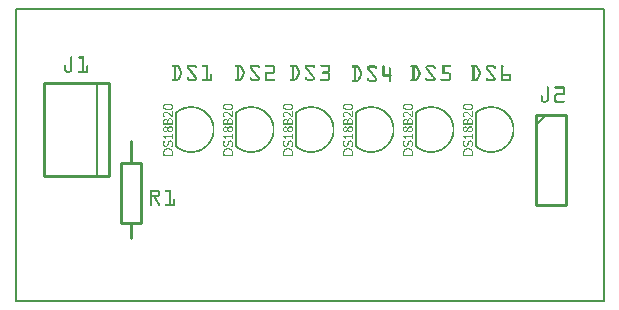
<source format=gto>
G04 MADE WITH FRITZING*
G04 WWW.FRITZING.ORG*
G04 SINGLE SIDED*
G04 HOLES NOT PLATED*
G04 CONTOUR ON CENTER OF CONTOUR VECTOR*
%ASAXBY*%
%FSLAX23Y23*%
%MOIN*%
%OFA0B0*%
%SFA1.0B1.0*%
%ADD10R,1.967470X0.984252X1.951470X0.968252*%
%ADD11C,0.008000*%
%ADD12C,0.010000*%
%ADD13C,0.005000*%
%ADD14R,0.001000X0.001000*%
%LNSILK1*%
G90*
G70*
G54D11*
X4Y980D02*
X1963Y980D01*
X1963Y4D01*
X4Y4D01*
X4Y980D01*
D02*
G54D12*
X387Y539D02*
X387Y467D01*
D02*
X387Y267D02*
X387Y214D01*
D02*
X420Y467D02*
X420Y267D01*
D02*
X420Y267D02*
X354Y267D01*
D02*
X354Y267D02*
X354Y467D01*
D02*
X354Y467D02*
X420Y467D01*
D02*
X1737Y626D02*
X1737Y326D01*
D02*
X1737Y326D02*
X1837Y326D01*
D02*
X1837Y326D02*
X1837Y626D01*
D02*
X1837Y626D02*
X1737Y626D01*
G54D13*
D02*
X1737Y591D02*
X1772Y626D01*
G54D12*
D02*
X99Y731D02*
X99Y421D01*
D02*
X99Y421D02*
X315Y421D01*
D02*
X315Y421D02*
X315Y731D01*
D02*
X315Y731D02*
X99Y731D01*
G54D13*
D02*
X275Y421D02*
X275Y731D01*
G54D14*
X187Y820D02*
X189Y820D01*
X213Y820D02*
X231Y820D01*
X186Y819D02*
X190Y819D01*
X212Y819D02*
X231Y819D01*
X185Y818D02*
X191Y818D01*
X211Y818D02*
X231Y818D01*
X185Y817D02*
X191Y817D01*
X211Y817D02*
X231Y817D01*
X185Y816D02*
X191Y816D01*
X211Y816D02*
X231Y816D01*
X185Y815D02*
X191Y815D01*
X212Y815D02*
X231Y815D01*
X185Y814D02*
X191Y814D01*
X213Y814D02*
X231Y814D01*
X185Y813D02*
X191Y813D01*
X225Y813D02*
X231Y813D01*
X185Y812D02*
X191Y812D01*
X225Y812D02*
X231Y812D01*
X185Y811D02*
X191Y811D01*
X225Y811D02*
X231Y811D01*
X185Y810D02*
X191Y810D01*
X225Y810D02*
X231Y810D01*
X185Y809D02*
X191Y809D01*
X225Y809D02*
X231Y809D01*
X185Y808D02*
X191Y808D01*
X225Y808D02*
X231Y808D01*
X185Y807D02*
X191Y807D01*
X225Y807D02*
X231Y807D01*
X185Y806D02*
X191Y806D01*
X225Y806D02*
X231Y806D01*
X185Y805D02*
X191Y805D01*
X225Y805D02*
X231Y805D01*
X185Y804D02*
X191Y804D01*
X225Y804D02*
X231Y804D01*
X185Y803D02*
X191Y803D01*
X225Y803D02*
X231Y803D01*
X185Y802D02*
X191Y802D01*
X225Y802D02*
X231Y802D01*
X185Y801D02*
X191Y801D01*
X225Y801D02*
X231Y801D01*
X185Y800D02*
X191Y800D01*
X225Y800D02*
X231Y800D01*
X185Y799D02*
X191Y799D01*
X225Y799D02*
X231Y799D01*
X185Y798D02*
X191Y798D01*
X225Y798D02*
X231Y798D01*
X185Y797D02*
X191Y797D01*
X225Y797D02*
X231Y797D01*
X185Y796D02*
X191Y796D01*
X225Y796D02*
X231Y796D01*
X185Y795D02*
X191Y795D01*
X225Y795D02*
X231Y795D01*
X185Y794D02*
X191Y794D01*
X225Y794D02*
X231Y794D01*
X185Y793D02*
X191Y793D01*
X225Y793D02*
X231Y793D01*
X918Y793D02*
X936Y793D01*
X972Y793D02*
X995Y793D01*
X1019Y793D02*
X1047Y793D01*
X185Y792D02*
X191Y792D01*
X225Y792D02*
X231Y792D01*
X525Y792D02*
X543Y792D01*
X578Y792D02*
X602Y792D01*
X626Y792D02*
X644Y792D01*
X734Y792D02*
X752Y792D01*
X787Y792D02*
X811Y792D01*
X834Y792D02*
X863Y792D01*
X918Y792D02*
X938Y792D01*
X970Y792D02*
X997Y792D01*
X1018Y792D02*
X1048Y792D01*
X185Y791D02*
X191Y791D01*
X225Y791D02*
X231Y791D01*
X524Y791D02*
X545Y791D01*
X577Y791D02*
X604Y791D01*
X625Y791D02*
X644Y791D01*
X733Y791D02*
X754Y791D01*
X786Y791D02*
X813Y791D01*
X834Y791D02*
X864Y791D01*
X917Y791D02*
X939Y791D01*
X969Y791D02*
X998Y791D01*
X1017Y791D02*
X1049Y791D01*
X1321Y791D02*
X1336Y791D01*
X1375Y791D02*
X1395Y791D01*
X1426Y791D02*
X1450Y791D01*
X1522Y791D02*
X1537Y791D01*
X1576Y791D02*
X1596Y791D01*
X1622Y791D02*
X1627Y791D01*
X166Y790D02*
X169Y790D01*
X185Y790D02*
X191Y790D01*
X225Y790D02*
X231Y790D01*
X240Y790D02*
X243Y790D01*
X524Y790D02*
X547Y790D01*
X576Y790D02*
X605Y790D01*
X625Y790D02*
X644Y790D01*
X733Y790D02*
X755Y790D01*
X785Y790D02*
X814Y790D01*
X833Y790D02*
X865Y790D01*
X917Y790D02*
X940Y790D01*
X968Y790D02*
X999Y790D01*
X1017Y790D02*
X1050Y790D01*
X1126Y790D02*
X1142Y790D01*
X1180Y790D02*
X1201Y790D01*
X1229Y790D02*
X1230Y790D01*
X1320Y790D02*
X1339Y790D01*
X1373Y790D02*
X1398Y790D01*
X1426Y790D02*
X1452Y790D01*
X1520Y790D02*
X1540Y790D01*
X1573Y790D02*
X1598Y790D01*
X1621Y790D02*
X1628Y790D01*
X165Y789D02*
X170Y789D01*
X185Y789D02*
X191Y789D01*
X225Y789D02*
X231Y789D01*
X239Y789D02*
X244Y789D01*
X524Y789D02*
X548Y789D01*
X575Y789D02*
X606Y789D01*
X625Y789D02*
X644Y789D01*
X733Y789D02*
X756Y789D01*
X784Y789D02*
X815Y789D01*
X833Y789D02*
X866Y789D01*
X917Y789D02*
X941Y789D01*
X968Y789D02*
X999Y789D01*
X1018Y789D02*
X1051Y789D01*
X1125Y789D02*
X1144Y789D01*
X1178Y789D02*
X1203Y789D01*
X1227Y789D02*
X1231Y789D01*
X1319Y789D02*
X1340Y789D01*
X1371Y789D02*
X1399Y789D01*
X1426Y789D02*
X1452Y789D01*
X1520Y789D02*
X1541Y789D01*
X1572Y789D02*
X1600Y789D01*
X1620Y789D02*
X1629Y789D01*
X164Y788D02*
X170Y788D01*
X185Y788D02*
X191Y788D01*
X225Y788D02*
X231Y788D01*
X239Y788D02*
X245Y788D01*
X524Y788D02*
X548Y788D01*
X575Y788D02*
X607Y788D01*
X625Y788D02*
X644Y788D01*
X733Y788D02*
X757Y788D01*
X784Y788D02*
X815Y788D01*
X833Y788D02*
X866Y788D01*
X918Y788D02*
X942Y788D01*
X967Y788D02*
X1000Y788D01*
X1018Y788D02*
X1051Y788D01*
X1125Y788D02*
X1146Y788D01*
X1177Y788D02*
X1205Y788D01*
X1227Y788D02*
X1232Y788D01*
X1319Y788D02*
X1341Y788D01*
X1370Y788D02*
X1400Y788D01*
X1426Y788D02*
X1453Y788D01*
X1520Y788D02*
X1542Y788D01*
X1571Y788D02*
X1601Y788D01*
X1620Y788D02*
X1629Y788D01*
X164Y787D02*
X170Y787D01*
X185Y787D02*
X191Y787D01*
X225Y787D02*
X231Y787D01*
X239Y787D02*
X245Y787D01*
X525Y787D02*
X549Y787D01*
X574Y787D02*
X607Y787D01*
X625Y787D02*
X644Y787D01*
X734Y787D02*
X757Y787D01*
X783Y787D02*
X816Y787D01*
X834Y787D02*
X867Y787D01*
X919Y787D02*
X942Y787D01*
X967Y787D02*
X1000Y787D01*
X1020Y787D02*
X1051Y787D01*
X1124Y787D02*
X1147Y787D01*
X1176Y787D02*
X1206Y787D01*
X1226Y787D02*
X1232Y787D01*
X1319Y787D02*
X1342Y787D01*
X1370Y787D02*
X1401Y787D01*
X1426Y787D02*
X1452Y787D01*
X1520Y787D02*
X1543Y787D01*
X1571Y787D02*
X1602Y787D01*
X1620Y787D02*
X1629Y787D01*
X164Y786D02*
X170Y786D01*
X185Y786D02*
X191Y786D01*
X225Y786D02*
X231Y786D01*
X239Y786D02*
X245Y786D01*
X527Y786D02*
X549Y786D01*
X574Y786D02*
X607Y786D01*
X627Y786D02*
X644Y786D01*
X735Y786D02*
X758Y786D01*
X783Y786D02*
X816Y786D01*
X836Y786D02*
X867Y786D01*
X924Y786D02*
X930Y786D01*
X935Y786D02*
X943Y786D01*
X967Y786D02*
X973Y786D01*
X994Y786D02*
X1001Y786D01*
X1045Y786D02*
X1051Y786D01*
X1124Y786D02*
X1148Y786D01*
X1175Y786D02*
X1206Y786D01*
X1226Y786D02*
X1232Y786D01*
X1319Y786D02*
X1343Y786D01*
X1369Y786D02*
X1401Y786D01*
X1426Y786D02*
X1452Y786D01*
X1520Y786D02*
X1544Y786D01*
X1570Y786D02*
X1602Y786D01*
X1620Y786D02*
X1629Y786D01*
X164Y785D02*
X170Y785D01*
X185Y785D02*
X191Y785D01*
X225Y785D02*
X231Y785D01*
X239Y785D02*
X245Y785D01*
X531Y785D02*
X537Y785D01*
X543Y785D02*
X550Y785D01*
X574Y785D02*
X580Y785D01*
X601Y785D02*
X608Y785D01*
X638Y785D02*
X644Y785D01*
X740Y785D02*
X746Y785D01*
X751Y785D02*
X758Y785D01*
X783Y785D02*
X789Y785D01*
X810Y785D02*
X816Y785D01*
X861Y785D02*
X867Y785D01*
X924Y785D02*
X930Y785D01*
X936Y785D02*
X943Y785D01*
X967Y785D02*
X974Y785D01*
X995Y785D02*
X1001Y785D01*
X1045Y785D02*
X1051Y785D01*
X1125Y785D02*
X1149Y785D01*
X1175Y785D02*
X1207Y785D01*
X1226Y785D02*
X1232Y785D01*
X1320Y785D02*
X1344Y785D01*
X1369Y785D02*
X1402Y785D01*
X1426Y785D02*
X1451Y785D01*
X1521Y785D02*
X1545Y785D01*
X1570Y785D02*
X1603Y785D01*
X1620Y785D02*
X1628Y785D01*
X164Y784D02*
X170Y784D01*
X185Y784D02*
X191Y784D01*
X225Y784D02*
X231Y784D01*
X239Y784D02*
X245Y784D01*
X531Y784D02*
X537Y784D01*
X543Y784D02*
X550Y784D01*
X574Y784D02*
X581Y784D01*
X602Y784D02*
X608Y784D01*
X638Y784D02*
X644Y784D01*
X740Y784D02*
X746Y784D01*
X752Y784D02*
X759Y784D01*
X783Y784D02*
X789Y784D01*
X810Y784D02*
X816Y784D01*
X861Y784D02*
X867Y784D01*
X924Y784D02*
X930Y784D01*
X937Y784D02*
X944Y784D01*
X967Y784D02*
X974Y784D01*
X995Y784D02*
X1001Y784D01*
X1045Y784D02*
X1051Y784D01*
X1126Y784D02*
X1149Y784D01*
X1175Y784D02*
X1207Y784D01*
X1226Y784D02*
X1232Y784D01*
X1249Y784D02*
X1251Y784D01*
X1325Y784D02*
X1332Y784D01*
X1336Y784D02*
X1344Y784D01*
X1369Y784D02*
X1375Y784D01*
X1395Y784D02*
X1402Y784D01*
X1426Y784D02*
X1432Y784D01*
X1526Y784D02*
X1533Y784D01*
X1537Y784D02*
X1545Y784D01*
X1570Y784D02*
X1576Y784D01*
X1596Y784D02*
X1603Y784D01*
X1620Y784D02*
X1626Y784D01*
X164Y783D02*
X170Y783D01*
X185Y783D02*
X191Y783D01*
X225Y783D02*
X231Y783D01*
X239Y783D02*
X245Y783D01*
X531Y783D02*
X537Y783D01*
X544Y783D02*
X551Y783D01*
X575Y783D02*
X582Y783D01*
X602Y783D02*
X608Y783D01*
X638Y783D02*
X644Y783D01*
X740Y783D02*
X746Y783D01*
X753Y783D02*
X759Y783D01*
X783Y783D02*
X790Y783D01*
X811Y783D02*
X816Y783D01*
X861Y783D02*
X867Y783D01*
X924Y783D02*
X930Y783D01*
X937Y783D02*
X944Y783D01*
X968Y783D02*
X975Y783D01*
X995Y783D02*
X1000Y783D01*
X1045Y783D02*
X1051Y783D01*
X1131Y783D02*
X1137Y783D01*
X1142Y783D02*
X1150Y783D01*
X1175Y783D02*
X1181Y783D01*
X1201Y783D02*
X1208Y783D01*
X1226Y783D02*
X1232Y783D01*
X1248Y783D02*
X1252Y783D01*
X1326Y783D02*
X1332Y783D01*
X1338Y783D02*
X1345Y783D01*
X1369Y783D02*
X1375Y783D01*
X1396Y783D02*
X1402Y783D01*
X1426Y783D02*
X1432Y783D01*
X1526Y783D02*
X1532Y783D01*
X1538Y783D02*
X1546Y783D01*
X1570Y783D02*
X1576Y783D01*
X1597Y783D02*
X1603Y783D01*
X1620Y783D02*
X1626Y783D01*
X164Y782D02*
X170Y782D01*
X185Y782D02*
X191Y782D01*
X225Y782D02*
X231Y782D01*
X239Y782D02*
X245Y782D01*
X531Y782D02*
X537Y782D01*
X544Y782D02*
X551Y782D01*
X575Y782D02*
X582Y782D01*
X602Y782D02*
X607Y782D01*
X638Y782D02*
X644Y782D01*
X740Y782D02*
X746Y782D01*
X753Y782D02*
X760Y782D01*
X784Y782D02*
X791Y782D01*
X811Y782D02*
X816Y782D01*
X861Y782D02*
X867Y782D01*
X924Y782D02*
X930Y782D01*
X938Y782D02*
X945Y782D01*
X968Y782D02*
X976Y782D01*
X996Y782D02*
X1000Y782D01*
X1045Y782D02*
X1051Y782D01*
X1131Y782D02*
X1137Y782D01*
X1143Y782D02*
X1150Y782D01*
X1175Y782D02*
X1181Y782D01*
X1202Y782D02*
X1208Y782D01*
X1226Y782D02*
X1232Y782D01*
X1247Y782D02*
X1253Y782D01*
X1326Y782D02*
X1332Y782D01*
X1338Y782D02*
X1345Y782D01*
X1369Y782D02*
X1376Y782D01*
X1396Y782D02*
X1402Y782D01*
X1426Y782D02*
X1432Y782D01*
X1526Y782D02*
X1532Y782D01*
X1539Y782D02*
X1546Y782D01*
X1570Y782D02*
X1577Y782D01*
X1597Y782D02*
X1603Y782D01*
X1620Y782D02*
X1626Y782D01*
X164Y781D02*
X170Y781D01*
X185Y781D02*
X191Y781D01*
X225Y781D02*
X231Y781D01*
X239Y781D02*
X245Y781D01*
X531Y781D02*
X537Y781D01*
X545Y781D02*
X552Y781D01*
X575Y781D02*
X583Y781D01*
X603Y781D02*
X607Y781D01*
X638Y781D02*
X644Y781D01*
X740Y781D02*
X746Y781D01*
X754Y781D02*
X760Y781D01*
X784Y781D02*
X792Y781D01*
X812Y781D02*
X815Y781D01*
X861Y781D02*
X867Y781D01*
X924Y781D02*
X930Y781D01*
X938Y781D02*
X945Y781D01*
X969Y781D02*
X977Y781D01*
X997Y781D02*
X998Y781D01*
X1045Y781D02*
X1051Y781D01*
X1131Y781D02*
X1137Y781D01*
X1144Y781D02*
X1151Y781D01*
X1175Y781D02*
X1181Y781D01*
X1202Y781D02*
X1208Y781D01*
X1226Y781D02*
X1232Y781D01*
X1247Y781D02*
X1253Y781D01*
X1326Y781D02*
X1332Y781D01*
X1339Y781D02*
X1346Y781D01*
X1369Y781D02*
X1376Y781D01*
X1397Y781D02*
X1402Y781D01*
X1426Y781D02*
X1432Y781D01*
X1526Y781D02*
X1532Y781D01*
X1540Y781D02*
X1547Y781D01*
X1570Y781D02*
X1577Y781D01*
X1597Y781D02*
X1603Y781D01*
X1620Y781D02*
X1626Y781D01*
X164Y780D02*
X170Y780D01*
X185Y780D02*
X191Y780D01*
X225Y780D02*
X231Y780D01*
X239Y780D02*
X245Y780D01*
X531Y780D02*
X537Y780D01*
X545Y780D02*
X552Y780D01*
X576Y780D02*
X584Y780D01*
X638Y780D02*
X644Y780D01*
X740Y780D02*
X746Y780D01*
X754Y780D02*
X761Y780D01*
X785Y780D02*
X793Y780D01*
X813Y780D02*
X814Y780D01*
X861Y780D02*
X867Y780D01*
X924Y780D02*
X930Y780D01*
X939Y780D02*
X946Y780D01*
X969Y780D02*
X977Y780D01*
X1045Y780D02*
X1051Y780D01*
X1131Y780D02*
X1137Y780D01*
X1144Y780D02*
X1151Y780D01*
X1175Y780D02*
X1182Y780D01*
X1202Y780D02*
X1208Y780D01*
X1226Y780D02*
X1232Y780D01*
X1247Y780D02*
X1253Y780D01*
X1326Y780D02*
X1332Y780D01*
X1339Y780D02*
X1346Y780D01*
X1370Y780D02*
X1377Y780D01*
X1397Y780D02*
X1402Y780D01*
X1426Y780D02*
X1432Y780D01*
X1526Y780D02*
X1532Y780D01*
X1540Y780D02*
X1547Y780D01*
X1571Y780D02*
X1578Y780D01*
X1598Y780D02*
X1603Y780D01*
X1620Y780D02*
X1626Y780D01*
X164Y779D02*
X170Y779D01*
X185Y779D02*
X191Y779D01*
X225Y779D02*
X231Y779D01*
X239Y779D02*
X245Y779D01*
X531Y779D02*
X537Y779D01*
X546Y779D02*
X553Y779D01*
X577Y779D02*
X585Y779D01*
X638Y779D02*
X644Y779D01*
X740Y779D02*
X746Y779D01*
X755Y779D02*
X761Y779D01*
X785Y779D02*
X793Y779D01*
X861Y779D02*
X867Y779D01*
X924Y779D02*
X930Y779D01*
X939Y779D02*
X946Y779D01*
X970Y779D02*
X978Y779D01*
X1045Y779D02*
X1051Y779D01*
X1131Y779D02*
X1137Y779D01*
X1145Y779D02*
X1152Y779D01*
X1175Y779D02*
X1183Y779D01*
X1203Y779D02*
X1207Y779D01*
X1226Y779D02*
X1232Y779D01*
X1247Y779D02*
X1253Y779D01*
X1326Y779D02*
X1332Y779D01*
X1340Y779D02*
X1347Y779D01*
X1370Y779D02*
X1378Y779D01*
X1398Y779D02*
X1401Y779D01*
X1426Y779D02*
X1432Y779D01*
X1526Y779D02*
X1532Y779D01*
X1541Y779D02*
X1548Y779D01*
X1571Y779D02*
X1579Y779D01*
X1599Y779D02*
X1602Y779D01*
X1620Y779D02*
X1626Y779D01*
X164Y778D02*
X170Y778D01*
X185Y778D02*
X191Y778D01*
X225Y778D02*
X231Y778D01*
X239Y778D02*
X245Y778D01*
X531Y778D02*
X537Y778D01*
X547Y778D02*
X553Y778D01*
X578Y778D02*
X585Y778D01*
X638Y778D02*
X644Y778D01*
X740Y778D02*
X746Y778D01*
X755Y778D02*
X762Y778D01*
X786Y778D02*
X794Y778D01*
X861Y778D02*
X867Y778D01*
X924Y778D02*
X930Y778D01*
X940Y778D02*
X947Y778D01*
X971Y778D02*
X979Y778D01*
X1045Y778D02*
X1051Y778D01*
X1131Y778D02*
X1137Y778D01*
X1145Y778D02*
X1152Y778D01*
X1176Y778D02*
X1184Y778D01*
X1204Y778D02*
X1206Y778D01*
X1226Y778D02*
X1232Y778D01*
X1247Y778D02*
X1253Y778D01*
X1326Y778D02*
X1332Y778D01*
X1340Y778D02*
X1347Y778D01*
X1371Y778D02*
X1379Y778D01*
X1426Y778D02*
X1432Y778D01*
X1526Y778D02*
X1532Y778D01*
X1541Y778D02*
X1548Y778D01*
X1572Y778D02*
X1580Y778D01*
X1620Y778D02*
X1626Y778D01*
X164Y777D02*
X170Y777D01*
X185Y777D02*
X191Y777D01*
X225Y777D02*
X231Y777D01*
X239Y777D02*
X245Y777D01*
X531Y777D02*
X537Y777D01*
X547Y777D02*
X554Y777D01*
X578Y777D02*
X586Y777D01*
X638Y777D02*
X644Y777D01*
X740Y777D02*
X746Y777D01*
X756Y777D02*
X763Y777D01*
X787Y777D02*
X795Y777D01*
X861Y777D02*
X867Y777D01*
X924Y777D02*
X930Y777D01*
X940Y777D02*
X947Y777D01*
X972Y777D02*
X980Y777D01*
X1045Y777D02*
X1051Y777D01*
X1131Y777D02*
X1137Y777D01*
X1146Y777D02*
X1153Y777D01*
X1176Y777D02*
X1184Y777D01*
X1226Y777D02*
X1232Y777D01*
X1247Y777D02*
X1253Y777D01*
X1326Y777D02*
X1332Y777D01*
X1341Y777D02*
X1348Y777D01*
X1372Y777D02*
X1380Y777D01*
X1426Y777D02*
X1432Y777D01*
X1526Y777D02*
X1532Y777D01*
X1542Y777D02*
X1549Y777D01*
X1572Y777D02*
X1580Y777D01*
X1620Y777D02*
X1626Y777D01*
X164Y776D02*
X170Y776D01*
X185Y776D02*
X191Y776D01*
X225Y776D02*
X231Y776D01*
X239Y776D02*
X245Y776D01*
X531Y776D02*
X537Y776D01*
X548Y776D02*
X554Y776D01*
X579Y776D02*
X587Y776D01*
X638Y776D02*
X644Y776D01*
X740Y776D02*
X746Y776D01*
X756Y776D02*
X763Y776D01*
X788Y776D02*
X796Y776D01*
X861Y776D02*
X867Y776D01*
X924Y776D02*
X930Y776D01*
X941Y776D02*
X948Y776D01*
X973Y776D02*
X981Y776D01*
X1045Y776D02*
X1051Y776D01*
X1131Y776D02*
X1137Y776D01*
X1146Y776D02*
X1153Y776D01*
X1177Y776D02*
X1185Y776D01*
X1226Y776D02*
X1232Y776D01*
X1247Y776D02*
X1253Y776D01*
X1326Y776D02*
X1332Y776D01*
X1341Y776D02*
X1348Y776D01*
X1372Y776D02*
X1380Y776D01*
X1426Y776D02*
X1432Y776D01*
X1526Y776D02*
X1532Y776D01*
X1542Y776D02*
X1549Y776D01*
X1573Y776D02*
X1581Y776D01*
X1620Y776D02*
X1626Y776D01*
X164Y775D02*
X171Y775D01*
X185Y775D02*
X191Y775D01*
X225Y775D02*
X231Y775D01*
X239Y775D02*
X245Y775D01*
X531Y775D02*
X537Y775D01*
X548Y775D02*
X555Y775D01*
X580Y775D02*
X588Y775D01*
X638Y775D02*
X644Y775D01*
X740Y775D02*
X746Y775D01*
X757Y775D02*
X764Y775D01*
X788Y775D02*
X796Y775D01*
X861Y775D02*
X867Y775D01*
X924Y775D02*
X930Y775D01*
X941Y775D02*
X948Y775D01*
X973Y775D02*
X981Y775D01*
X1045Y775D02*
X1051Y775D01*
X1131Y775D02*
X1137Y775D01*
X1147Y775D02*
X1154Y775D01*
X1178Y775D02*
X1186Y775D01*
X1226Y775D02*
X1232Y775D01*
X1247Y775D02*
X1253Y775D01*
X1326Y775D02*
X1332Y775D01*
X1342Y775D02*
X1349Y775D01*
X1373Y775D02*
X1381Y775D01*
X1426Y775D02*
X1432Y775D01*
X1526Y775D02*
X1532Y775D01*
X1543Y775D02*
X1550Y775D01*
X1574Y775D02*
X1582Y775D01*
X1620Y775D02*
X1626Y775D01*
X165Y774D02*
X172Y774D01*
X184Y774D02*
X191Y774D01*
X225Y774D02*
X231Y774D01*
X239Y774D02*
X245Y774D01*
X531Y774D02*
X537Y774D01*
X549Y774D02*
X555Y774D01*
X581Y774D02*
X589Y774D01*
X638Y774D02*
X644Y774D01*
X740Y774D02*
X746Y774D01*
X757Y774D02*
X764Y774D01*
X789Y774D02*
X797Y774D01*
X861Y774D02*
X867Y774D01*
X924Y774D02*
X930Y774D01*
X942Y774D02*
X949Y774D01*
X974Y774D02*
X982Y774D01*
X1045Y774D02*
X1051Y774D01*
X1131Y774D02*
X1137Y774D01*
X1147Y774D02*
X1154Y774D01*
X1179Y774D02*
X1187Y774D01*
X1226Y774D02*
X1232Y774D01*
X1247Y774D02*
X1253Y774D01*
X1326Y774D02*
X1332Y774D01*
X1342Y774D02*
X1349Y774D01*
X1374Y774D02*
X1382Y774D01*
X1426Y774D02*
X1432Y774D01*
X1526Y774D02*
X1532Y774D01*
X1543Y774D02*
X1550Y774D01*
X1575Y774D02*
X1583Y774D01*
X1620Y774D02*
X1626Y774D01*
X165Y773D02*
X190Y773D01*
X214Y773D02*
X245Y773D01*
X531Y773D02*
X537Y773D01*
X549Y773D02*
X556Y773D01*
X581Y773D02*
X589Y773D01*
X638Y773D02*
X644Y773D01*
X740Y773D02*
X746Y773D01*
X758Y773D02*
X765Y773D01*
X790Y773D02*
X798Y773D01*
X861Y773D02*
X867Y773D01*
X924Y773D02*
X930Y773D01*
X942Y773D02*
X949Y773D01*
X975Y773D02*
X983Y773D01*
X1045Y773D02*
X1051Y773D01*
X1131Y773D02*
X1137Y773D01*
X1148Y773D02*
X1155Y773D01*
X1180Y773D02*
X1188Y773D01*
X1226Y773D02*
X1232Y773D01*
X1247Y773D02*
X1253Y773D01*
X1326Y773D02*
X1332Y773D01*
X1343Y773D02*
X1350Y773D01*
X1375Y773D02*
X1383Y773D01*
X1426Y773D02*
X1432Y773D01*
X1526Y773D02*
X1532Y773D01*
X1544Y773D02*
X1551Y773D01*
X1576Y773D02*
X1584Y773D01*
X1620Y773D02*
X1626Y773D01*
X165Y772D02*
X190Y772D01*
X212Y772D02*
X245Y772D01*
X531Y772D02*
X537Y772D01*
X550Y772D02*
X556Y772D01*
X582Y772D02*
X590Y772D01*
X638Y772D02*
X644Y772D01*
X740Y772D02*
X746Y772D01*
X758Y772D02*
X765Y772D01*
X791Y772D02*
X799Y772D01*
X861Y772D02*
X867Y772D01*
X924Y772D02*
X930Y772D01*
X943Y772D02*
X949Y772D01*
X976Y772D02*
X984Y772D01*
X1044Y772D02*
X1051Y772D01*
X1131Y772D02*
X1137Y772D01*
X1148Y772D02*
X1155Y772D01*
X1180Y772D02*
X1188Y772D01*
X1226Y772D02*
X1232Y772D01*
X1247Y772D02*
X1253Y772D01*
X1326Y772D02*
X1332Y772D01*
X1343Y772D02*
X1350Y772D01*
X1375Y772D02*
X1383Y772D01*
X1426Y772D02*
X1432Y772D01*
X1526Y772D02*
X1532Y772D01*
X1544Y772D02*
X1551Y772D01*
X1576Y772D02*
X1584Y772D01*
X1620Y772D02*
X1626Y772D01*
X166Y771D02*
X189Y771D01*
X211Y771D02*
X245Y771D01*
X531Y771D02*
X537Y771D01*
X550Y771D02*
X557Y771D01*
X583Y771D02*
X591Y771D01*
X638Y771D02*
X644Y771D01*
X740Y771D02*
X746Y771D01*
X759Y771D02*
X765Y771D01*
X792Y771D02*
X800Y771D01*
X861Y771D02*
X867Y771D01*
X924Y771D02*
X930Y771D01*
X943Y771D02*
X950Y771D01*
X976Y771D02*
X984Y771D01*
X1043Y771D02*
X1051Y771D01*
X1131Y771D02*
X1137Y771D01*
X1149Y771D02*
X1156Y771D01*
X1181Y771D02*
X1189Y771D01*
X1226Y771D02*
X1232Y771D01*
X1247Y771D02*
X1253Y771D01*
X1326Y771D02*
X1332Y771D01*
X1344Y771D02*
X1351Y771D01*
X1376Y771D02*
X1384Y771D01*
X1426Y771D02*
X1432Y771D01*
X1526Y771D02*
X1532Y771D01*
X1545Y771D02*
X1551Y771D01*
X1577Y771D02*
X1585Y771D01*
X1620Y771D02*
X1626Y771D01*
X167Y770D02*
X189Y770D01*
X211Y770D02*
X245Y770D01*
X531Y770D02*
X537Y770D01*
X551Y770D02*
X557Y770D01*
X584Y770D02*
X592Y770D01*
X638Y770D02*
X644Y770D01*
X740Y770D02*
X746Y770D01*
X759Y770D02*
X766Y770D01*
X792Y770D02*
X800Y770D01*
X861Y770D02*
X867Y770D01*
X924Y770D02*
X930Y770D01*
X944Y770D02*
X950Y770D01*
X977Y770D02*
X985Y770D01*
X1027Y770D02*
X1050Y770D01*
X1131Y770D02*
X1137Y770D01*
X1149Y770D02*
X1156Y770D01*
X1182Y770D02*
X1190Y770D01*
X1226Y770D02*
X1232Y770D01*
X1247Y770D02*
X1253Y770D01*
X1326Y770D02*
X1332Y770D01*
X1344Y770D02*
X1351Y770D01*
X1377Y770D02*
X1385Y770D01*
X1426Y770D02*
X1432Y770D01*
X1526Y770D02*
X1532Y770D01*
X1545Y770D02*
X1552Y770D01*
X1578Y770D02*
X1586Y770D01*
X1620Y770D02*
X1626Y770D01*
X168Y769D02*
X188Y769D01*
X211Y769D02*
X245Y769D01*
X531Y769D02*
X537Y769D01*
X551Y769D02*
X557Y769D01*
X584Y769D02*
X592Y769D01*
X638Y769D02*
X644Y769D01*
X740Y769D02*
X746Y769D01*
X760Y769D02*
X766Y769D01*
X793Y769D02*
X801Y769D01*
X839Y769D02*
X867Y769D01*
X924Y769D02*
X930Y769D01*
X944Y769D02*
X950Y769D01*
X978Y769D02*
X986Y769D01*
X1025Y769D02*
X1050Y769D01*
X1131Y769D02*
X1137Y769D01*
X1150Y769D02*
X1157Y769D01*
X1183Y769D02*
X1191Y769D01*
X1226Y769D02*
X1232Y769D01*
X1247Y769D02*
X1253Y769D01*
X1326Y769D02*
X1332Y769D01*
X1345Y769D02*
X1351Y769D01*
X1378Y769D02*
X1386Y769D01*
X1426Y769D02*
X1432Y769D01*
X1526Y769D02*
X1532Y769D01*
X1546Y769D02*
X1552Y769D01*
X1579Y769D02*
X1587Y769D01*
X1620Y769D02*
X1626Y769D01*
X169Y768D02*
X186Y768D01*
X212Y768D02*
X244Y768D01*
X531Y768D02*
X537Y768D01*
X551Y768D02*
X557Y768D01*
X585Y768D02*
X593Y768D01*
X638Y768D02*
X644Y768D01*
X740Y768D02*
X746Y768D01*
X760Y768D02*
X766Y768D01*
X794Y768D02*
X802Y768D01*
X836Y768D02*
X867Y768D01*
X924Y768D02*
X930Y768D01*
X944Y768D02*
X950Y768D01*
X979Y768D02*
X987Y768D01*
X1025Y768D02*
X1049Y768D01*
X1131Y768D02*
X1137Y768D01*
X1150Y768D02*
X1157Y768D01*
X1183Y768D02*
X1191Y768D01*
X1226Y768D02*
X1232Y768D01*
X1247Y768D02*
X1253Y768D01*
X1326Y768D02*
X1332Y768D01*
X1345Y768D02*
X1352Y768D01*
X1379Y768D02*
X1387Y768D01*
X1426Y768D02*
X1432Y768D01*
X1526Y768D02*
X1532Y768D01*
X1546Y768D02*
X1553Y768D01*
X1579Y768D02*
X1587Y768D01*
X1620Y768D02*
X1626Y768D01*
X171Y767D02*
X185Y767D01*
X212Y767D02*
X243Y767D01*
X531Y767D02*
X537Y767D01*
X551Y767D02*
X558Y767D01*
X586Y767D02*
X594Y767D01*
X638Y767D02*
X644Y767D01*
X740Y767D02*
X746Y767D01*
X760Y767D02*
X766Y767D01*
X795Y767D02*
X803Y767D01*
X835Y767D02*
X866Y767D01*
X924Y767D02*
X930Y767D01*
X944Y767D02*
X951Y767D01*
X980Y767D02*
X988Y767D01*
X1024Y767D02*
X1048Y767D01*
X1131Y767D02*
X1137Y767D01*
X1151Y767D02*
X1157Y767D01*
X1184Y767D02*
X1192Y767D01*
X1226Y767D02*
X1232Y767D01*
X1247Y767D02*
X1253Y767D01*
X1326Y767D02*
X1332Y767D01*
X1346Y767D02*
X1352Y767D01*
X1379Y767D02*
X1387Y767D01*
X1426Y767D02*
X1448Y767D01*
X1526Y767D02*
X1532Y767D01*
X1547Y767D02*
X1553Y767D01*
X1580Y767D02*
X1588Y767D01*
X1620Y767D02*
X1626Y767D01*
X531Y766D02*
X537Y766D01*
X552Y766D02*
X558Y766D01*
X587Y766D02*
X595Y766D01*
X638Y766D02*
X644Y766D01*
X740Y766D02*
X746Y766D01*
X760Y766D02*
X766Y766D01*
X795Y766D02*
X803Y766D01*
X834Y766D02*
X866Y766D01*
X924Y766D02*
X930Y766D01*
X944Y766D02*
X950Y766D01*
X980Y766D02*
X988Y766D01*
X1024Y766D02*
X1049Y766D01*
X1131Y766D02*
X1137Y766D01*
X1151Y766D02*
X1158Y766D01*
X1185Y766D02*
X1193Y766D01*
X1226Y766D02*
X1232Y766D01*
X1247Y766D02*
X1253Y766D01*
X1326Y766D02*
X1332Y766D01*
X1346Y766D02*
X1352Y766D01*
X1380Y766D02*
X1388Y766D01*
X1426Y766D02*
X1450Y766D01*
X1526Y766D02*
X1532Y766D01*
X1547Y766D02*
X1553Y766D01*
X1581Y766D02*
X1589Y766D01*
X1620Y766D02*
X1626Y766D01*
X531Y765D02*
X537Y765D01*
X551Y765D02*
X558Y765D01*
X588Y765D02*
X596Y765D01*
X638Y765D02*
X644Y765D01*
X740Y765D02*
X746Y765D01*
X760Y765D02*
X766Y765D01*
X796Y765D02*
X804Y765D01*
X834Y765D02*
X865Y765D01*
X924Y765D02*
X930Y765D01*
X944Y765D02*
X950Y765D01*
X981Y765D02*
X989Y765D01*
X1025Y765D02*
X1049Y765D01*
X1131Y765D02*
X1137Y765D01*
X1152Y765D02*
X1158Y765D01*
X1186Y765D02*
X1194Y765D01*
X1226Y765D02*
X1232Y765D01*
X1247Y765D02*
X1253Y765D01*
X1326Y765D02*
X1332Y765D01*
X1346Y765D02*
X1352Y765D01*
X1381Y765D02*
X1389Y765D01*
X1426Y765D02*
X1451Y765D01*
X1526Y765D02*
X1532Y765D01*
X1547Y765D02*
X1553Y765D01*
X1582Y765D02*
X1590Y765D01*
X1620Y765D02*
X1626Y765D01*
X531Y764D02*
X537Y764D01*
X551Y764D02*
X557Y764D01*
X588Y764D02*
X596Y764D01*
X638Y764D02*
X644Y764D01*
X740Y764D02*
X746Y764D01*
X760Y764D02*
X766Y764D01*
X797Y764D02*
X805Y764D01*
X833Y764D02*
X864Y764D01*
X924Y764D02*
X930Y764D01*
X944Y764D02*
X950Y764D01*
X982Y764D02*
X990Y764D01*
X1026Y764D02*
X1050Y764D01*
X1131Y764D02*
X1137Y764D01*
X1152Y764D02*
X1158Y764D01*
X1187Y764D02*
X1195Y764D01*
X1226Y764D02*
X1232Y764D01*
X1247Y764D02*
X1253Y764D01*
X1326Y764D02*
X1332Y764D01*
X1346Y764D02*
X1352Y764D01*
X1382Y764D02*
X1390Y764D01*
X1426Y764D02*
X1452Y764D01*
X1526Y764D02*
X1532Y764D01*
X1547Y764D02*
X1553Y764D01*
X1583Y764D02*
X1591Y764D01*
X1620Y764D02*
X1626Y764D01*
X531Y763D02*
X537Y763D01*
X551Y763D02*
X557Y763D01*
X589Y763D02*
X597Y763D01*
X638Y763D02*
X644Y763D01*
X654Y763D02*
X656Y763D01*
X740Y763D02*
X746Y763D01*
X760Y763D02*
X766Y763D01*
X798Y763D02*
X806Y763D01*
X833Y763D02*
X863Y763D01*
X924Y763D02*
X930Y763D01*
X944Y763D02*
X950Y763D01*
X983Y763D02*
X991Y763D01*
X1042Y763D02*
X1050Y763D01*
X1131Y763D02*
X1137Y763D01*
X1152Y763D02*
X1158Y763D01*
X1187Y763D02*
X1195Y763D01*
X1226Y763D02*
X1232Y763D01*
X1247Y763D02*
X1253Y763D01*
X1326Y763D02*
X1332Y763D01*
X1346Y763D02*
X1352Y763D01*
X1382Y763D02*
X1390Y763D01*
X1426Y763D02*
X1452Y763D01*
X1526Y763D02*
X1532Y763D01*
X1547Y763D02*
X1553Y763D01*
X1583Y763D02*
X1591Y763D01*
X1620Y763D02*
X1626Y763D01*
X531Y762D02*
X537Y762D01*
X551Y762D02*
X557Y762D01*
X590Y762D02*
X598Y762D01*
X638Y762D02*
X644Y762D01*
X653Y762D02*
X657Y762D01*
X740Y762D02*
X746Y762D01*
X759Y762D02*
X766Y762D01*
X799Y762D02*
X807Y762D01*
X833Y762D02*
X839Y762D01*
X924Y762D02*
X930Y762D01*
X943Y762D02*
X950Y762D01*
X983Y762D02*
X991Y762D01*
X1044Y762D02*
X1051Y762D01*
X1131Y762D02*
X1137Y762D01*
X1152Y762D02*
X1158Y762D01*
X1188Y762D02*
X1196Y762D01*
X1226Y762D02*
X1232Y762D01*
X1247Y762D02*
X1253Y762D01*
X1326Y762D02*
X1332Y762D01*
X1346Y762D02*
X1352Y762D01*
X1383Y762D02*
X1391Y762D01*
X1426Y762D02*
X1452Y762D01*
X1526Y762D02*
X1532Y762D01*
X1547Y762D02*
X1553Y762D01*
X1584Y762D02*
X1592Y762D01*
X1620Y762D02*
X1626Y762D01*
X531Y761D02*
X537Y761D01*
X550Y761D02*
X557Y761D01*
X591Y761D02*
X599Y761D01*
X638Y761D02*
X644Y761D01*
X652Y761D02*
X658Y761D01*
X740Y761D02*
X746Y761D01*
X759Y761D02*
X765Y761D01*
X799Y761D02*
X807Y761D01*
X833Y761D02*
X839Y761D01*
X924Y761D02*
X930Y761D01*
X943Y761D02*
X949Y761D01*
X984Y761D02*
X992Y761D01*
X1045Y761D02*
X1051Y761D01*
X1131Y761D02*
X1137Y761D01*
X1151Y761D02*
X1158Y761D01*
X1189Y761D02*
X1197Y761D01*
X1226Y761D02*
X1233Y761D01*
X1247Y761D02*
X1253Y761D01*
X1326Y761D02*
X1332Y761D01*
X1346Y761D02*
X1352Y761D01*
X1384Y761D02*
X1392Y761D01*
X1426Y761D02*
X1453Y761D01*
X1526Y761D02*
X1532Y761D01*
X1546Y761D02*
X1553Y761D01*
X1585Y761D02*
X1593Y761D01*
X1620Y761D02*
X1652Y761D01*
X531Y760D02*
X537Y760D01*
X550Y760D02*
X556Y760D01*
X591Y760D02*
X600Y760D01*
X638Y760D02*
X644Y760D01*
X652Y760D02*
X658Y760D01*
X740Y760D02*
X746Y760D01*
X758Y760D02*
X765Y760D01*
X800Y760D02*
X808Y760D01*
X833Y760D02*
X839Y760D01*
X924Y760D02*
X930Y760D01*
X942Y760D02*
X949Y760D01*
X985Y760D02*
X993Y760D01*
X1045Y760D02*
X1051Y760D01*
X1131Y760D02*
X1137Y760D01*
X1151Y760D02*
X1157Y760D01*
X1190Y760D02*
X1198Y760D01*
X1226Y760D02*
X1255Y760D01*
X1326Y760D02*
X1332Y760D01*
X1345Y760D02*
X1352Y760D01*
X1385Y760D02*
X1393Y760D01*
X1447Y760D02*
X1453Y760D01*
X1526Y760D02*
X1532Y760D01*
X1546Y760D02*
X1552Y760D01*
X1586Y760D02*
X1594Y760D01*
X1620Y760D02*
X1653Y760D01*
X531Y759D02*
X537Y759D01*
X549Y759D02*
X556Y759D01*
X592Y759D02*
X600Y759D01*
X638Y759D02*
X644Y759D01*
X652Y759D02*
X658Y759D01*
X740Y759D02*
X746Y759D01*
X758Y759D02*
X765Y759D01*
X801Y759D02*
X809Y759D01*
X833Y759D02*
X839Y759D01*
X924Y759D02*
X930Y759D01*
X942Y759D02*
X949Y759D01*
X986Y759D02*
X994Y759D01*
X1045Y759D02*
X1051Y759D01*
X1131Y759D02*
X1137Y759D01*
X1151Y759D02*
X1157Y759D01*
X1190Y759D02*
X1198Y759D01*
X1226Y759D02*
X1256Y759D01*
X1326Y759D02*
X1332Y759D01*
X1345Y759D02*
X1351Y759D01*
X1386Y759D02*
X1394Y759D01*
X1447Y759D02*
X1453Y759D01*
X1526Y759D02*
X1532Y759D01*
X1546Y759D02*
X1552Y759D01*
X1586Y759D02*
X1594Y759D01*
X1620Y759D02*
X1653Y759D01*
X531Y758D02*
X537Y758D01*
X549Y758D02*
X556Y758D01*
X593Y758D02*
X601Y758D01*
X638Y758D02*
X644Y758D01*
X652Y758D02*
X658Y758D01*
X740Y758D02*
X746Y758D01*
X757Y758D02*
X764Y758D01*
X802Y758D02*
X810Y758D01*
X833Y758D02*
X839Y758D01*
X924Y758D02*
X930Y758D01*
X941Y758D02*
X948Y758D01*
X987Y758D02*
X995Y758D01*
X1045Y758D02*
X1051Y758D01*
X1131Y758D02*
X1137Y758D01*
X1150Y758D02*
X1157Y758D01*
X1191Y758D02*
X1199Y758D01*
X1226Y758D02*
X1256Y758D01*
X1326Y758D02*
X1332Y758D01*
X1344Y758D02*
X1351Y758D01*
X1386Y758D02*
X1394Y758D01*
X1447Y758D02*
X1453Y758D01*
X1526Y758D02*
X1532Y758D01*
X1545Y758D02*
X1552Y758D01*
X1587Y758D02*
X1595Y758D01*
X1620Y758D02*
X1654Y758D01*
X531Y757D02*
X537Y757D01*
X548Y757D02*
X555Y757D01*
X594Y757D02*
X602Y757D01*
X638Y757D02*
X644Y757D01*
X652Y757D02*
X658Y757D01*
X740Y757D02*
X746Y757D01*
X757Y757D02*
X764Y757D01*
X802Y757D02*
X810Y757D01*
X833Y757D02*
X839Y757D01*
X924Y757D02*
X930Y757D01*
X941Y757D02*
X948Y757D01*
X987Y757D02*
X995Y757D01*
X1045Y757D02*
X1051Y757D01*
X1131Y757D02*
X1137Y757D01*
X1150Y757D02*
X1156Y757D01*
X1192Y757D02*
X1200Y757D01*
X1226Y757D02*
X1256Y757D01*
X1326Y757D02*
X1332Y757D01*
X1344Y757D02*
X1350Y757D01*
X1387Y757D02*
X1395Y757D01*
X1447Y757D02*
X1453Y757D01*
X1526Y757D02*
X1532Y757D01*
X1545Y757D02*
X1551Y757D01*
X1588Y757D02*
X1596Y757D01*
X1620Y757D02*
X1654Y757D01*
X531Y756D02*
X537Y756D01*
X548Y756D02*
X555Y756D01*
X595Y756D02*
X603Y756D01*
X638Y756D02*
X644Y756D01*
X652Y756D02*
X658Y756D01*
X740Y756D02*
X746Y756D01*
X756Y756D02*
X763Y756D01*
X803Y756D02*
X811Y756D01*
X833Y756D02*
X839Y756D01*
X924Y756D02*
X930Y756D01*
X940Y756D02*
X947Y756D01*
X988Y756D02*
X996Y756D01*
X1045Y756D02*
X1051Y756D01*
X1131Y756D02*
X1137Y756D01*
X1149Y756D02*
X1156Y756D01*
X1193Y756D02*
X1201Y756D01*
X1226Y756D02*
X1256Y756D01*
X1326Y756D02*
X1332Y756D01*
X1343Y756D02*
X1350Y756D01*
X1388Y756D02*
X1396Y756D01*
X1447Y756D02*
X1453Y756D01*
X1526Y756D02*
X1532Y756D01*
X1544Y756D02*
X1551Y756D01*
X1589Y756D02*
X1597Y756D01*
X1620Y756D02*
X1654Y756D01*
X531Y755D02*
X537Y755D01*
X547Y755D02*
X554Y755D01*
X595Y755D02*
X603Y755D01*
X638Y755D02*
X644Y755D01*
X652Y755D02*
X658Y755D01*
X740Y755D02*
X746Y755D01*
X756Y755D02*
X763Y755D01*
X804Y755D02*
X812Y755D01*
X833Y755D02*
X839Y755D01*
X924Y755D02*
X930Y755D01*
X940Y755D02*
X947Y755D01*
X989Y755D02*
X997Y755D01*
X1045Y755D02*
X1051Y755D01*
X1131Y755D02*
X1137Y755D01*
X1149Y755D02*
X1156Y755D01*
X1194Y755D02*
X1202Y755D01*
X1226Y755D02*
X1256Y755D01*
X1326Y755D02*
X1332Y755D01*
X1343Y755D02*
X1350Y755D01*
X1389Y755D02*
X1397Y755D01*
X1447Y755D02*
X1453Y755D01*
X1526Y755D02*
X1532Y755D01*
X1544Y755D02*
X1550Y755D01*
X1590Y755D02*
X1598Y755D01*
X1620Y755D02*
X1654Y755D01*
X531Y754D02*
X537Y754D01*
X547Y754D02*
X554Y754D01*
X596Y754D02*
X604Y754D01*
X638Y754D02*
X644Y754D01*
X652Y754D02*
X658Y754D01*
X740Y754D02*
X746Y754D01*
X755Y754D02*
X762Y754D01*
X805Y754D02*
X813Y754D01*
X833Y754D02*
X839Y754D01*
X924Y754D02*
X930Y754D01*
X939Y754D02*
X946Y754D01*
X990Y754D02*
X998Y754D01*
X1045Y754D02*
X1051Y754D01*
X1131Y754D02*
X1137Y754D01*
X1148Y754D02*
X1155Y754D01*
X1194Y754D02*
X1202Y754D01*
X1227Y754D02*
X1254Y754D01*
X1326Y754D02*
X1332Y754D01*
X1342Y754D02*
X1349Y754D01*
X1389Y754D02*
X1397Y754D01*
X1447Y754D02*
X1453Y754D01*
X1526Y754D02*
X1532Y754D01*
X1543Y754D02*
X1550Y754D01*
X1590Y754D02*
X1598Y754D01*
X1620Y754D02*
X1626Y754D01*
X1647Y754D02*
X1654Y754D01*
X531Y753D02*
X537Y753D01*
X546Y753D02*
X553Y753D01*
X597Y753D02*
X605Y753D01*
X638Y753D02*
X644Y753D01*
X652Y753D02*
X658Y753D01*
X740Y753D02*
X746Y753D01*
X755Y753D02*
X762Y753D01*
X805Y753D02*
X814Y753D01*
X833Y753D02*
X839Y753D01*
X924Y753D02*
X930Y753D01*
X939Y753D02*
X946Y753D01*
X990Y753D02*
X999Y753D01*
X1045Y753D02*
X1051Y753D01*
X1131Y753D02*
X1137Y753D01*
X1148Y753D02*
X1155Y753D01*
X1195Y753D02*
X1203Y753D01*
X1247Y753D02*
X1253Y753D01*
X1326Y753D02*
X1332Y753D01*
X1342Y753D02*
X1349Y753D01*
X1390Y753D02*
X1398Y753D01*
X1447Y753D02*
X1453Y753D01*
X1526Y753D02*
X1532Y753D01*
X1543Y753D02*
X1549Y753D01*
X1591Y753D02*
X1599Y753D01*
X1620Y753D02*
X1626Y753D01*
X1647Y753D02*
X1654Y753D01*
X531Y752D02*
X537Y752D01*
X546Y752D02*
X553Y752D01*
X598Y752D02*
X606Y752D01*
X638Y752D02*
X644Y752D01*
X652Y752D02*
X658Y752D01*
X740Y752D02*
X746Y752D01*
X754Y752D02*
X761Y752D01*
X806Y752D02*
X814Y752D01*
X833Y752D02*
X839Y752D01*
X924Y752D02*
X930Y752D01*
X938Y752D02*
X945Y752D01*
X969Y752D02*
X971Y752D01*
X991Y752D02*
X999Y752D01*
X1045Y752D02*
X1051Y752D01*
X1131Y752D02*
X1137Y752D01*
X1147Y752D02*
X1154Y752D01*
X1196Y752D02*
X1204Y752D01*
X1247Y752D02*
X1253Y752D01*
X1326Y752D02*
X1332Y752D01*
X1341Y752D02*
X1348Y752D01*
X1391Y752D02*
X1399Y752D01*
X1447Y752D02*
X1453Y752D01*
X1526Y752D02*
X1532Y752D01*
X1542Y752D02*
X1549Y752D01*
X1592Y752D02*
X1600Y752D01*
X1620Y752D02*
X1626Y752D01*
X1647Y752D02*
X1654Y752D01*
X531Y751D02*
X537Y751D01*
X545Y751D02*
X552Y751D01*
X576Y751D02*
X579Y751D01*
X598Y751D02*
X606Y751D01*
X638Y751D02*
X644Y751D01*
X652Y751D02*
X658Y751D01*
X740Y751D02*
X746Y751D01*
X754Y751D02*
X761Y751D01*
X785Y751D02*
X787Y751D01*
X807Y751D02*
X815Y751D01*
X833Y751D02*
X839Y751D01*
X924Y751D02*
X930Y751D01*
X938Y751D02*
X945Y751D01*
X968Y751D02*
X972Y751D01*
X992Y751D02*
X1000Y751D01*
X1045Y751D02*
X1051Y751D01*
X1131Y751D02*
X1137Y751D01*
X1147Y751D02*
X1154Y751D01*
X1197Y751D02*
X1205Y751D01*
X1247Y751D02*
X1253Y751D01*
X1326Y751D02*
X1332Y751D01*
X1341Y751D02*
X1348Y751D01*
X1392Y751D02*
X1400Y751D01*
X1447Y751D02*
X1453Y751D01*
X1526Y751D02*
X1532Y751D01*
X1542Y751D02*
X1548Y751D01*
X1593Y751D02*
X1601Y751D01*
X1620Y751D02*
X1626Y751D01*
X1647Y751D02*
X1654Y751D01*
X531Y750D02*
X537Y750D01*
X545Y750D02*
X552Y750D01*
X575Y750D02*
X580Y750D01*
X599Y750D02*
X607Y750D01*
X638Y750D02*
X644Y750D01*
X652Y750D02*
X658Y750D01*
X740Y750D02*
X746Y750D01*
X753Y750D02*
X760Y750D01*
X784Y750D02*
X788Y750D01*
X808Y750D02*
X816Y750D01*
X833Y750D02*
X839Y750D01*
X924Y750D02*
X930Y750D01*
X937Y750D02*
X944Y750D01*
X967Y750D02*
X973Y750D01*
X993Y750D02*
X1000Y750D01*
X1045Y750D02*
X1051Y750D01*
X1131Y750D02*
X1137Y750D01*
X1146Y750D02*
X1153Y750D01*
X1197Y750D02*
X1205Y750D01*
X1247Y750D02*
X1253Y750D01*
X1326Y750D02*
X1332Y750D01*
X1340Y750D02*
X1347Y750D01*
X1393Y750D02*
X1401Y750D01*
X1447Y750D02*
X1453Y750D01*
X1526Y750D02*
X1532Y750D01*
X1541Y750D02*
X1548Y750D01*
X1593Y750D02*
X1601Y750D01*
X1620Y750D02*
X1626Y750D01*
X1647Y750D02*
X1654Y750D01*
X531Y749D02*
X537Y749D01*
X544Y749D02*
X551Y749D01*
X574Y749D02*
X580Y749D01*
X600Y749D02*
X607Y749D01*
X638Y749D02*
X644Y749D01*
X652Y749D02*
X658Y749D01*
X740Y749D02*
X746Y749D01*
X753Y749D02*
X760Y749D01*
X783Y749D02*
X789Y749D01*
X809Y749D02*
X816Y749D01*
X833Y749D02*
X839Y749D01*
X924Y749D02*
X930Y749D01*
X937Y749D02*
X944Y749D01*
X967Y749D02*
X973Y749D01*
X994Y749D02*
X1001Y749D01*
X1045Y749D02*
X1051Y749D01*
X1131Y749D02*
X1137Y749D01*
X1146Y749D02*
X1153Y749D01*
X1198Y749D02*
X1206Y749D01*
X1247Y749D02*
X1253Y749D01*
X1326Y749D02*
X1332Y749D01*
X1340Y749D02*
X1347Y749D01*
X1370Y749D02*
X1374Y749D01*
X1393Y749D02*
X1401Y749D01*
X1447Y749D02*
X1453Y749D01*
X1526Y749D02*
X1532Y749D01*
X1541Y749D02*
X1547Y749D01*
X1571Y749D02*
X1575Y749D01*
X1594Y749D02*
X1602Y749D01*
X1620Y749D02*
X1626Y749D01*
X1647Y749D02*
X1654Y749D01*
X531Y748D02*
X537Y748D01*
X544Y748D02*
X551Y748D01*
X574Y748D02*
X580Y748D01*
X601Y748D02*
X608Y748D01*
X638Y748D02*
X644Y748D01*
X652Y748D02*
X658Y748D01*
X740Y748D02*
X746Y748D01*
X752Y748D02*
X759Y748D01*
X783Y748D02*
X789Y748D01*
X809Y748D02*
X816Y748D01*
X833Y748D02*
X839Y748D01*
X924Y748D02*
X930Y748D01*
X936Y748D02*
X943Y748D01*
X967Y748D02*
X973Y748D01*
X994Y748D02*
X1001Y748D01*
X1045Y748D02*
X1051Y748D01*
X1131Y748D02*
X1137Y748D01*
X1145Y748D02*
X1152Y748D01*
X1176Y748D02*
X1179Y748D01*
X1199Y748D02*
X1207Y748D01*
X1247Y748D02*
X1253Y748D01*
X1326Y748D02*
X1332Y748D01*
X1339Y748D02*
X1346Y748D01*
X1369Y748D02*
X1374Y748D01*
X1394Y748D02*
X1402Y748D01*
X1447Y748D02*
X1453Y748D01*
X1526Y748D02*
X1532Y748D01*
X1540Y748D02*
X1547Y748D01*
X1570Y748D02*
X1575Y748D01*
X1595Y748D02*
X1603Y748D01*
X1620Y748D02*
X1626Y748D01*
X1647Y748D02*
X1654Y748D01*
X531Y747D02*
X537Y747D01*
X543Y747D02*
X550Y747D01*
X574Y747D02*
X581Y747D01*
X602Y747D02*
X608Y747D01*
X638Y747D02*
X644Y747D01*
X652Y747D02*
X658Y747D01*
X740Y747D02*
X746Y747D01*
X752Y747D02*
X759Y747D01*
X783Y747D02*
X789Y747D01*
X810Y747D02*
X816Y747D01*
X833Y747D02*
X839Y747D01*
X924Y747D02*
X930Y747D01*
X935Y747D02*
X943Y747D01*
X967Y747D02*
X974Y747D01*
X994Y747D02*
X1001Y747D01*
X1045Y747D02*
X1051Y747D01*
X1131Y747D02*
X1137Y747D01*
X1145Y747D02*
X1152Y747D01*
X1175Y747D02*
X1180Y747D01*
X1200Y747D02*
X1207Y747D01*
X1247Y747D02*
X1253Y747D01*
X1326Y747D02*
X1332Y747D01*
X1339Y747D02*
X1346Y747D01*
X1369Y747D02*
X1375Y747D01*
X1395Y747D02*
X1402Y747D01*
X1447Y747D02*
X1453Y747D01*
X1526Y747D02*
X1532Y747D01*
X1539Y747D02*
X1546Y747D01*
X1570Y747D02*
X1576Y747D01*
X1596Y747D02*
X1603Y747D01*
X1620Y747D02*
X1626Y747D01*
X1647Y747D02*
X1654Y747D01*
X531Y746D02*
X537Y746D01*
X542Y746D02*
X550Y746D01*
X575Y746D02*
X582Y746D01*
X601Y746D02*
X608Y746D01*
X638Y746D02*
X644Y746D01*
X652Y746D02*
X658Y746D01*
X740Y746D02*
X746Y746D01*
X751Y746D02*
X758Y746D01*
X783Y746D02*
X790Y746D01*
X810Y746D02*
X816Y746D01*
X833Y746D02*
X839Y746D01*
X919Y746D02*
X942Y746D01*
X968Y746D02*
X1001Y746D01*
X1019Y746D02*
X1051Y746D01*
X1131Y746D02*
X1137Y746D01*
X1144Y746D02*
X1151Y746D01*
X1175Y746D02*
X1180Y746D01*
X1200Y746D02*
X1208Y746D01*
X1247Y746D02*
X1253Y746D01*
X1326Y746D02*
X1332Y746D01*
X1338Y746D02*
X1345Y746D01*
X1369Y746D02*
X1375Y746D01*
X1396Y746D02*
X1402Y746D01*
X1420Y746D02*
X1425Y746D01*
X1447Y746D02*
X1453Y746D01*
X1526Y746D02*
X1532Y746D01*
X1539Y746D02*
X1546Y746D01*
X1570Y746D02*
X1576Y746D01*
X1597Y746D02*
X1603Y746D01*
X1620Y746D02*
X1626Y746D01*
X1647Y746D02*
X1654Y746D01*
X525Y745D02*
X549Y745D01*
X575Y745D02*
X608Y745D01*
X626Y745D02*
X658Y745D01*
X734Y745D02*
X758Y745D01*
X783Y745D02*
X816Y745D01*
X833Y745D02*
X865Y745D01*
X918Y745D02*
X942Y745D01*
X968Y745D02*
X1000Y745D01*
X1018Y745D02*
X1051Y745D01*
X1131Y745D02*
X1137Y745D01*
X1144Y745D02*
X1151Y745D01*
X1175Y745D02*
X1181Y745D01*
X1201Y745D02*
X1208Y745D01*
X1247Y745D02*
X1253Y745D01*
X1326Y745D02*
X1332Y745D01*
X1337Y745D02*
X1345Y745D01*
X1369Y745D02*
X1375Y745D01*
X1396Y745D02*
X1402Y745D01*
X1419Y745D02*
X1427Y745D01*
X1447Y745D02*
X1453Y745D01*
X1526Y745D02*
X1532Y745D01*
X1538Y745D02*
X1545Y745D01*
X1570Y745D02*
X1576Y745D01*
X1597Y745D02*
X1603Y745D01*
X1620Y745D02*
X1626Y745D01*
X1647Y745D02*
X1654Y745D01*
X525Y744D02*
X549Y744D01*
X575Y744D02*
X607Y744D01*
X625Y744D02*
X658Y744D01*
X733Y744D02*
X757Y744D01*
X784Y744D02*
X816Y744D01*
X833Y744D02*
X866Y744D01*
X917Y744D02*
X941Y744D01*
X969Y744D02*
X1000Y744D01*
X1018Y744D02*
X1050Y744D01*
X1131Y744D02*
X1137Y744D01*
X1143Y744D02*
X1150Y744D01*
X1175Y744D02*
X1181Y744D01*
X1202Y744D02*
X1208Y744D01*
X1247Y744D02*
X1253Y744D01*
X1322Y744D02*
X1344Y744D01*
X1369Y744D02*
X1402Y744D01*
X1419Y744D02*
X1453Y744D01*
X1523Y744D02*
X1545Y744D01*
X1570Y744D02*
X1603Y744D01*
X1620Y744D02*
X1654Y744D01*
X524Y743D02*
X548Y743D01*
X576Y743D02*
X607Y743D01*
X625Y743D02*
X658Y743D01*
X733Y743D02*
X757Y743D01*
X784Y743D02*
X816Y743D01*
X833Y743D02*
X867Y743D01*
X917Y743D02*
X940Y743D01*
X969Y743D02*
X999Y743D01*
X1017Y743D02*
X1050Y743D01*
X1127Y743D02*
X1150Y743D01*
X1175Y743D02*
X1208Y743D01*
X1247Y743D02*
X1253Y743D01*
X1320Y743D02*
X1344Y743D01*
X1370Y743D02*
X1402Y743D01*
X1419Y743D02*
X1453Y743D01*
X1521Y743D02*
X1544Y743D01*
X1570Y743D02*
X1603Y743D01*
X1620Y743D02*
X1654Y743D01*
X524Y742D02*
X547Y742D01*
X577Y742D02*
X606Y742D01*
X624Y742D02*
X658Y742D01*
X733Y742D02*
X756Y742D01*
X785Y742D02*
X815Y742D01*
X833Y742D02*
X867Y742D01*
X917Y742D02*
X939Y742D01*
X970Y742D02*
X998Y742D01*
X1018Y742D02*
X1049Y742D01*
X1125Y742D02*
X1149Y742D01*
X1175Y742D02*
X1208Y742D01*
X1247Y742D02*
X1253Y742D01*
X1319Y742D02*
X1343Y742D01*
X1370Y742D02*
X1402Y742D01*
X1419Y742D02*
X1452Y742D01*
X1520Y742D02*
X1544Y742D01*
X1571Y742D02*
X1603Y742D01*
X1620Y742D02*
X1654Y742D01*
X524Y741D02*
X546Y741D01*
X578Y741D02*
X605Y741D01*
X625Y741D02*
X658Y741D01*
X733Y741D02*
X755Y741D01*
X786Y741D02*
X814Y741D01*
X833Y741D02*
X866Y741D01*
X918Y741D02*
X938Y741D01*
X972Y741D02*
X997Y741D01*
X1018Y741D02*
X1048Y741D01*
X1125Y741D02*
X1149Y741D01*
X1176Y741D02*
X1207Y741D01*
X1247Y741D02*
X1253Y741D01*
X1319Y741D02*
X1342Y741D01*
X1371Y741D02*
X1401Y741D01*
X1420Y741D02*
X1452Y741D01*
X1520Y741D02*
X1543Y741D01*
X1572Y741D02*
X1602Y741D01*
X1620Y741D02*
X1654Y741D01*
X525Y740D02*
X544Y740D01*
X579Y740D02*
X604Y740D01*
X625Y740D02*
X657Y740D01*
X734Y740D02*
X753Y740D01*
X788Y740D02*
X813Y740D01*
X833Y740D02*
X866Y740D01*
X919Y740D02*
X935Y740D01*
X974Y740D02*
X995Y740D01*
X1019Y740D02*
X1046Y740D01*
X1124Y740D02*
X1148Y740D01*
X1176Y740D02*
X1207Y740D01*
X1247Y740D02*
X1253Y740D01*
X1319Y740D02*
X1341Y740D01*
X1372Y740D02*
X1401Y740D01*
X1422Y740D02*
X1451Y740D01*
X1520Y740D02*
X1542Y740D01*
X1572Y740D02*
X1601Y740D01*
X1620Y740D02*
X1653Y740D01*
X526Y739D02*
X541Y739D01*
X582Y739D02*
X602Y739D01*
X627Y739D02*
X656Y739D01*
X735Y739D02*
X751Y739D01*
X790Y739D02*
X811Y739D01*
X833Y739D02*
X865Y739D01*
X1124Y739D02*
X1147Y739D01*
X1177Y739D02*
X1206Y739D01*
X1247Y739D02*
X1253Y739D01*
X1319Y739D02*
X1340Y739D01*
X1373Y739D02*
X1400Y739D01*
X1424Y739D02*
X1450Y739D01*
X1520Y739D02*
X1541Y739D01*
X1574Y739D02*
X1600Y739D01*
X1620Y739D02*
X1653Y739D01*
X1125Y738D02*
X1146Y738D01*
X1178Y738D02*
X1205Y738D01*
X1247Y738D02*
X1253Y738D01*
X1320Y738D02*
X1338Y738D01*
X1374Y738D02*
X1398Y738D01*
X1426Y738D02*
X1449Y738D01*
X1521Y738D02*
X1539Y738D01*
X1575Y738D02*
X1599Y738D01*
X1621Y738D02*
X1652Y738D01*
X1126Y737D02*
X1144Y737D01*
X1180Y737D02*
X1204Y737D01*
X1248Y737D02*
X1252Y737D01*
X1775Y720D02*
X1778Y720D01*
X1801Y720D02*
X1829Y720D01*
X1774Y719D02*
X1779Y719D01*
X1800Y719D02*
X1831Y719D01*
X1773Y718D02*
X1779Y718D01*
X1800Y718D02*
X1832Y718D01*
X1773Y717D02*
X1779Y717D01*
X1799Y717D02*
X1832Y717D01*
X1773Y716D02*
X1779Y716D01*
X1800Y716D02*
X1833Y716D01*
X1773Y715D02*
X1779Y715D01*
X1800Y715D02*
X1833Y715D01*
X1773Y714D02*
X1779Y714D01*
X1802Y714D02*
X1833Y714D01*
X1773Y713D02*
X1779Y713D01*
X1827Y713D02*
X1833Y713D01*
X1773Y712D02*
X1779Y712D01*
X1827Y712D02*
X1833Y712D01*
X1773Y711D02*
X1779Y711D01*
X1827Y711D02*
X1833Y711D01*
X1773Y710D02*
X1779Y710D01*
X1827Y710D02*
X1833Y710D01*
X1773Y709D02*
X1779Y709D01*
X1827Y709D02*
X1833Y709D01*
X1773Y708D02*
X1779Y708D01*
X1827Y708D02*
X1833Y708D01*
X1773Y707D02*
X1779Y707D01*
X1827Y707D02*
X1833Y707D01*
X1773Y706D02*
X1779Y706D01*
X1827Y706D02*
X1833Y706D01*
X1773Y705D02*
X1779Y705D01*
X1827Y705D02*
X1833Y705D01*
X1773Y704D02*
X1779Y704D01*
X1827Y704D02*
X1833Y704D01*
X1773Y703D02*
X1779Y703D01*
X1827Y703D02*
X1833Y703D01*
X1773Y702D02*
X1779Y702D01*
X1827Y702D02*
X1833Y702D01*
X1773Y701D02*
X1779Y701D01*
X1827Y701D02*
X1833Y701D01*
X1773Y700D02*
X1779Y700D01*
X1827Y700D02*
X1833Y700D01*
X1773Y699D02*
X1779Y699D01*
X1827Y699D02*
X1833Y699D01*
X1773Y698D02*
X1779Y698D01*
X1827Y698D02*
X1833Y698D01*
X1773Y697D02*
X1779Y697D01*
X1805Y697D02*
X1833Y697D01*
X1773Y696D02*
X1779Y696D01*
X1802Y696D02*
X1833Y696D01*
X1773Y695D02*
X1779Y695D01*
X1801Y695D02*
X1833Y695D01*
X1773Y694D02*
X1779Y694D01*
X1801Y694D02*
X1832Y694D01*
X1773Y693D02*
X1779Y693D01*
X1800Y693D02*
X1831Y693D01*
X1773Y692D02*
X1779Y692D01*
X1800Y692D02*
X1830Y692D01*
X1755Y691D02*
X1757Y691D01*
X1773Y691D02*
X1779Y691D01*
X1799Y691D02*
X1829Y691D01*
X1753Y690D02*
X1758Y690D01*
X1773Y690D02*
X1779Y690D01*
X1799Y690D02*
X1806Y690D01*
X1753Y689D02*
X1758Y689D01*
X1773Y689D02*
X1779Y689D01*
X1799Y689D02*
X1805Y689D01*
X1753Y688D02*
X1759Y688D01*
X1773Y688D02*
X1779Y688D01*
X1799Y688D02*
X1805Y688D01*
X1753Y687D02*
X1759Y687D01*
X1773Y687D02*
X1779Y687D01*
X1799Y687D02*
X1805Y687D01*
X1753Y686D02*
X1759Y686D01*
X1773Y686D02*
X1779Y686D01*
X1799Y686D02*
X1805Y686D01*
X1753Y685D02*
X1759Y685D01*
X1773Y685D02*
X1779Y685D01*
X1799Y685D02*
X1805Y685D01*
X1753Y684D02*
X1759Y684D01*
X1773Y684D02*
X1779Y684D01*
X1799Y684D02*
X1805Y684D01*
X1753Y683D02*
X1759Y683D01*
X1773Y683D02*
X1779Y683D01*
X1799Y683D02*
X1805Y683D01*
X1753Y682D02*
X1759Y682D01*
X1773Y682D02*
X1779Y682D01*
X1799Y682D02*
X1805Y682D01*
X1753Y681D02*
X1759Y681D01*
X1773Y681D02*
X1779Y681D01*
X1799Y681D02*
X1805Y681D01*
X1753Y680D02*
X1759Y680D01*
X1773Y680D02*
X1779Y680D01*
X1799Y680D02*
X1805Y680D01*
X1753Y679D02*
X1759Y679D01*
X1773Y679D02*
X1779Y679D01*
X1799Y679D02*
X1805Y679D01*
X1753Y678D02*
X1759Y678D01*
X1773Y678D02*
X1779Y678D01*
X1799Y678D02*
X1805Y678D01*
X1753Y677D02*
X1759Y677D01*
X1773Y677D02*
X1779Y677D01*
X1799Y677D02*
X1805Y677D01*
X1753Y676D02*
X1759Y676D01*
X1773Y676D02*
X1779Y676D01*
X1799Y676D02*
X1805Y676D01*
X1753Y675D02*
X1760Y675D01*
X1772Y675D02*
X1779Y675D01*
X1799Y675D02*
X1805Y675D01*
X1753Y674D02*
X1761Y674D01*
X1771Y674D02*
X1779Y674D01*
X1799Y674D02*
X1806Y674D01*
X1754Y673D02*
X1778Y673D01*
X1799Y673D02*
X1831Y673D01*
X1754Y672D02*
X1778Y672D01*
X1799Y672D02*
X1832Y672D01*
X1755Y671D02*
X1777Y671D01*
X1799Y671D02*
X1833Y671D01*
X1756Y670D02*
X1776Y670D01*
X1799Y670D02*
X1833Y670D01*
X1757Y669D02*
X1775Y669D01*
X1799Y669D02*
X1833Y669D01*
X1758Y668D02*
X1774Y668D01*
X1799Y668D02*
X1832Y668D01*
X1761Y667D02*
X1771Y667D01*
X1800Y667D02*
X1831Y667D01*
X504Y662D02*
X518Y662D01*
X704Y662D02*
X718Y662D01*
X904Y662D02*
X918Y662D01*
X1104Y662D02*
X1118Y662D01*
X1304Y662D02*
X1318Y662D01*
X1504Y662D02*
X1518Y662D01*
X501Y661D02*
X522Y661D01*
X701Y661D02*
X722Y661D01*
X901Y661D02*
X921Y661D01*
X1101Y661D02*
X1121Y661D01*
X1301Y661D02*
X1321Y661D01*
X1501Y661D02*
X1521Y661D01*
X499Y660D02*
X524Y660D01*
X699Y660D02*
X724Y660D01*
X899Y660D02*
X923Y660D01*
X1099Y660D02*
X1123Y660D01*
X1299Y660D02*
X1323Y660D01*
X1499Y660D02*
X1523Y660D01*
X498Y659D02*
X525Y659D01*
X698Y659D02*
X725Y659D01*
X898Y659D02*
X925Y659D01*
X1098Y659D02*
X1125Y659D01*
X1297Y659D02*
X1325Y659D01*
X1497Y659D02*
X1525Y659D01*
X497Y658D02*
X506Y658D01*
X516Y658D02*
X526Y658D01*
X697Y658D02*
X706Y658D01*
X716Y658D02*
X726Y658D01*
X897Y658D02*
X906Y658D01*
X916Y658D02*
X926Y658D01*
X1097Y658D02*
X1106Y658D01*
X1116Y658D02*
X1126Y658D01*
X1297Y658D02*
X1306Y658D01*
X1316Y658D02*
X1326Y658D01*
X1497Y658D02*
X1506Y658D01*
X1516Y658D02*
X1525Y658D01*
X496Y657D02*
X501Y657D01*
X522Y657D02*
X526Y657D01*
X696Y657D02*
X701Y657D01*
X722Y657D02*
X726Y657D01*
X896Y657D02*
X901Y657D01*
X922Y657D02*
X926Y657D01*
X1096Y657D02*
X1101Y657D01*
X1121Y657D02*
X1126Y657D01*
X1296Y657D02*
X1301Y657D01*
X1321Y657D02*
X1326Y657D01*
X1496Y657D02*
X1501Y657D01*
X1521Y657D02*
X1526Y657D01*
X496Y656D02*
X499Y656D01*
X523Y656D02*
X527Y656D01*
X696Y656D02*
X699Y656D01*
X723Y656D02*
X727Y656D01*
X896Y656D02*
X899Y656D01*
X923Y656D02*
X927Y656D01*
X1095Y656D02*
X1099Y656D01*
X1123Y656D02*
X1127Y656D01*
X1295Y656D02*
X1299Y656D01*
X1323Y656D02*
X1327Y656D01*
X1495Y656D02*
X1499Y656D01*
X1523Y656D02*
X1527Y656D01*
X495Y655D02*
X498Y655D01*
X524Y655D02*
X527Y655D01*
X695Y655D02*
X698Y655D01*
X724Y655D02*
X727Y655D01*
X895Y655D02*
X898Y655D01*
X924Y655D02*
X927Y655D01*
X1095Y655D02*
X1098Y655D01*
X1124Y655D02*
X1127Y655D01*
X1295Y655D02*
X1298Y655D01*
X1324Y655D02*
X1327Y655D01*
X1495Y655D02*
X1498Y655D01*
X1524Y655D02*
X1527Y655D01*
X495Y654D02*
X498Y654D01*
X525Y654D02*
X527Y654D01*
X579Y654D02*
X596Y654D01*
X695Y654D02*
X698Y654D01*
X725Y654D02*
X727Y654D01*
X779Y654D02*
X796Y654D01*
X895Y654D02*
X898Y654D01*
X925Y654D02*
X927Y654D01*
X979Y654D02*
X996Y654D01*
X1095Y654D02*
X1098Y654D01*
X1125Y654D02*
X1127Y654D01*
X1179Y654D02*
X1196Y654D01*
X1295Y654D02*
X1298Y654D01*
X1325Y654D02*
X1327Y654D01*
X1379Y654D02*
X1396Y654D01*
X1495Y654D02*
X1498Y654D01*
X1524Y654D02*
X1527Y654D01*
X1579Y654D02*
X1596Y654D01*
X495Y653D02*
X498Y653D01*
X525Y653D02*
X527Y653D01*
X573Y653D02*
X602Y653D01*
X695Y653D02*
X698Y653D01*
X725Y653D02*
X727Y653D01*
X773Y653D02*
X802Y653D01*
X895Y653D02*
X898Y653D01*
X925Y653D02*
X927Y653D01*
X973Y653D02*
X1002Y653D01*
X1095Y653D02*
X1097Y653D01*
X1125Y653D02*
X1127Y653D01*
X1173Y653D02*
X1202Y653D01*
X1295Y653D02*
X1297Y653D01*
X1325Y653D02*
X1327Y653D01*
X1373Y653D02*
X1402Y653D01*
X1495Y653D02*
X1497Y653D01*
X1525Y653D02*
X1527Y653D01*
X1573Y653D02*
X1602Y653D01*
X495Y652D02*
X498Y652D01*
X525Y652D02*
X528Y652D01*
X568Y652D02*
X607Y652D01*
X695Y652D02*
X697Y652D01*
X725Y652D02*
X727Y652D01*
X768Y652D02*
X807Y652D01*
X895Y652D02*
X897Y652D01*
X925Y652D02*
X927Y652D01*
X968Y652D02*
X1007Y652D01*
X1095Y652D02*
X1097Y652D01*
X1125Y652D02*
X1127Y652D01*
X1168Y652D02*
X1207Y652D01*
X1295Y652D02*
X1297Y652D01*
X1325Y652D02*
X1327Y652D01*
X1368Y652D02*
X1407Y652D01*
X1495Y652D02*
X1497Y652D01*
X1525Y652D02*
X1527Y652D01*
X1568Y652D02*
X1607Y652D01*
X495Y651D02*
X498Y651D01*
X525Y651D02*
X527Y651D01*
X565Y651D02*
X610Y651D01*
X695Y651D02*
X698Y651D01*
X725Y651D02*
X727Y651D01*
X765Y651D02*
X810Y651D01*
X895Y651D02*
X898Y651D01*
X925Y651D02*
X927Y651D01*
X965Y651D02*
X1010Y651D01*
X1095Y651D02*
X1098Y651D01*
X1125Y651D02*
X1127Y651D01*
X1165Y651D02*
X1210Y651D01*
X1295Y651D02*
X1297Y651D01*
X1325Y651D02*
X1327Y651D01*
X1365Y651D02*
X1410Y651D01*
X1495Y651D02*
X1497Y651D01*
X1525Y651D02*
X1527Y651D01*
X1565Y651D02*
X1610Y651D01*
X495Y650D02*
X498Y650D01*
X524Y650D02*
X527Y650D01*
X562Y650D02*
X614Y650D01*
X695Y650D02*
X698Y650D01*
X724Y650D02*
X727Y650D01*
X762Y650D02*
X814Y650D01*
X895Y650D02*
X898Y650D01*
X924Y650D02*
X927Y650D01*
X962Y650D02*
X1014Y650D01*
X1095Y650D02*
X1098Y650D01*
X1124Y650D02*
X1127Y650D01*
X1162Y650D02*
X1214Y650D01*
X1295Y650D02*
X1298Y650D01*
X1324Y650D02*
X1327Y650D01*
X1362Y650D02*
X1414Y650D01*
X1495Y650D02*
X1498Y650D01*
X1524Y650D02*
X1527Y650D01*
X1562Y650D02*
X1614Y650D01*
X495Y649D02*
X499Y649D01*
X524Y649D02*
X527Y649D01*
X559Y649D02*
X616Y649D01*
X695Y649D02*
X699Y649D01*
X724Y649D02*
X727Y649D01*
X759Y649D02*
X816Y649D01*
X895Y649D02*
X899Y649D01*
X924Y649D02*
X927Y649D01*
X959Y649D02*
X1016Y649D01*
X1095Y649D02*
X1099Y649D01*
X1124Y649D02*
X1127Y649D01*
X1159Y649D02*
X1216Y649D01*
X1295Y649D02*
X1299Y649D01*
X1324Y649D02*
X1327Y649D01*
X1359Y649D02*
X1416Y649D01*
X1495Y649D02*
X1498Y649D01*
X1524Y649D02*
X1527Y649D01*
X1559Y649D02*
X1616Y649D01*
X496Y648D02*
X500Y648D01*
X523Y648D02*
X527Y648D01*
X557Y648D02*
X577Y648D01*
X599Y648D02*
X619Y648D01*
X696Y648D02*
X700Y648D01*
X723Y648D02*
X727Y648D01*
X757Y648D02*
X777Y648D01*
X798Y648D02*
X819Y648D01*
X896Y648D02*
X900Y648D01*
X922Y648D02*
X927Y648D01*
X957Y648D02*
X977Y648D01*
X998Y648D02*
X1019Y648D01*
X1096Y648D02*
X1100Y648D01*
X1122Y648D02*
X1127Y648D01*
X1157Y648D02*
X1177Y648D01*
X1198Y648D02*
X1219Y648D01*
X1296Y648D02*
X1300Y648D01*
X1322Y648D02*
X1326Y648D01*
X1357Y648D02*
X1377Y648D01*
X1398Y648D02*
X1418Y648D01*
X1496Y648D02*
X1500Y648D01*
X1522Y648D02*
X1526Y648D01*
X1557Y648D02*
X1577Y648D01*
X1598Y648D02*
X1618Y648D01*
X496Y647D02*
X503Y647D01*
X520Y647D02*
X526Y647D01*
X555Y647D02*
X572Y647D01*
X604Y647D02*
X621Y647D01*
X696Y647D02*
X703Y647D01*
X720Y647D02*
X726Y647D01*
X755Y647D02*
X772Y647D01*
X804Y647D02*
X821Y647D01*
X896Y647D02*
X903Y647D01*
X920Y647D02*
X926Y647D01*
X954Y647D02*
X972Y647D01*
X1004Y647D02*
X1021Y647D01*
X1096Y647D02*
X1102Y647D01*
X1120Y647D02*
X1126Y647D01*
X1154Y647D02*
X1172Y647D01*
X1204Y647D02*
X1221Y647D01*
X1296Y647D02*
X1302Y647D01*
X1320Y647D02*
X1326Y647D01*
X1354Y647D02*
X1372Y647D01*
X1404Y647D02*
X1421Y647D01*
X1496Y647D02*
X1502Y647D01*
X1520Y647D02*
X1526Y647D01*
X1554Y647D02*
X1572Y647D01*
X1603Y647D02*
X1621Y647D01*
X497Y646D02*
X525Y646D01*
X553Y646D02*
X568Y646D01*
X608Y646D02*
X623Y646D01*
X697Y646D02*
X725Y646D01*
X753Y646D02*
X768Y646D01*
X808Y646D02*
X823Y646D01*
X897Y646D02*
X925Y646D01*
X953Y646D02*
X968Y646D01*
X1008Y646D02*
X1023Y646D01*
X1097Y646D02*
X1125Y646D01*
X1152Y646D02*
X1168Y646D01*
X1208Y646D02*
X1223Y646D01*
X1297Y646D02*
X1325Y646D01*
X1352Y646D02*
X1368Y646D01*
X1408Y646D02*
X1423Y646D01*
X1497Y646D02*
X1525Y646D01*
X1552Y646D02*
X1568Y646D01*
X1607Y646D02*
X1623Y646D01*
X498Y645D02*
X524Y645D01*
X551Y645D02*
X565Y645D01*
X611Y645D02*
X625Y645D01*
X698Y645D02*
X724Y645D01*
X751Y645D02*
X765Y645D01*
X811Y645D02*
X825Y645D01*
X898Y645D02*
X924Y645D01*
X951Y645D02*
X965Y645D01*
X1011Y645D02*
X1025Y645D01*
X1098Y645D02*
X1124Y645D01*
X1151Y645D02*
X1165Y645D01*
X1211Y645D02*
X1225Y645D01*
X1298Y645D02*
X1324Y645D01*
X1350Y645D02*
X1364Y645D01*
X1411Y645D02*
X1425Y645D01*
X1498Y645D02*
X1524Y645D01*
X1550Y645D02*
X1564Y645D01*
X1611Y645D02*
X1625Y645D01*
X500Y644D02*
X522Y644D01*
X549Y644D02*
X562Y644D01*
X614Y644D02*
X627Y644D01*
X700Y644D02*
X722Y644D01*
X749Y644D02*
X762Y644D01*
X814Y644D02*
X827Y644D01*
X900Y644D02*
X922Y644D01*
X949Y644D02*
X962Y644D01*
X1014Y644D02*
X1027Y644D01*
X1100Y644D02*
X1122Y644D01*
X1149Y644D02*
X1162Y644D01*
X1214Y644D02*
X1227Y644D01*
X1300Y644D02*
X1322Y644D01*
X1349Y644D02*
X1362Y644D01*
X1414Y644D02*
X1427Y644D01*
X1500Y644D02*
X1522Y644D01*
X1549Y644D02*
X1562Y644D01*
X1614Y644D02*
X1626Y644D01*
X503Y643D02*
X520Y643D01*
X547Y643D02*
X560Y643D01*
X616Y643D02*
X628Y643D01*
X703Y643D02*
X720Y643D01*
X747Y643D02*
X759Y643D01*
X816Y643D02*
X828Y643D01*
X903Y643D02*
X920Y643D01*
X947Y643D02*
X959Y643D01*
X1016Y643D02*
X1028Y643D01*
X1103Y643D02*
X1120Y643D01*
X1147Y643D02*
X1159Y643D01*
X1216Y643D02*
X1228Y643D01*
X1302Y643D02*
X1320Y643D01*
X1347Y643D02*
X1359Y643D01*
X1416Y643D02*
X1428Y643D01*
X1502Y643D02*
X1520Y643D01*
X1547Y643D02*
X1559Y643D01*
X1616Y643D02*
X1628Y643D01*
X511Y642D02*
X512Y642D01*
X546Y642D02*
X557Y642D01*
X619Y642D02*
X630Y642D01*
X710Y642D02*
X712Y642D01*
X746Y642D02*
X757Y642D01*
X818Y642D02*
X830Y642D01*
X910Y642D02*
X912Y642D01*
X946Y642D02*
X957Y642D01*
X1018Y642D02*
X1030Y642D01*
X1110Y642D02*
X1112Y642D01*
X1146Y642D02*
X1157Y642D01*
X1218Y642D02*
X1230Y642D01*
X1310Y642D02*
X1312Y642D01*
X1345Y642D02*
X1357Y642D01*
X1418Y642D02*
X1430Y642D01*
X1510Y642D02*
X1512Y642D01*
X1545Y642D02*
X1557Y642D01*
X1618Y642D02*
X1630Y642D01*
X544Y641D02*
X555Y641D01*
X620Y641D02*
X631Y641D01*
X744Y641D02*
X755Y641D01*
X820Y641D02*
X831Y641D01*
X944Y641D02*
X955Y641D01*
X1020Y641D02*
X1031Y641D01*
X1144Y641D02*
X1155Y641D01*
X1220Y641D02*
X1231Y641D01*
X1344Y641D02*
X1355Y641D01*
X1420Y641D02*
X1431Y641D01*
X1544Y641D02*
X1555Y641D01*
X1620Y641D02*
X1631Y641D01*
X543Y640D02*
X553Y640D01*
X622Y640D02*
X633Y640D01*
X743Y640D02*
X753Y640D01*
X822Y640D02*
X833Y640D01*
X943Y640D02*
X953Y640D01*
X1022Y640D02*
X1033Y640D01*
X1142Y640D02*
X1153Y640D01*
X1222Y640D02*
X1233Y640D01*
X1342Y640D02*
X1353Y640D01*
X1422Y640D02*
X1433Y640D01*
X1542Y640D02*
X1553Y640D01*
X1622Y640D02*
X1633Y640D01*
X541Y639D02*
X551Y639D01*
X624Y639D02*
X634Y639D01*
X741Y639D02*
X751Y639D01*
X824Y639D02*
X834Y639D01*
X941Y639D02*
X951Y639D01*
X1024Y639D02*
X1034Y639D01*
X1141Y639D02*
X1151Y639D01*
X1224Y639D02*
X1234Y639D01*
X1341Y639D02*
X1351Y639D01*
X1424Y639D02*
X1434Y639D01*
X1541Y639D02*
X1551Y639D01*
X1624Y639D02*
X1634Y639D01*
X524Y638D02*
X527Y638D01*
X540Y638D02*
X550Y638D01*
X626Y638D02*
X636Y638D01*
X724Y638D02*
X727Y638D01*
X740Y638D02*
X750Y638D01*
X826Y638D02*
X835Y638D01*
X924Y638D02*
X927Y638D01*
X940Y638D02*
X950Y638D01*
X1026Y638D02*
X1035Y638D01*
X1124Y638D02*
X1127Y638D01*
X1140Y638D02*
X1150Y638D01*
X1226Y638D02*
X1235Y638D01*
X1324Y638D02*
X1326Y638D01*
X1340Y638D02*
X1350Y638D01*
X1426Y638D02*
X1435Y638D01*
X1524Y638D02*
X1526Y638D01*
X1540Y638D02*
X1550Y638D01*
X1626Y638D02*
X1635Y638D01*
X524Y637D02*
X527Y637D01*
X539Y637D02*
X548Y637D01*
X627Y637D02*
X637Y637D01*
X724Y637D02*
X727Y637D01*
X739Y637D02*
X748Y637D01*
X827Y637D02*
X837Y637D01*
X924Y637D02*
X927Y637D01*
X939Y637D02*
X948Y637D01*
X1027Y637D02*
X1037Y637D01*
X1124Y637D02*
X1127Y637D01*
X1139Y637D02*
X1148Y637D01*
X1227Y637D02*
X1237Y637D01*
X1324Y637D02*
X1327Y637D01*
X1339Y637D02*
X1348Y637D01*
X1427Y637D02*
X1437Y637D01*
X1524Y637D02*
X1527Y637D01*
X1539Y637D02*
X1548Y637D01*
X1627Y637D02*
X1637Y637D01*
X500Y636D02*
X507Y636D01*
X524Y636D02*
X527Y636D01*
X538Y636D02*
X547Y636D01*
X629Y636D02*
X638Y636D01*
X700Y636D02*
X707Y636D01*
X724Y636D02*
X727Y636D01*
X738Y636D02*
X747Y636D01*
X829Y636D02*
X838Y636D01*
X900Y636D02*
X907Y636D01*
X924Y636D02*
X927Y636D01*
X937Y636D02*
X947Y636D01*
X1029Y636D02*
X1038Y636D01*
X1100Y636D02*
X1107Y636D01*
X1124Y636D02*
X1127Y636D01*
X1137Y636D02*
X1147Y636D01*
X1229Y636D02*
X1238Y636D01*
X1300Y636D02*
X1307Y636D01*
X1324Y636D02*
X1327Y636D01*
X1337Y636D02*
X1347Y636D01*
X1429Y636D02*
X1438Y636D01*
X1499Y636D02*
X1507Y636D01*
X1524Y636D02*
X1527Y636D01*
X1537Y636D02*
X1547Y636D01*
X1629Y636D02*
X1638Y636D01*
X498Y635D02*
X510Y635D01*
X524Y635D02*
X527Y635D01*
X536Y635D02*
X545Y635D01*
X630Y635D02*
X639Y635D01*
X698Y635D02*
X709Y635D01*
X724Y635D02*
X727Y635D01*
X736Y635D02*
X745Y635D01*
X830Y635D02*
X839Y635D01*
X898Y635D02*
X909Y635D01*
X924Y635D02*
X927Y635D01*
X936Y635D02*
X945Y635D01*
X1030Y635D02*
X1039Y635D01*
X1098Y635D02*
X1109Y635D01*
X1124Y635D02*
X1127Y635D01*
X1136Y635D02*
X1145Y635D01*
X1230Y635D02*
X1239Y635D01*
X1298Y635D02*
X1309Y635D01*
X1324Y635D02*
X1327Y635D01*
X1336Y635D02*
X1345Y635D01*
X1430Y635D02*
X1439Y635D01*
X1498Y635D02*
X1509Y635D01*
X1524Y635D02*
X1527Y635D01*
X1536Y635D02*
X1545Y635D01*
X1630Y635D02*
X1639Y635D01*
X497Y634D02*
X511Y634D01*
X524Y634D02*
X527Y634D01*
X536Y634D02*
X544Y634D01*
X632Y634D02*
X640Y634D01*
X697Y634D02*
X711Y634D01*
X724Y634D02*
X727Y634D01*
X735Y634D02*
X744Y634D01*
X832Y634D02*
X840Y634D01*
X897Y634D02*
X911Y634D01*
X924Y634D02*
X927Y634D01*
X935Y634D02*
X944Y634D01*
X1032Y634D02*
X1040Y634D01*
X1097Y634D02*
X1111Y634D01*
X1124Y634D02*
X1127Y634D01*
X1135Y634D02*
X1144Y634D01*
X1232Y634D02*
X1240Y634D01*
X1297Y634D02*
X1311Y634D01*
X1324Y634D02*
X1327Y634D01*
X1335Y634D02*
X1344Y634D01*
X1431Y634D02*
X1440Y634D01*
X1497Y634D02*
X1511Y634D01*
X1524Y634D02*
X1527Y634D01*
X1535Y634D02*
X1544Y634D01*
X1631Y634D02*
X1640Y634D01*
X496Y633D02*
X512Y633D01*
X524Y633D02*
X527Y633D01*
X535Y633D02*
X543Y633D01*
X633Y633D02*
X641Y633D01*
X696Y633D02*
X712Y633D01*
X724Y633D02*
X727Y633D01*
X735Y633D02*
X743Y633D01*
X833Y633D02*
X841Y633D01*
X896Y633D02*
X912Y633D01*
X924Y633D02*
X927Y633D01*
X935Y633D02*
X943Y633D01*
X1033Y633D02*
X1041Y633D01*
X1096Y633D02*
X1112Y633D01*
X1124Y633D02*
X1127Y633D01*
X1135Y633D02*
X1143Y633D01*
X1233Y633D02*
X1241Y633D01*
X1296Y633D02*
X1312Y633D01*
X1324Y633D02*
X1327Y633D01*
X1335Y633D02*
X1343Y633D01*
X1433Y633D02*
X1441Y633D01*
X1496Y633D02*
X1512Y633D01*
X1524Y633D02*
X1527Y633D01*
X1535Y633D02*
X1543Y633D01*
X1633Y633D02*
X1641Y633D01*
X496Y632D02*
X501Y632D01*
X507Y632D02*
X513Y632D01*
X524Y632D02*
X527Y632D01*
X535Y632D02*
X542Y632D01*
X634Y632D02*
X642Y632D01*
X696Y632D02*
X701Y632D01*
X707Y632D02*
X713Y632D01*
X724Y632D02*
X727Y632D01*
X735Y632D02*
X742Y632D01*
X834Y632D02*
X842Y632D01*
X896Y632D02*
X901Y632D01*
X907Y632D02*
X913Y632D01*
X924Y632D02*
X927Y632D01*
X935Y632D02*
X941Y632D01*
X1034Y632D02*
X1042Y632D01*
X1096Y632D02*
X1101Y632D01*
X1107Y632D02*
X1113Y632D01*
X1124Y632D02*
X1127Y632D01*
X1135Y632D02*
X1141Y632D01*
X1234Y632D02*
X1242Y632D01*
X1296Y632D02*
X1301Y632D01*
X1307Y632D02*
X1313Y632D01*
X1324Y632D02*
X1327Y632D01*
X1335Y632D02*
X1341Y632D01*
X1434Y632D02*
X1442Y632D01*
X1496Y632D02*
X1501Y632D01*
X1507Y632D02*
X1513Y632D01*
X1524Y632D02*
X1527Y632D01*
X1535Y632D02*
X1541Y632D01*
X1634Y632D02*
X1642Y632D01*
X495Y631D02*
X499Y631D01*
X509Y631D02*
X515Y631D01*
X524Y631D02*
X527Y631D01*
X535Y631D02*
X540Y631D01*
X635Y631D02*
X643Y631D01*
X695Y631D02*
X699Y631D01*
X709Y631D02*
X715Y631D01*
X724Y631D02*
X727Y631D01*
X735Y631D02*
X740Y631D01*
X835Y631D02*
X843Y631D01*
X895Y631D02*
X899Y631D01*
X909Y631D02*
X915Y631D01*
X924Y631D02*
X927Y631D01*
X935Y631D02*
X940Y631D01*
X1035Y631D02*
X1043Y631D01*
X1095Y631D02*
X1099Y631D01*
X1109Y631D02*
X1114Y631D01*
X1124Y631D02*
X1127Y631D01*
X1135Y631D02*
X1140Y631D01*
X1235Y631D02*
X1243Y631D01*
X1295Y631D02*
X1299Y631D01*
X1309Y631D02*
X1314Y631D01*
X1324Y631D02*
X1327Y631D01*
X1335Y631D02*
X1340Y631D01*
X1435Y631D02*
X1443Y631D01*
X1495Y631D02*
X1499Y631D01*
X1509Y631D02*
X1514Y631D01*
X1524Y631D02*
X1527Y631D01*
X1535Y631D02*
X1540Y631D01*
X1635Y631D02*
X1643Y631D01*
X495Y630D02*
X498Y630D01*
X511Y630D02*
X516Y630D01*
X524Y630D02*
X527Y630D01*
X535Y630D02*
X540Y630D01*
X636Y630D02*
X644Y630D01*
X695Y630D02*
X698Y630D01*
X711Y630D02*
X716Y630D01*
X724Y630D02*
X727Y630D01*
X735Y630D02*
X740Y630D01*
X836Y630D02*
X844Y630D01*
X895Y630D02*
X898Y630D01*
X911Y630D02*
X916Y630D01*
X924Y630D02*
X927Y630D01*
X935Y630D02*
X940Y630D01*
X1036Y630D02*
X1044Y630D01*
X1095Y630D02*
X1098Y630D01*
X1111Y630D02*
X1116Y630D01*
X1124Y630D02*
X1127Y630D01*
X1135Y630D02*
X1140Y630D01*
X1236Y630D02*
X1244Y630D01*
X1295Y630D02*
X1298Y630D01*
X1310Y630D02*
X1315Y630D01*
X1324Y630D02*
X1327Y630D01*
X1335Y630D02*
X1340Y630D01*
X1436Y630D02*
X1444Y630D01*
X1495Y630D02*
X1498Y630D01*
X1510Y630D02*
X1515Y630D01*
X1524Y630D02*
X1527Y630D01*
X1535Y630D02*
X1540Y630D01*
X1636Y630D02*
X1644Y630D01*
X495Y629D02*
X498Y629D01*
X512Y629D02*
X517Y629D01*
X524Y629D02*
X527Y629D01*
X535Y629D02*
X540Y629D01*
X637Y629D02*
X645Y629D01*
X695Y629D02*
X698Y629D01*
X712Y629D02*
X717Y629D01*
X724Y629D02*
X727Y629D01*
X735Y629D02*
X740Y629D01*
X837Y629D02*
X845Y629D01*
X895Y629D02*
X898Y629D01*
X912Y629D02*
X917Y629D01*
X924Y629D02*
X927Y629D01*
X935Y629D02*
X940Y629D01*
X1037Y629D02*
X1045Y629D01*
X1095Y629D02*
X1098Y629D01*
X1112Y629D02*
X1117Y629D01*
X1124Y629D02*
X1127Y629D01*
X1135Y629D02*
X1140Y629D01*
X1237Y629D02*
X1245Y629D01*
X1295Y629D02*
X1298Y629D01*
X1312Y629D02*
X1316Y629D01*
X1324Y629D02*
X1327Y629D01*
X1335Y629D02*
X1340Y629D01*
X1437Y629D02*
X1445Y629D01*
X1495Y629D02*
X1498Y629D01*
X1512Y629D02*
X1516Y629D01*
X1524Y629D02*
X1527Y629D01*
X1535Y629D02*
X1540Y629D01*
X1637Y629D02*
X1645Y629D01*
X495Y628D02*
X498Y628D01*
X513Y628D02*
X518Y628D01*
X524Y628D02*
X527Y628D01*
X535Y628D02*
X540Y628D01*
X638Y628D02*
X646Y628D01*
X695Y628D02*
X698Y628D01*
X713Y628D02*
X718Y628D01*
X724Y628D02*
X727Y628D01*
X735Y628D02*
X740Y628D01*
X838Y628D02*
X846Y628D01*
X895Y628D02*
X898Y628D01*
X913Y628D02*
X918Y628D01*
X924Y628D02*
X927Y628D01*
X935Y628D02*
X940Y628D01*
X1038Y628D02*
X1046Y628D01*
X1095Y628D02*
X1098Y628D01*
X1113Y628D02*
X1118Y628D01*
X1124Y628D02*
X1127Y628D01*
X1135Y628D02*
X1140Y628D01*
X1238Y628D02*
X1246Y628D01*
X1295Y628D02*
X1298Y628D01*
X1313Y628D02*
X1318Y628D01*
X1324Y628D02*
X1327Y628D01*
X1335Y628D02*
X1340Y628D01*
X1438Y628D02*
X1446Y628D01*
X1495Y628D02*
X1498Y628D01*
X1513Y628D02*
X1517Y628D01*
X1524Y628D02*
X1527Y628D01*
X1535Y628D02*
X1540Y628D01*
X1638Y628D02*
X1646Y628D01*
X495Y627D02*
X498Y627D01*
X514Y627D02*
X519Y627D01*
X524Y627D02*
X527Y627D01*
X535Y627D02*
X540Y627D01*
X639Y627D02*
X647Y627D01*
X695Y627D02*
X698Y627D01*
X714Y627D02*
X719Y627D01*
X724Y627D02*
X727Y627D01*
X735Y627D02*
X740Y627D01*
X839Y627D02*
X847Y627D01*
X895Y627D02*
X898Y627D01*
X914Y627D02*
X919Y627D01*
X924Y627D02*
X927Y627D01*
X935Y627D02*
X940Y627D01*
X1039Y627D02*
X1047Y627D01*
X1095Y627D02*
X1098Y627D01*
X1114Y627D02*
X1119Y627D01*
X1124Y627D02*
X1127Y627D01*
X1135Y627D02*
X1140Y627D01*
X1239Y627D02*
X1247Y627D01*
X1295Y627D02*
X1298Y627D01*
X1314Y627D02*
X1319Y627D01*
X1324Y627D02*
X1327Y627D01*
X1335Y627D02*
X1340Y627D01*
X1439Y627D02*
X1447Y627D01*
X1495Y627D02*
X1497Y627D01*
X1514Y627D02*
X1518Y627D01*
X1524Y627D02*
X1527Y627D01*
X1535Y627D02*
X1540Y627D01*
X1639Y627D02*
X1647Y627D01*
X495Y626D02*
X498Y626D01*
X516Y626D02*
X520Y626D01*
X524Y626D02*
X527Y626D01*
X535Y626D02*
X540Y626D01*
X640Y626D02*
X648Y626D01*
X695Y626D02*
X698Y626D01*
X716Y626D02*
X720Y626D01*
X724Y626D02*
X727Y626D01*
X735Y626D02*
X740Y626D01*
X840Y626D02*
X848Y626D01*
X895Y626D02*
X898Y626D01*
X916Y626D02*
X920Y626D01*
X924Y626D02*
X927Y626D01*
X935Y626D02*
X940Y626D01*
X1040Y626D02*
X1048Y626D01*
X1095Y626D02*
X1098Y626D01*
X1115Y626D02*
X1120Y626D01*
X1124Y626D02*
X1127Y626D01*
X1135Y626D02*
X1140Y626D01*
X1240Y626D02*
X1248Y626D01*
X1295Y626D02*
X1298Y626D01*
X1315Y626D02*
X1320Y626D01*
X1324Y626D02*
X1327Y626D01*
X1335Y626D02*
X1340Y626D01*
X1440Y626D02*
X1448Y626D01*
X1495Y626D02*
X1498Y626D01*
X1515Y626D02*
X1519Y626D01*
X1524Y626D02*
X1527Y626D01*
X1535Y626D02*
X1540Y626D01*
X1640Y626D02*
X1647Y626D01*
X495Y625D02*
X498Y625D01*
X517Y625D02*
X521Y625D01*
X524Y625D02*
X527Y625D01*
X535Y625D02*
X540Y625D01*
X641Y625D02*
X649Y625D01*
X695Y625D02*
X698Y625D01*
X717Y625D02*
X721Y625D01*
X724Y625D02*
X727Y625D01*
X735Y625D02*
X740Y625D01*
X841Y625D02*
X848Y625D01*
X895Y625D02*
X898Y625D01*
X917Y625D02*
X921Y625D01*
X924Y625D02*
X927Y625D01*
X935Y625D02*
X940Y625D01*
X1041Y625D02*
X1048Y625D01*
X1095Y625D02*
X1098Y625D01*
X1117Y625D02*
X1120Y625D01*
X1124Y625D02*
X1127Y625D01*
X1135Y625D02*
X1140Y625D01*
X1241Y625D02*
X1248Y625D01*
X1295Y625D02*
X1298Y625D01*
X1316Y625D02*
X1320Y625D01*
X1324Y625D02*
X1327Y625D01*
X1335Y625D02*
X1340Y625D01*
X1441Y625D02*
X1448Y625D01*
X1495Y625D02*
X1498Y625D01*
X1516Y625D02*
X1520Y625D01*
X1524Y625D02*
X1527Y625D01*
X1535Y625D02*
X1540Y625D01*
X1641Y625D02*
X1648Y625D01*
X495Y624D02*
X498Y624D01*
X518Y624D02*
X522Y624D01*
X524Y624D02*
X527Y624D01*
X535Y624D02*
X540Y624D01*
X642Y624D02*
X649Y624D01*
X695Y624D02*
X698Y624D01*
X718Y624D02*
X722Y624D01*
X724Y624D02*
X727Y624D01*
X735Y624D02*
X740Y624D01*
X842Y624D02*
X849Y624D01*
X895Y624D02*
X898Y624D01*
X918Y624D02*
X921Y624D01*
X924Y624D02*
X927Y624D01*
X935Y624D02*
X940Y624D01*
X1042Y624D02*
X1049Y624D01*
X1095Y624D02*
X1098Y624D01*
X1118Y624D02*
X1121Y624D01*
X1124Y624D02*
X1127Y624D01*
X1135Y624D02*
X1140Y624D01*
X1242Y624D02*
X1249Y624D01*
X1295Y624D02*
X1298Y624D01*
X1317Y624D02*
X1321Y624D01*
X1324Y624D02*
X1327Y624D01*
X1335Y624D02*
X1340Y624D01*
X1442Y624D02*
X1449Y624D01*
X1495Y624D02*
X1498Y624D01*
X1517Y624D02*
X1521Y624D01*
X1524Y624D02*
X1527Y624D01*
X1535Y624D02*
X1540Y624D01*
X1642Y624D02*
X1649Y624D01*
X495Y623D02*
X498Y623D01*
X519Y623D02*
X527Y623D01*
X535Y623D02*
X540Y623D01*
X643Y623D02*
X650Y623D01*
X695Y623D02*
X698Y623D01*
X719Y623D02*
X722Y623D01*
X724Y623D02*
X727Y623D01*
X735Y623D02*
X740Y623D01*
X843Y623D02*
X850Y623D01*
X895Y623D02*
X898Y623D01*
X919Y623D02*
X922Y623D01*
X924Y623D02*
X927Y623D01*
X935Y623D02*
X940Y623D01*
X1043Y623D02*
X1050Y623D01*
X1095Y623D02*
X1098Y623D01*
X1119Y623D02*
X1122Y623D01*
X1124Y623D02*
X1127Y623D01*
X1135Y623D02*
X1140Y623D01*
X1243Y623D02*
X1250Y623D01*
X1295Y623D02*
X1298Y623D01*
X1319Y623D02*
X1322Y623D01*
X1324Y623D02*
X1327Y623D01*
X1335Y623D02*
X1340Y623D01*
X1443Y623D02*
X1450Y623D01*
X1495Y623D02*
X1498Y623D01*
X1518Y623D02*
X1522Y623D01*
X1524Y623D02*
X1527Y623D01*
X1535Y623D02*
X1540Y623D01*
X1643Y623D02*
X1650Y623D01*
X496Y622D02*
X499Y622D01*
X520Y622D02*
X527Y622D01*
X535Y622D02*
X540Y622D01*
X644Y622D02*
X651Y622D01*
X696Y622D02*
X699Y622D01*
X720Y622D02*
X727Y622D01*
X735Y622D02*
X740Y622D01*
X844Y622D02*
X851Y622D01*
X896Y622D02*
X899Y622D01*
X920Y622D02*
X927Y622D01*
X935Y622D02*
X940Y622D01*
X1044Y622D02*
X1051Y622D01*
X1096Y622D02*
X1099Y622D01*
X1120Y622D02*
X1127Y622D01*
X1135Y622D02*
X1140Y622D01*
X1244Y622D02*
X1251Y622D01*
X1296Y622D02*
X1299Y622D01*
X1320Y622D02*
X1327Y622D01*
X1335Y622D02*
X1340Y622D01*
X1444Y622D02*
X1451Y622D01*
X1496Y622D02*
X1499Y622D01*
X1519Y622D02*
X1527Y622D01*
X1535Y622D02*
X1540Y622D01*
X1644Y622D02*
X1651Y622D01*
X496Y621D02*
X499Y621D01*
X521Y621D02*
X527Y621D01*
X535Y621D02*
X540Y621D01*
X645Y621D02*
X652Y621D01*
X696Y621D02*
X699Y621D01*
X721Y621D02*
X727Y621D01*
X735Y621D02*
X740Y621D01*
X845Y621D02*
X851Y621D01*
X896Y621D02*
X899Y621D01*
X921Y621D02*
X927Y621D01*
X935Y621D02*
X940Y621D01*
X1045Y621D02*
X1051Y621D01*
X1096Y621D02*
X1099Y621D01*
X1121Y621D02*
X1127Y621D01*
X1135Y621D02*
X1140Y621D01*
X1245Y621D02*
X1251Y621D01*
X1296Y621D02*
X1299Y621D01*
X1321Y621D02*
X1327Y621D01*
X1335Y621D02*
X1340Y621D01*
X1445Y621D02*
X1451Y621D01*
X1496Y621D02*
X1499Y621D01*
X1520Y621D02*
X1527Y621D01*
X1535Y621D02*
X1540Y621D01*
X1645Y621D02*
X1651Y621D01*
X496Y620D02*
X500Y620D01*
X522Y620D02*
X527Y620D01*
X535Y620D02*
X540Y620D01*
X646Y620D02*
X652Y620D01*
X696Y620D02*
X700Y620D01*
X722Y620D02*
X727Y620D01*
X735Y620D02*
X740Y620D01*
X846Y620D02*
X852Y620D01*
X896Y620D02*
X900Y620D01*
X922Y620D02*
X927Y620D01*
X935Y620D02*
X940Y620D01*
X1045Y620D02*
X1052Y620D01*
X1096Y620D02*
X1100Y620D01*
X1122Y620D02*
X1127Y620D01*
X1135Y620D02*
X1140Y620D01*
X1245Y620D02*
X1252Y620D01*
X1296Y620D02*
X1300Y620D01*
X1321Y620D02*
X1327Y620D01*
X1335Y620D02*
X1340Y620D01*
X1445Y620D02*
X1452Y620D01*
X1496Y620D02*
X1500Y620D01*
X1521Y620D02*
X1527Y620D01*
X1535Y620D02*
X1540Y620D01*
X1645Y620D02*
X1652Y620D01*
X497Y619D02*
X500Y619D01*
X523Y619D02*
X527Y619D01*
X535Y619D02*
X540Y619D01*
X646Y619D02*
X653Y619D01*
X697Y619D02*
X700Y619D01*
X723Y619D02*
X727Y619D01*
X735Y619D02*
X740Y619D01*
X846Y619D02*
X853Y619D01*
X897Y619D02*
X900Y619D01*
X923Y619D02*
X927Y619D01*
X935Y619D02*
X940Y619D01*
X1046Y619D02*
X1053Y619D01*
X1097Y619D02*
X1100Y619D01*
X1122Y619D02*
X1127Y619D01*
X1135Y619D02*
X1140Y619D01*
X1246Y619D02*
X1253Y619D01*
X1297Y619D02*
X1300Y619D01*
X1322Y619D02*
X1327Y619D01*
X1335Y619D02*
X1340Y619D01*
X1446Y619D02*
X1453Y619D01*
X1497Y619D02*
X1500Y619D01*
X1522Y619D02*
X1527Y619D01*
X1535Y619D02*
X1540Y619D01*
X1646Y619D02*
X1653Y619D01*
X535Y618D02*
X540Y618D01*
X647Y618D02*
X653Y618D01*
X735Y618D02*
X740Y618D01*
X847Y618D02*
X853Y618D01*
X935Y618D02*
X940Y618D01*
X1047Y618D02*
X1053Y618D01*
X1135Y618D02*
X1140Y618D01*
X1247Y618D02*
X1253Y618D01*
X1335Y618D02*
X1340Y618D01*
X1447Y618D02*
X1453Y618D01*
X1535Y618D02*
X1540Y618D01*
X1647Y618D02*
X1653Y618D01*
X535Y617D02*
X540Y617D01*
X648Y617D02*
X654Y617D01*
X735Y617D02*
X740Y617D01*
X848Y617D02*
X854Y617D01*
X935Y617D02*
X940Y617D01*
X1048Y617D02*
X1054Y617D01*
X1135Y617D02*
X1140Y617D01*
X1248Y617D02*
X1254Y617D01*
X1335Y617D02*
X1340Y617D01*
X1448Y617D02*
X1454Y617D01*
X1535Y617D02*
X1540Y617D01*
X1647Y617D02*
X1654Y617D01*
X535Y616D02*
X540Y616D01*
X648Y616D02*
X655Y616D01*
X735Y616D02*
X740Y616D01*
X848Y616D02*
X855Y616D01*
X935Y616D02*
X940Y616D01*
X1048Y616D02*
X1055Y616D01*
X1135Y616D02*
X1140Y616D01*
X1248Y616D02*
X1255Y616D01*
X1335Y616D02*
X1340Y616D01*
X1448Y616D02*
X1455Y616D01*
X1535Y616D02*
X1540Y616D01*
X1648Y616D02*
X1654Y616D01*
X535Y615D02*
X540Y615D01*
X649Y615D02*
X655Y615D01*
X735Y615D02*
X740Y615D01*
X849Y615D02*
X855Y615D01*
X935Y615D02*
X940Y615D01*
X1049Y615D02*
X1055Y615D01*
X1135Y615D02*
X1140Y615D01*
X1249Y615D02*
X1255Y615D01*
X1335Y615D02*
X1340Y615D01*
X1449Y615D02*
X1455Y615D01*
X1535Y615D02*
X1540Y615D01*
X1649Y615D02*
X1655Y615D01*
X514Y614D02*
X521Y614D01*
X535Y614D02*
X540Y614D01*
X650Y614D02*
X656Y614D01*
X714Y614D02*
X721Y614D01*
X735Y614D02*
X740Y614D01*
X850Y614D02*
X856Y614D01*
X914Y614D02*
X921Y614D01*
X935Y614D02*
X940Y614D01*
X1050Y614D02*
X1056Y614D01*
X1114Y614D02*
X1121Y614D01*
X1135Y614D02*
X1140Y614D01*
X1250Y614D02*
X1256Y614D01*
X1314Y614D02*
X1321Y614D01*
X1335Y614D02*
X1340Y614D01*
X1450Y614D02*
X1456Y614D01*
X1514Y614D02*
X1521Y614D01*
X1535Y614D02*
X1540Y614D01*
X1649Y614D02*
X1656Y614D01*
X500Y613D02*
X504Y613D01*
X513Y613D02*
X523Y613D01*
X535Y613D02*
X540Y613D01*
X650Y613D02*
X656Y613D01*
X700Y613D02*
X704Y613D01*
X712Y613D02*
X723Y613D01*
X735Y613D02*
X740Y613D01*
X850Y613D02*
X856Y613D01*
X900Y613D02*
X904Y613D01*
X912Y613D02*
X923Y613D01*
X935Y613D02*
X940Y613D01*
X1050Y613D02*
X1056Y613D01*
X1100Y613D02*
X1104Y613D01*
X1112Y613D02*
X1123Y613D01*
X1135Y613D02*
X1140Y613D01*
X1250Y613D02*
X1256Y613D01*
X1300Y613D02*
X1304Y613D01*
X1312Y613D02*
X1323Y613D01*
X1335Y613D02*
X1340Y613D01*
X1450Y613D02*
X1456Y613D01*
X1500Y613D02*
X1504Y613D01*
X1512Y613D02*
X1523Y613D01*
X1535Y613D02*
X1540Y613D01*
X1650Y613D02*
X1656Y613D01*
X499Y612D02*
X506Y612D01*
X512Y612D02*
X524Y612D01*
X535Y612D02*
X540Y612D01*
X651Y612D02*
X657Y612D01*
X698Y612D02*
X706Y612D01*
X712Y612D02*
X724Y612D01*
X735Y612D02*
X740Y612D01*
X851Y612D02*
X857Y612D01*
X898Y612D02*
X906Y612D01*
X911Y612D02*
X924Y612D01*
X935Y612D02*
X940Y612D01*
X1051Y612D02*
X1057Y612D01*
X1098Y612D02*
X1106Y612D01*
X1111Y612D02*
X1124Y612D01*
X1135Y612D02*
X1140Y612D01*
X1251Y612D02*
X1257Y612D01*
X1298Y612D02*
X1306Y612D01*
X1311Y612D02*
X1324Y612D01*
X1335Y612D02*
X1340Y612D01*
X1451Y612D02*
X1457Y612D01*
X1498Y612D02*
X1506Y612D01*
X1511Y612D02*
X1524Y612D01*
X1535Y612D02*
X1540Y612D01*
X1651Y612D02*
X1657Y612D01*
X498Y611D02*
X507Y611D01*
X511Y611D02*
X525Y611D01*
X535Y611D02*
X540Y611D01*
X651Y611D02*
X657Y611D01*
X698Y611D02*
X707Y611D01*
X711Y611D02*
X725Y611D01*
X735Y611D02*
X740Y611D01*
X851Y611D02*
X857Y611D01*
X897Y611D02*
X907Y611D01*
X911Y611D02*
X925Y611D01*
X935Y611D02*
X940Y611D01*
X1051Y611D02*
X1057Y611D01*
X1097Y611D02*
X1107Y611D01*
X1111Y611D02*
X1124Y611D01*
X1135Y611D02*
X1140Y611D01*
X1251Y611D02*
X1257Y611D01*
X1297Y611D02*
X1307Y611D01*
X1311Y611D02*
X1324Y611D01*
X1335Y611D02*
X1340Y611D01*
X1451Y611D02*
X1457Y611D01*
X1497Y611D02*
X1507Y611D01*
X1511Y611D02*
X1524Y611D01*
X1535Y611D02*
X1540Y611D01*
X1651Y611D02*
X1657Y611D01*
X497Y610D02*
X508Y610D01*
X510Y610D02*
X514Y610D01*
X521Y610D02*
X525Y610D01*
X535Y610D02*
X540Y610D01*
X652Y610D02*
X658Y610D01*
X697Y610D02*
X708Y610D01*
X710Y610D02*
X714Y610D01*
X720Y610D02*
X725Y610D01*
X735Y610D02*
X740Y610D01*
X852Y610D02*
X858Y610D01*
X897Y610D02*
X908Y610D01*
X910Y610D02*
X914Y610D01*
X920Y610D02*
X925Y610D01*
X935Y610D02*
X940Y610D01*
X1052Y610D02*
X1058Y610D01*
X1097Y610D02*
X1108Y610D01*
X1110Y610D02*
X1114Y610D01*
X1120Y610D02*
X1125Y610D01*
X1135Y610D02*
X1140Y610D01*
X1252Y610D02*
X1258Y610D01*
X1297Y610D02*
X1308Y610D01*
X1310Y610D02*
X1314Y610D01*
X1320Y610D02*
X1325Y610D01*
X1335Y610D02*
X1340Y610D01*
X1452Y610D02*
X1458Y610D01*
X1497Y610D02*
X1508Y610D01*
X1510Y610D02*
X1514Y610D01*
X1520Y610D02*
X1525Y610D01*
X1535Y610D02*
X1540Y610D01*
X1652Y610D02*
X1658Y610D01*
X496Y609D02*
X513Y609D01*
X522Y609D02*
X526Y609D01*
X535Y609D02*
X540Y609D01*
X652Y609D02*
X658Y609D01*
X696Y609D02*
X713Y609D01*
X722Y609D02*
X726Y609D01*
X735Y609D02*
X740Y609D01*
X852Y609D02*
X858Y609D01*
X896Y609D02*
X913Y609D01*
X922Y609D02*
X926Y609D01*
X935Y609D02*
X940Y609D01*
X1052Y609D02*
X1058Y609D01*
X1096Y609D02*
X1113Y609D01*
X1122Y609D02*
X1126Y609D01*
X1135Y609D02*
X1140Y609D01*
X1252Y609D02*
X1258Y609D01*
X1296Y609D02*
X1313Y609D01*
X1322Y609D02*
X1326Y609D01*
X1335Y609D02*
X1340Y609D01*
X1452Y609D02*
X1458Y609D01*
X1496Y609D02*
X1513Y609D01*
X1522Y609D02*
X1526Y609D01*
X1535Y609D02*
X1540Y609D01*
X1652Y609D02*
X1658Y609D01*
X496Y608D02*
X500Y608D01*
X507Y608D02*
X512Y608D01*
X523Y608D02*
X526Y608D01*
X535Y608D02*
X541Y608D01*
X653Y608D02*
X659Y608D01*
X696Y608D02*
X700Y608D01*
X707Y608D02*
X712Y608D01*
X723Y608D02*
X726Y608D01*
X735Y608D02*
X740Y608D01*
X853Y608D02*
X859Y608D01*
X896Y608D02*
X900Y608D01*
X907Y608D02*
X912Y608D01*
X923Y608D02*
X926Y608D01*
X935Y608D02*
X940Y608D01*
X1053Y608D02*
X1059Y608D01*
X1096Y608D02*
X1100Y608D01*
X1107Y608D02*
X1112Y608D01*
X1123Y608D02*
X1126Y608D01*
X1135Y608D02*
X1140Y608D01*
X1253Y608D02*
X1259Y608D01*
X1296Y608D02*
X1300Y608D01*
X1307Y608D02*
X1312Y608D01*
X1323Y608D02*
X1326Y608D01*
X1335Y608D02*
X1340Y608D01*
X1453Y608D02*
X1459Y608D01*
X1496Y608D02*
X1500Y608D01*
X1507Y608D02*
X1512Y608D01*
X1523Y608D02*
X1526Y608D01*
X1535Y608D02*
X1540Y608D01*
X1653Y608D02*
X1658Y608D01*
X496Y607D02*
X499Y607D01*
X508Y607D02*
X512Y607D01*
X523Y607D02*
X526Y607D01*
X535Y607D02*
X541Y607D01*
X654Y607D02*
X659Y607D01*
X696Y607D02*
X699Y607D01*
X708Y607D02*
X712Y607D01*
X723Y607D02*
X726Y607D01*
X735Y607D02*
X740Y607D01*
X853Y607D02*
X859Y607D01*
X896Y607D02*
X899Y607D01*
X908Y607D02*
X912Y607D01*
X923Y607D02*
X926Y607D01*
X935Y607D02*
X940Y607D01*
X1053Y607D02*
X1059Y607D01*
X1096Y607D02*
X1099Y607D01*
X1108Y607D02*
X1112Y607D01*
X1123Y607D02*
X1126Y607D01*
X1135Y607D02*
X1140Y607D01*
X1253Y607D02*
X1259Y607D01*
X1296Y607D02*
X1299Y607D01*
X1307Y607D02*
X1312Y607D01*
X1323Y607D02*
X1326Y607D01*
X1335Y607D02*
X1340Y607D01*
X1453Y607D02*
X1459Y607D01*
X1496Y607D02*
X1499Y607D01*
X1507Y607D02*
X1512Y607D01*
X1523Y607D02*
X1526Y607D01*
X1535Y607D02*
X1540Y607D01*
X1653Y607D02*
X1659Y607D01*
X496Y606D02*
X499Y606D01*
X508Y606D02*
X512Y606D01*
X524Y606D02*
X527Y606D01*
X535Y606D02*
X541Y606D01*
X654Y606D02*
X659Y606D01*
X696Y606D02*
X699Y606D01*
X708Y606D02*
X712Y606D01*
X724Y606D02*
X727Y606D01*
X735Y606D02*
X740Y606D01*
X854Y606D02*
X859Y606D01*
X896Y606D02*
X899Y606D01*
X908Y606D02*
X911Y606D01*
X924Y606D02*
X926Y606D01*
X935Y606D02*
X940Y606D01*
X1054Y606D02*
X1059Y606D01*
X1096Y606D02*
X1098Y606D01*
X1108Y606D02*
X1111Y606D01*
X1124Y606D02*
X1126Y606D01*
X1135Y606D02*
X1140Y606D01*
X1254Y606D02*
X1259Y606D01*
X1296Y606D02*
X1298Y606D01*
X1308Y606D02*
X1311Y606D01*
X1324Y606D02*
X1326Y606D01*
X1335Y606D02*
X1340Y606D01*
X1454Y606D02*
X1459Y606D01*
X1496Y606D02*
X1498Y606D01*
X1508Y606D02*
X1511Y606D01*
X1524Y606D02*
X1526Y606D01*
X1535Y606D02*
X1540Y606D01*
X1654Y606D02*
X1659Y606D01*
X496Y605D02*
X498Y605D01*
X508Y605D02*
X511Y605D01*
X524Y605D02*
X527Y605D01*
X535Y605D02*
X541Y605D01*
X654Y605D02*
X660Y605D01*
X696Y605D02*
X698Y605D01*
X708Y605D02*
X711Y605D01*
X724Y605D02*
X727Y605D01*
X735Y605D02*
X740Y605D01*
X854Y605D02*
X860Y605D01*
X896Y605D02*
X898Y605D01*
X908Y605D02*
X911Y605D01*
X924Y605D02*
X927Y605D01*
X935Y605D02*
X940Y605D01*
X1054Y605D02*
X1060Y605D01*
X1096Y605D02*
X1098Y605D01*
X1108Y605D02*
X1111Y605D01*
X1124Y605D02*
X1127Y605D01*
X1135Y605D02*
X1140Y605D01*
X1254Y605D02*
X1260Y605D01*
X1296Y605D02*
X1298Y605D01*
X1308Y605D02*
X1311Y605D01*
X1324Y605D02*
X1327Y605D01*
X1335Y605D02*
X1340Y605D01*
X1454Y605D02*
X1460Y605D01*
X1495Y605D02*
X1498Y605D01*
X1508Y605D02*
X1511Y605D01*
X1524Y605D02*
X1527Y605D01*
X1535Y605D02*
X1540Y605D01*
X1654Y605D02*
X1660Y605D01*
X496Y604D02*
X498Y604D01*
X509Y604D02*
X511Y604D01*
X524Y604D02*
X527Y604D01*
X535Y604D02*
X541Y604D01*
X655Y604D02*
X660Y604D01*
X696Y604D02*
X698Y604D01*
X709Y604D02*
X711Y604D01*
X724Y604D02*
X727Y604D01*
X735Y604D02*
X740Y604D01*
X855Y604D02*
X860Y604D01*
X896Y604D02*
X898Y604D01*
X908Y604D02*
X911Y604D01*
X924Y604D02*
X927Y604D01*
X935Y604D02*
X940Y604D01*
X1055Y604D02*
X1060Y604D01*
X1096Y604D02*
X1098Y604D01*
X1108Y604D02*
X1111Y604D01*
X1124Y604D02*
X1127Y604D01*
X1135Y604D02*
X1140Y604D01*
X1255Y604D02*
X1260Y604D01*
X1295Y604D02*
X1298Y604D01*
X1308Y604D02*
X1311Y604D01*
X1324Y604D02*
X1327Y604D01*
X1335Y604D02*
X1340Y604D01*
X1455Y604D02*
X1460Y604D01*
X1495Y604D02*
X1498Y604D01*
X1508Y604D02*
X1511Y604D01*
X1524Y604D02*
X1527Y604D01*
X1535Y604D02*
X1540Y604D01*
X1655Y604D02*
X1660Y604D01*
X496Y603D02*
X498Y603D01*
X509Y603D02*
X511Y603D01*
X524Y603D02*
X527Y603D01*
X535Y603D02*
X541Y603D01*
X655Y603D02*
X661Y603D01*
X696Y603D02*
X698Y603D01*
X709Y603D02*
X711Y603D01*
X724Y603D02*
X727Y603D01*
X735Y603D02*
X740Y603D01*
X855Y603D02*
X861Y603D01*
X896Y603D02*
X898Y603D01*
X909Y603D02*
X911Y603D01*
X924Y603D02*
X927Y603D01*
X935Y603D02*
X940Y603D01*
X1055Y603D02*
X1061Y603D01*
X1095Y603D02*
X1098Y603D01*
X1109Y603D02*
X1111Y603D01*
X1124Y603D02*
X1127Y603D01*
X1135Y603D02*
X1140Y603D01*
X1255Y603D02*
X1261Y603D01*
X1295Y603D02*
X1298Y603D01*
X1308Y603D02*
X1311Y603D01*
X1324Y603D02*
X1327Y603D01*
X1335Y603D02*
X1340Y603D01*
X1455Y603D02*
X1460Y603D01*
X1495Y603D02*
X1498Y603D01*
X1508Y603D02*
X1511Y603D01*
X1524Y603D02*
X1527Y603D01*
X1535Y603D02*
X1540Y603D01*
X1655Y603D02*
X1660Y603D01*
X496Y602D02*
X498Y602D01*
X509Y602D02*
X511Y602D01*
X524Y602D02*
X527Y602D01*
X535Y602D02*
X541Y602D01*
X656Y602D02*
X661Y602D01*
X696Y602D02*
X698Y602D01*
X709Y602D02*
X711Y602D01*
X724Y602D02*
X727Y602D01*
X735Y602D02*
X740Y602D01*
X856Y602D02*
X861Y602D01*
X895Y602D02*
X898Y602D01*
X909Y602D02*
X911Y602D01*
X924Y602D02*
X927Y602D01*
X935Y602D02*
X940Y602D01*
X1056Y602D02*
X1061Y602D01*
X1095Y602D02*
X1098Y602D01*
X1109Y602D02*
X1111Y602D01*
X1124Y602D02*
X1127Y602D01*
X1135Y602D02*
X1140Y602D01*
X1255Y602D02*
X1261Y602D01*
X1295Y602D02*
X1298Y602D01*
X1309Y602D02*
X1311Y602D01*
X1324Y602D02*
X1327Y602D01*
X1335Y602D02*
X1340Y602D01*
X1455Y602D02*
X1461Y602D01*
X1495Y602D02*
X1498Y602D01*
X1508Y602D02*
X1511Y602D01*
X1524Y602D02*
X1527Y602D01*
X1535Y602D02*
X1540Y602D01*
X1655Y602D02*
X1661Y602D01*
X496Y601D02*
X498Y601D01*
X509Y601D02*
X511Y601D01*
X524Y601D02*
X527Y601D01*
X535Y601D02*
X541Y601D01*
X656Y601D02*
X661Y601D01*
X696Y601D02*
X698Y601D01*
X709Y601D02*
X711Y601D01*
X724Y601D02*
X727Y601D01*
X735Y601D02*
X740Y601D01*
X856Y601D02*
X861Y601D01*
X895Y601D02*
X898Y601D01*
X909Y601D02*
X911Y601D01*
X924Y601D02*
X927Y601D01*
X935Y601D02*
X940Y601D01*
X1056Y601D02*
X1061Y601D01*
X1095Y601D02*
X1098Y601D01*
X1109Y601D02*
X1111Y601D01*
X1124Y601D02*
X1127Y601D01*
X1135Y601D02*
X1140Y601D01*
X1256Y601D02*
X1261Y601D01*
X1295Y601D02*
X1298Y601D01*
X1309Y601D02*
X1311Y601D01*
X1324Y601D02*
X1327Y601D01*
X1335Y601D02*
X1340Y601D01*
X1456Y601D02*
X1461Y601D01*
X1495Y601D02*
X1498Y601D01*
X1508Y601D02*
X1511Y601D01*
X1524Y601D02*
X1527Y601D01*
X1535Y601D02*
X1540Y601D01*
X1656Y601D02*
X1661Y601D01*
X496Y600D02*
X498Y600D01*
X509Y600D02*
X511Y600D01*
X524Y600D02*
X527Y600D01*
X535Y600D02*
X541Y600D01*
X656Y600D02*
X662Y600D01*
X696Y600D02*
X698Y600D01*
X709Y600D02*
X711Y600D01*
X724Y600D02*
X727Y600D01*
X735Y600D02*
X740Y600D01*
X856Y600D02*
X862Y600D01*
X895Y600D02*
X898Y600D01*
X909Y600D02*
X911Y600D01*
X924Y600D02*
X927Y600D01*
X935Y600D02*
X940Y600D01*
X1056Y600D02*
X1062Y600D01*
X1095Y600D02*
X1098Y600D01*
X1109Y600D02*
X1111Y600D01*
X1124Y600D02*
X1127Y600D01*
X1135Y600D02*
X1140Y600D01*
X1256Y600D02*
X1261Y600D01*
X1295Y600D02*
X1298Y600D01*
X1309Y600D02*
X1311Y600D01*
X1324Y600D02*
X1327Y600D01*
X1335Y600D02*
X1340Y600D01*
X1456Y600D02*
X1461Y600D01*
X1495Y600D02*
X1498Y600D01*
X1508Y600D02*
X1511Y600D01*
X1524Y600D02*
X1527Y600D01*
X1535Y600D02*
X1540Y600D01*
X1656Y600D02*
X1661Y600D01*
X496Y599D02*
X498Y599D01*
X509Y599D02*
X511Y599D01*
X524Y599D02*
X527Y599D01*
X535Y599D02*
X541Y599D01*
X657Y599D02*
X662Y599D01*
X696Y599D02*
X698Y599D01*
X709Y599D02*
X711Y599D01*
X724Y599D02*
X727Y599D01*
X735Y599D02*
X740Y599D01*
X857Y599D02*
X862Y599D01*
X895Y599D02*
X898Y599D01*
X909Y599D02*
X911Y599D01*
X924Y599D02*
X927Y599D01*
X935Y599D02*
X940Y599D01*
X1057Y599D02*
X1062Y599D01*
X1095Y599D02*
X1098Y599D01*
X1109Y599D02*
X1111Y599D01*
X1124Y599D02*
X1127Y599D01*
X1135Y599D02*
X1140Y599D01*
X1257Y599D02*
X1262Y599D01*
X1295Y599D02*
X1298Y599D01*
X1309Y599D02*
X1311Y599D01*
X1324Y599D02*
X1327Y599D01*
X1335Y599D02*
X1340Y599D01*
X1457Y599D02*
X1462Y599D01*
X1495Y599D02*
X1498Y599D01*
X1508Y599D02*
X1511Y599D01*
X1524Y599D02*
X1527Y599D01*
X1535Y599D02*
X1540Y599D01*
X1656Y599D02*
X1662Y599D01*
X496Y598D02*
X498Y598D01*
X509Y598D02*
X511Y598D01*
X524Y598D02*
X527Y598D01*
X535Y598D02*
X541Y598D01*
X657Y598D02*
X662Y598D01*
X696Y598D02*
X698Y598D01*
X709Y598D02*
X711Y598D01*
X724Y598D02*
X727Y598D01*
X735Y598D02*
X740Y598D01*
X857Y598D02*
X862Y598D01*
X895Y598D02*
X898Y598D01*
X909Y598D02*
X911Y598D01*
X924Y598D02*
X927Y598D01*
X935Y598D02*
X940Y598D01*
X1057Y598D02*
X1062Y598D01*
X1095Y598D02*
X1098Y598D01*
X1109Y598D02*
X1111Y598D01*
X1124Y598D02*
X1127Y598D01*
X1135Y598D02*
X1140Y598D01*
X1257Y598D02*
X1262Y598D01*
X1295Y598D02*
X1298Y598D01*
X1309Y598D02*
X1311Y598D01*
X1324Y598D02*
X1327Y598D01*
X1335Y598D02*
X1340Y598D01*
X1457Y598D02*
X1462Y598D01*
X1495Y598D02*
X1498Y598D01*
X1508Y598D02*
X1511Y598D01*
X1524Y598D02*
X1527Y598D01*
X1535Y598D02*
X1540Y598D01*
X1657Y598D02*
X1662Y598D01*
X496Y597D02*
X527Y597D01*
X535Y597D02*
X541Y597D01*
X657Y597D02*
X662Y597D01*
X696Y597D02*
X727Y597D01*
X735Y597D02*
X740Y597D01*
X857Y597D02*
X862Y597D01*
X895Y597D02*
X927Y597D01*
X935Y597D02*
X940Y597D01*
X1057Y597D02*
X1062Y597D01*
X1095Y597D02*
X1127Y597D01*
X1135Y597D02*
X1140Y597D01*
X1257Y597D02*
X1262Y597D01*
X1295Y597D02*
X1327Y597D01*
X1335Y597D02*
X1340Y597D01*
X1457Y597D02*
X1462Y597D01*
X1495Y597D02*
X1527Y597D01*
X1535Y597D02*
X1540Y597D01*
X1657Y597D02*
X1662Y597D01*
X496Y596D02*
X527Y596D01*
X535Y596D02*
X541Y596D01*
X658Y596D02*
X663Y596D01*
X696Y596D02*
X727Y596D01*
X735Y596D02*
X740Y596D01*
X858Y596D02*
X863Y596D01*
X895Y596D02*
X927Y596D01*
X935Y596D02*
X940Y596D01*
X1057Y596D02*
X1063Y596D01*
X1095Y596D02*
X1127Y596D01*
X1135Y596D02*
X1140Y596D01*
X1257Y596D02*
X1263Y596D01*
X1295Y596D02*
X1327Y596D01*
X1335Y596D02*
X1340Y596D01*
X1457Y596D02*
X1463Y596D01*
X1495Y596D02*
X1527Y596D01*
X1535Y596D02*
X1540Y596D01*
X1657Y596D02*
X1663Y596D01*
X496Y595D02*
X527Y595D01*
X535Y595D02*
X541Y595D01*
X658Y595D02*
X663Y595D01*
X696Y595D02*
X727Y595D01*
X735Y595D02*
X740Y595D01*
X858Y595D02*
X863Y595D01*
X895Y595D02*
X927Y595D01*
X935Y595D02*
X940Y595D01*
X1058Y595D02*
X1063Y595D01*
X1095Y595D02*
X1127Y595D01*
X1135Y595D02*
X1140Y595D01*
X1258Y595D02*
X1263Y595D01*
X1295Y595D02*
X1327Y595D01*
X1335Y595D02*
X1340Y595D01*
X1458Y595D02*
X1463Y595D01*
X1495Y595D02*
X1527Y595D01*
X1535Y595D02*
X1540Y595D01*
X1658Y595D02*
X1663Y595D01*
X496Y594D02*
X527Y594D01*
X535Y594D02*
X541Y594D01*
X658Y594D02*
X663Y594D01*
X696Y594D02*
X727Y594D01*
X735Y594D02*
X740Y594D01*
X858Y594D02*
X863Y594D01*
X895Y594D02*
X927Y594D01*
X935Y594D02*
X940Y594D01*
X1058Y594D02*
X1063Y594D01*
X1095Y594D02*
X1127Y594D01*
X1135Y594D02*
X1140Y594D01*
X1258Y594D02*
X1263Y594D01*
X1295Y594D02*
X1327Y594D01*
X1335Y594D02*
X1340Y594D01*
X1458Y594D02*
X1463Y594D01*
X1495Y594D02*
X1527Y594D01*
X1535Y594D02*
X1540Y594D01*
X1658Y594D02*
X1663Y594D01*
X496Y593D02*
X526Y593D01*
X535Y593D02*
X541Y593D01*
X658Y593D02*
X663Y593D01*
X696Y593D02*
X726Y593D01*
X735Y593D02*
X740Y593D01*
X858Y593D02*
X863Y593D01*
X896Y593D02*
X926Y593D01*
X935Y593D02*
X940Y593D01*
X1058Y593D02*
X1063Y593D01*
X1096Y593D02*
X1126Y593D01*
X1135Y593D02*
X1140Y593D01*
X1258Y593D02*
X1263Y593D01*
X1296Y593D02*
X1326Y593D01*
X1335Y593D02*
X1340Y593D01*
X1458Y593D02*
X1463Y593D01*
X1496Y593D02*
X1526Y593D01*
X1535Y593D02*
X1540Y593D01*
X1658Y593D02*
X1663Y593D01*
X535Y592D02*
X541Y592D01*
X659Y592D02*
X664Y592D01*
X735Y592D02*
X740Y592D01*
X859Y592D02*
X864Y592D01*
X935Y592D02*
X940Y592D01*
X1059Y592D02*
X1064Y592D01*
X1135Y592D02*
X1140Y592D01*
X1259Y592D02*
X1263Y592D01*
X1335Y592D02*
X1340Y592D01*
X1458Y592D02*
X1463Y592D01*
X1535Y592D02*
X1540Y592D01*
X1658Y592D02*
X1663Y592D01*
X535Y591D02*
X541Y591D01*
X659Y591D02*
X664Y591D01*
X735Y591D02*
X740Y591D01*
X859Y591D02*
X864Y591D01*
X935Y591D02*
X940Y591D01*
X1059Y591D02*
X1064Y591D01*
X1135Y591D02*
X1140Y591D01*
X1259Y591D02*
X1264Y591D01*
X1335Y591D02*
X1340Y591D01*
X1459Y591D02*
X1464Y591D01*
X1535Y591D02*
X1540Y591D01*
X1659Y591D02*
X1664Y591D01*
X535Y590D02*
X541Y590D01*
X659Y590D02*
X664Y590D01*
X735Y590D02*
X740Y590D01*
X859Y590D02*
X864Y590D01*
X935Y590D02*
X940Y590D01*
X1059Y590D02*
X1064Y590D01*
X1135Y590D02*
X1140Y590D01*
X1259Y590D02*
X1264Y590D01*
X1335Y590D02*
X1340Y590D01*
X1459Y590D02*
X1464Y590D01*
X1535Y590D02*
X1540Y590D01*
X1659Y590D02*
X1664Y590D01*
X535Y589D02*
X541Y589D01*
X659Y589D02*
X664Y589D01*
X735Y589D02*
X740Y589D01*
X859Y589D02*
X864Y589D01*
X935Y589D02*
X940Y589D01*
X1059Y589D02*
X1064Y589D01*
X1135Y589D02*
X1140Y589D01*
X1259Y589D02*
X1264Y589D01*
X1335Y589D02*
X1340Y589D01*
X1459Y589D02*
X1464Y589D01*
X1535Y589D02*
X1540Y589D01*
X1659Y589D02*
X1664Y589D01*
X518Y588D02*
X519Y588D01*
X535Y588D02*
X541Y588D01*
X659Y588D02*
X664Y588D01*
X718Y588D02*
X719Y588D01*
X735Y588D02*
X740Y588D01*
X859Y588D02*
X864Y588D01*
X918Y588D02*
X919Y588D01*
X935Y588D02*
X940Y588D01*
X1059Y588D02*
X1064Y588D01*
X1118Y588D02*
X1119Y588D01*
X1135Y588D02*
X1140Y588D01*
X1259Y588D02*
X1264Y588D01*
X1318Y588D02*
X1319Y588D01*
X1335Y588D02*
X1340Y588D01*
X1459Y588D02*
X1464Y588D01*
X1518Y588D02*
X1519Y588D01*
X1535Y588D02*
X1540Y588D01*
X1659Y588D02*
X1664Y588D01*
X501Y587D02*
X504Y587D01*
X515Y587D02*
X522Y587D01*
X535Y587D02*
X541Y587D01*
X660Y587D02*
X665Y587D01*
X701Y587D02*
X704Y587D01*
X715Y587D02*
X722Y587D01*
X735Y587D02*
X740Y587D01*
X860Y587D02*
X864Y587D01*
X901Y587D02*
X904Y587D01*
X915Y587D02*
X922Y587D01*
X935Y587D02*
X940Y587D01*
X1059Y587D02*
X1064Y587D01*
X1101Y587D02*
X1104Y587D01*
X1115Y587D02*
X1122Y587D01*
X1135Y587D02*
X1140Y587D01*
X1259Y587D02*
X1264Y587D01*
X1301Y587D02*
X1304Y587D01*
X1314Y587D02*
X1322Y587D01*
X1335Y587D02*
X1340Y587D01*
X1459Y587D02*
X1464Y587D01*
X1501Y587D02*
X1504Y587D01*
X1514Y587D02*
X1522Y587D01*
X1535Y587D02*
X1540Y587D01*
X1659Y587D02*
X1664Y587D01*
X499Y586D02*
X506Y586D01*
X513Y586D02*
X524Y586D01*
X535Y586D02*
X541Y586D01*
X660Y586D02*
X665Y586D01*
X699Y586D02*
X706Y586D01*
X713Y586D02*
X724Y586D01*
X735Y586D02*
X740Y586D01*
X860Y586D02*
X865Y586D01*
X899Y586D02*
X906Y586D01*
X913Y586D02*
X924Y586D01*
X935Y586D02*
X940Y586D01*
X1060Y586D02*
X1064Y586D01*
X1099Y586D02*
X1106Y586D01*
X1113Y586D02*
X1124Y586D01*
X1135Y586D02*
X1140Y586D01*
X1260Y586D02*
X1264Y586D01*
X1299Y586D02*
X1306Y586D01*
X1313Y586D02*
X1324Y586D01*
X1335Y586D02*
X1340Y586D01*
X1460Y586D02*
X1464Y586D01*
X1498Y586D02*
X1506Y586D01*
X1513Y586D02*
X1524Y586D01*
X1535Y586D02*
X1540Y586D01*
X1660Y586D02*
X1664Y586D01*
X498Y585D02*
X508Y585D01*
X512Y585D02*
X525Y585D01*
X535Y585D02*
X541Y585D01*
X660Y585D02*
X665Y585D01*
X697Y585D02*
X708Y585D01*
X712Y585D02*
X725Y585D01*
X735Y585D02*
X740Y585D01*
X860Y585D02*
X865Y585D01*
X897Y585D02*
X908Y585D01*
X912Y585D02*
X925Y585D01*
X935Y585D02*
X940Y585D01*
X1060Y585D02*
X1065Y585D01*
X1097Y585D02*
X1107Y585D01*
X1112Y585D02*
X1125Y585D01*
X1135Y585D02*
X1140Y585D01*
X1260Y585D02*
X1265Y585D01*
X1297Y585D02*
X1307Y585D01*
X1312Y585D02*
X1325Y585D01*
X1335Y585D02*
X1340Y585D01*
X1460Y585D02*
X1464Y585D01*
X1497Y585D02*
X1507Y585D01*
X1512Y585D02*
X1525Y585D01*
X1535Y585D02*
X1540Y585D01*
X1660Y585D02*
X1664Y585D01*
X497Y584D02*
X509Y584D01*
X512Y584D02*
X526Y584D01*
X535Y584D02*
X541Y584D01*
X660Y584D02*
X665Y584D01*
X697Y584D02*
X709Y584D01*
X712Y584D02*
X726Y584D01*
X735Y584D02*
X740Y584D01*
X860Y584D02*
X865Y584D01*
X897Y584D02*
X908Y584D01*
X912Y584D02*
X926Y584D01*
X935Y584D02*
X940Y584D01*
X1060Y584D02*
X1065Y584D01*
X1097Y584D02*
X1108Y584D01*
X1112Y584D02*
X1126Y584D01*
X1135Y584D02*
X1140Y584D01*
X1260Y584D02*
X1265Y584D01*
X1296Y584D02*
X1308Y584D01*
X1312Y584D02*
X1325Y584D01*
X1335Y584D02*
X1340Y584D01*
X1460Y584D02*
X1465Y584D01*
X1496Y584D02*
X1508Y584D01*
X1512Y584D02*
X1525Y584D01*
X1535Y584D02*
X1540Y584D01*
X1660Y584D02*
X1665Y584D01*
X496Y583D02*
X502Y583D01*
X504Y583D02*
X509Y583D01*
X511Y583D02*
X515Y583D01*
X522Y583D02*
X526Y583D01*
X535Y583D02*
X541Y583D01*
X660Y583D02*
X665Y583D01*
X696Y583D02*
X702Y583D01*
X704Y583D02*
X709Y583D01*
X711Y583D02*
X715Y583D01*
X722Y583D02*
X726Y583D01*
X735Y583D02*
X740Y583D01*
X860Y583D02*
X865Y583D01*
X896Y583D02*
X902Y583D01*
X904Y583D02*
X909Y583D01*
X911Y583D02*
X915Y583D01*
X922Y583D02*
X926Y583D01*
X935Y583D02*
X940Y583D01*
X1060Y583D02*
X1065Y583D01*
X1096Y583D02*
X1102Y583D01*
X1104Y583D02*
X1109Y583D01*
X1111Y583D02*
X1115Y583D01*
X1122Y583D02*
X1126Y583D01*
X1135Y583D02*
X1140Y583D01*
X1260Y583D02*
X1265Y583D01*
X1296Y583D02*
X1302Y583D01*
X1304Y583D02*
X1309Y583D01*
X1311Y583D02*
X1315Y583D01*
X1322Y583D02*
X1326Y583D01*
X1335Y583D02*
X1340Y583D01*
X1460Y583D02*
X1465Y583D01*
X1496Y583D02*
X1502Y583D01*
X1504Y583D02*
X1509Y583D01*
X1511Y583D02*
X1515Y583D01*
X1522Y583D02*
X1526Y583D01*
X1535Y583D02*
X1540Y583D01*
X1660Y583D02*
X1665Y583D01*
X496Y582D02*
X499Y582D01*
X507Y582D02*
X514Y582D01*
X524Y582D02*
X527Y582D01*
X535Y582D02*
X541Y582D01*
X660Y582D02*
X665Y582D01*
X696Y582D02*
X699Y582D01*
X707Y582D02*
X714Y582D01*
X724Y582D02*
X727Y582D01*
X735Y582D02*
X740Y582D01*
X860Y582D02*
X865Y582D01*
X896Y582D02*
X899Y582D01*
X907Y582D02*
X914Y582D01*
X924Y582D02*
X927Y582D01*
X935Y582D02*
X940Y582D01*
X1060Y582D02*
X1065Y582D01*
X1095Y582D02*
X1099Y582D01*
X1107Y582D02*
X1114Y582D01*
X1124Y582D02*
X1127Y582D01*
X1135Y582D02*
X1140Y582D01*
X1260Y582D02*
X1265Y582D01*
X1295Y582D02*
X1299Y582D01*
X1307Y582D02*
X1314Y582D01*
X1323Y582D02*
X1327Y582D01*
X1335Y582D02*
X1340Y582D01*
X1460Y582D02*
X1465Y582D01*
X1495Y582D02*
X1499Y582D01*
X1507Y582D02*
X1514Y582D01*
X1523Y582D02*
X1527Y582D01*
X1535Y582D02*
X1540Y582D01*
X1660Y582D02*
X1665Y582D01*
X495Y581D02*
X498Y581D01*
X508Y581D02*
X513Y581D01*
X524Y581D02*
X527Y581D01*
X535Y581D02*
X541Y581D01*
X660Y581D02*
X665Y581D01*
X695Y581D02*
X698Y581D01*
X708Y581D02*
X713Y581D01*
X724Y581D02*
X727Y581D01*
X735Y581D02*
X740Y581D01*
X860Y581D02*
X865Y581D01*
X895Y581D02*
X898Y581D01*
X908Y581D02*
X913Y581D01*
X924Y581D02*
X927Y581D01*
X935Y581D02*
X940Y581D01*
X1060Y581D02*
X1065Y581D01*
X1095Y581D02*
X1098Y581D01*
X1108Y581D02*
X1113Y581D01*
X1124Y581D02*
X1127Y581D01*
X1135Y581D02*
X1140Y581D01*
X1260Y581D02*
X1265Y581D01*
X1295Y581D02*
X1298Y581D01*
X1308Y581D02*
X1313Y581D01*
X1324Y581D02*
X1327Y581D01*
X1335Y581D02*
X1340Y581D01*
X1460Y581D02*
X1465Y581D01*
X1495Y581D02*
X1498Y581D01*
X1508Y581D02*
X1513Y581D01*
X1524Y581D02*
X1527Y581D01*
X1535Y581D02*
X1540Y581D01*
X1660Y581D02*
X1665Y581D01*
X495Y580D02*
X498Y580D01*
X509Y580D02*
X513Y580D01*
X525Y580D02*
X527Y580D01*
X535Y580D02*
X541Y580D01*
X660Y580D02*
X665Y580D01*
X695Y580D02*
X697Y580D01*
X709Y580D02*
X713Y580D01*
X725Y580D02*
X727Y580D01*
X735Y580D02*
X740Y580D01*
X860Y580D02*
X865Y580D01*
X895Y580D02*
X897Y580D01*
X909Y580D02*
X913Y580D01*
X925Y580D02*
X927Y580D01*
X935Y580D02*
X940Y580D01*
X1060Y580D02*
X1065Y580D01*
X1095Y580D02*
X1097Y580D01*
X1109Y580D02*
X1113Y580D01*
X1125Y580D02*
X1127Y580D01*
X1135Y580D02*
X1140Y580D01*
X1260Y580D02*
X1265Y580D01*
X1295Y580D02*
X1297Y580D01*
X1309Y580D02*
X1313Y580D01*
X1325Y580D02*
X1327Y580D01*
X1335Y580D02*
X1340Y580D01*
X1460Y580D02*
X1465Y580D01*
X1495Y580D02*
X1497Y580D01*
X1509Y580D02*
X1513Y580D01*
X1525Y580D02*
X1527Y580D01*
X1535Y580D02*
X1540Y580D01*
X1660Y580D02*
X1665Y580D01*
X495Y579D02*
X497Y579D01*
X509Y579D02*
X512Y579D01*
X525Y579D02*
X528Y579D01*
X535Y579D02*
X541Y579D01*
X660Y579D02*
X665Y579D01*
X695Y579D02*
X697Y579D01*
X709Y579D02*
X712Y579D01*
X725Y579D02*
X727Y579D01*
X735Y579D02*
X740Y579D01*
X860Y579D02*
X865Y579D01*
X895Y579D02*
X897Y579D01*
X909Y579D02*
X912Y579D01*
X925Y579D02*
X927Y579D01*
X935Y579D02*
X940Y579D01*
X1060Y579D02*
X1065Y579D01*
X1095Y579D02*
X1097Y579D01*
X1109Y579D02*
X1112Y579D01*
X1125Y579D02*
X1127Y579D01*
X1135Y579D02*
X1140Y579D01*
X1260Y579D02*
X1265Y579D01*
X1295Y579D02*
X1297Y579D01*
X1309Y579D02*
X1312Y579D01*
X1325Y579D02*
X1327Y579D01*
X1335Y579D02*
X1340Y579D01*
X1460Y579D02*
X1465Y579D01*
X1495Y579D02*
X1497Y579D01*
X1509Y579D02*
X1512Y579D01*
X1525Y579D02*
X1527Y579D01*
X1535Y579D02*
X1540Y579D01*
X1660Y579D02*
X1665Y579D01*
X495Y578D02*
X497Y578D01*
X509Y578D02*
X512Y578D01*
X525Y578D02*
X528Y578D01*
X535Y578D02*
X541Y578D01*
X660Y578D02*
X665Y578D01*
X695Y578D02*
X697Y578D01*
X709Y578D02*
X712Y578D01*
X725Y578D02*
X728Y578D01*
X735Y578D02*
X740Y578D01*
X860Y578D02*
X865Y578D01*
X895Y578D02*
X897Y578D01*
X909Y578D02*
X912Y578D01*
X925Y578D02*
X927Y578D01*
X935Y578D02*
X940Y578D01*
X1060Y578D02*
X1065Y578D01*
X1095Y578D02*
X1097Y578D01*
X1109Y578D02*
X1112Y578D01*
X1125Y578D02*
X1127Y578D01*
X1135Y578D02*
X1140Y578D01*
X1260Y578D02*
X1265Y578D01*
X1295Y578D02*
X1297Y578D01*
X1309Y578D02*
X1312Y578D01*
X1325Y578D02*
X1327Y578D01*
X1335Y578D02*
X1340Y578D01*
X1460Y578D02*
X1465Y578D01*
X1495Y578D02*
X1497Y578D01*
X1509Y578D02*
X1512Y578D01*
X1525Y578D02*
X1527Y578D01*
X1535Y578D02*
X1540Y578D01*
X1660Y578D02*
X1665Y578D01*
X495Y577D02*
X497Y577D01*
X508Y577D02*
X511Y577D01*
X525Y577D02*
X528Y577D01*
X535Y577D02*
X541Y577D01*
X660Y577D02*
X665Y577D01*
X695Y577D02*
X697Y577D01*
X708Y577D02*
X711Y577D01*
X725Y577D02*
X728Y577D01*
X735Y577D02*
X740Y577D01*
X860Y577D02*
X865Y577D01*
X895Y577D02*
X897Y577D01*
X908Y577D02*
X911Y577D01*
X925Y577D02*
X927Y577D01*
X935Y577D02*
X940Y577D01*
X1060Y577D02*
X1065Y577D01*
X1095Y577D02*
X1097Y577D01*
X1108Y577D02*
X1111Y577D01*
X1125Y577D02*
X1127Y577D01*
X1135Y577D02*
X1140Y577D01*
X1260Y577D02*
X1265Y577D01*
X1295Y577D02*
X1297Y577D01*
X1308Y577D02*
X1311Y577D01*
X1325Y577D02*
X1327Y577D01*
X1335Y577D02*
X1340Y577D01*
X1460Y577D02*
X1465Y577D01*
X1495Y577D02*
X1497Y577D01*
X1508Y577D02*
X1511Y577D01*
X1525Y577D02*
X1527Y577D01*
X1535Y577D02*
X1540Y577D01*
X1660Y577D02*
X1665Y577D01*
X495Y576D02*
X497Y576D01*
X508Y576D02*
X511Y576D01*
X525Y576D02*
X527Y576D01*
X535Y576D02*
X541Y576D01*
X660Y576D02*
X665Y576D01*
X695Y576D02*
X697Y576D01*
X708Y576D02*
X711Y576D01*
X725Y576D02*
X727Y576D01*
X735Y576D02*
X740Y576D01*
X860Y576D02*
X865Y576D01*
X895Y576D02*
X897Y576D01*
X908Y576D02*
X911Y576D01*
X925Y576D02*
X927Y576D01*
X935Y576D02*
X940Y576D01*
X1060Y576D02*
X1065Y576D01*
X1095Y576D02*
X1097Y576D01*
X1108Y576D02*
X1111Y576D01*
X1125Y576D02*
X1127Y576D01*
X1135Y576D02*
X1140Y576D01*
X1260Y576D02*
X1265Y576D01*
X1295Y576D02*
X1297Y576D01*
X1308Y576D02*
X1311Y576D01*
X1325Y576D02*
X1327Y576D01*
X1335Y576D02*
X1340Y576D01*
X1460Y576D02*
X1465Y576D01*
X1495Y576D02*
X1497Y576D01*
X1508Y576D02*
X1511Y576D01*
X1525Y576D02*
X1527Y576D01*
X1535Y576D02*
X1540Y576D01*
X1660Y576D02*
X1665Y576D01*
X495Y575D02*
X498Y575D01*
X507Y575D02*
X511Y575D01*
X525Y575D02*
X527Y575D01*
X535Y575D02*
X541Y575D01*
X660Y575D02*
X665Y575D01*
X695Y575D02*
X698Y575D01*
X707Y575D02*
X711Y575D01*
X725Y575D02*
X727Y575D01*
X735Y575D02*
X740Y575D01*
X860Y575D02*
X865Y575D01*
X895Y575D02*
X897Y575D01*
X907Y575D02*
X911Y575D01*
X925Y575D02*
X927Y575D01*
X935Y575D02*
X940Y575D01*
X1060Y575D02*
X1065Y575D01*
X1095Y575D02*
X1097Y575D01*
X1107Y575D02*
X1111Y575D01*
X1125Y575D02*
X1127Y575D01*
X1135Y575D02*
X1140Y575D01*
X1260Y575D02*
X1265Y575D01*
X1295Y575D02*
X1297Y575D01*
X1307Y575D02*
X1311Y575D01*
X1325Y575D02*
X1327Y575D01*
X1335Y575D02*
X1340Y575D01*
X1460Y575D02*
X1465Y575D01*
X1495Y575D02*
X1497Y575D01*
X1507Y575D02*
X1511Y575D01*
X1525Y575D02*
X1527Y575D01*
X1535Y575D02*
X1540Y575D01*
X1660Y575D02*
X1665Y575D01*
X495Y574D02*
X498Y574D01*
X507Y574D02*
X512Y574D01*
X524Y574D02*
X527Y574D01*
X535Y574D02*
X541Y574D01*
X660Y574D02*
X665Y574D01*
X695Y574D02*
X698Y574D01*
X707Y574D02*
X712Y574D01*
X724Y574D02*
X727Y574D01*
X735Y574D02*
X740Y574D01*
X860Y574D02*
X865Y574D01*
X895Y574D02*
X898Y574D01*
X907Y574D02*
X912Y574D01*
X924Y574D02*
X927Y574D01*
X935Y574D02*
X940Y574D01*
X1060Y574D02*
X1065Y574D01*
X1095Y574D02*
X1098Y574D01*
X1106Y574D02*
X1112Y574D01*
X1124Y574D02*
X1127Y574D01*
X1135Y574D02*
X1140Y574D01*
X1260Y574D02*
X1265Y574D01*
X1295Y574D02*
X1298Y574D01*
X1306Y574D02*
X1311Y574D01*
X1324Y574D02*
X1327Y574D01*
X1335Y574D02*
X1340Y574D01*
X1460Y574D02*
X1465Y574D01*
X1495Y574D02*
X1498Y574D01*
X1506Y574D02*
X1511Y574D01*
X1524Y574D02*
X1527Y574D01*
X1535Y574D02*
X1540Y574D01*
X1660Y574D02*
X1665Y574D01*
X496Y573D02*
X499Y573D01*
X506Y573D02*
X513Y573D01*
X523Y573D02*
X527Y573D01*
X535Y573D02*
X541Y573D01*
X660Y573D02*
X665Y573D01*
X696Y573D02*
X699Y573D01*
X705Y573D02*
X713Y573D01*
X723Y573D02*
X727Y573D01*
X735Y573D02*
X740Y573D01*
X860Y573D02*
X865Y573D01*
X896Y573D02*
X899Y573D01*
X905Y573D02*
X913Y573D01*
X923Y573D02*
X927Y573D01*
X935Y573D02*
X940Y573D01*
X1060Y573D02*
X1065Y573D01*
X1096Y573D02*
X1099Y573D01*
X1105Y573D02*
X1113Y573D01*
X1123Y573D02*
X1127Y573D01*
X1135Y573D02*
X1140Y573D01*
X1260Y573D02*
X1265Y573D01*
X1296Y573D02*
X1299Y573D01*
X1305Y573D02*
X1313Y573D01*
X1323Y573D02*
X1327Y573D01*
X1335Y573D02*
X1340Y573D01*
X1460Y573D02*
X1465Y573D01*
X1496Y573D02*
X1499Y573D01*
X1505Y573D02*
X1513Y573D01*
X1523Y573D02*
X1527Y573D01*
X1535Y573D02*
X1540Y573D01*
X1660Y573D02*
X1665Y573D01*
X496Y572D02*
X509Y572D01*
X511Y572D02*
X515Y572D01*
X521Y572D02*
X526Y572D01*
X535Y572D02*
X541Y572D01*
X660Y572D02*
X665Y572D01*
X696Y572D02*
X709Y572D01*
X711Y572D02*
X715Y572D01*
X721Y572D02*
X726Y572D01*
X735Y572D02*
X740Y572D01*
X860Y572D02*
X865Y572D01*
X896Y572D02*
X909Y572D01*
X911Y572D02*
X915Y572D01*
X921Y572D02*
X926Y572D01*
X935Y572D02*
X940Y572D01*
X1060Y572D02*
X1065Y572D01*
X1096Y572D02*
X1109Y572D01*
X1111Y572D02*
X1115Y572D01*
X1121Y572D02*
X1126Y572D01*
X1135Y572D02*
X1140Y572D01*
X1260Y572D02*
X1265Y572D01*
X1296Y572D02*
X1309Y572D01*
X1311Y572D02*
X1314Y572D01*
X1321Y572D02*
X1326Y572D01*
X1335Y572D02*
X1340Y572D01*
X1460Y572D02*
X1465Y572D01*
X1496Y572D02*
X1509Y572D01*
X1511Y572D02*
X1514Y572D01*
X1521Y572D02*
X1526Y572D01*
X1535Y572D02*
X1540Y572D01*
X1660Y572D02*
X1665Y572D01*
X497Y571D02*
X508Y571D01*
X512Y571D02*
X526Y571D01*
X535Y571D02*
X541Y571D01*
X660Y571D02*
X665Y571D01*
X697Y571D02*
X708Y571D01*
X712Y571D02*
X726Y571D01*
X735Y571D02*
X741Y571D01*
X860Y571D02*
X865Y571D01*
X897Y571D02*
X908Y571D01*
X912Y571D02*
X926Y571D01*
X935Y571D02*
X940Y571D01*
X1060Y571D02*
X1065Y571D01*
X1097Y571D02*
X1108Y571D01*
X1111Y571D02*
X1126Y571D01*
X1135Y571D02*
X1140Y571D01*
X1260Y571D02*
X1265Y571D01*
X1297Y571D02*
X1308Y571D01*
X1311Y571D02*
X1326Y571D01*
X1335Y571D02*
X1340Y571D01*
X1460Y571D02*
X1465Y571D01*
X1497Y571D02*
X1508Y571D01*
X1511Y571D02*
X1526Y571D01*
X1535Y571D02*
X1540Y571D01*
X1660Y571D02*
X1665Y571D01*
X498Y570D02*
X508Y570D01*
X512Y570D02*
X525Y570D01*
X535Y570D02*
X541Y570D01*
X660Y570D02*
X665Y570D01*
X698Y570D02*
X708Y570D01*
X712Y570D02*
X725Y570D01*
X735Y570D02*
X741Y570D01*
X860Y570D02*
X865Y570D01*
X898Y570D02*
X907Y570D01*
X912Y570D02*
X925Y570D01*
X935Y570D02*
X940Y570D01*
X1060Y570D02*
X1065Y570D01*
X1098Y570D02*
X1107Y570D01*
X1112Y570D02*
X1125Y570D01*
X1135Y570D02*
X1140Y570D01*
X1260Y570D02*
X1265Y570D01*
X1298Y570D02*
X1307Y570D01*
X1312Y570D02*
X1325Y570D01*
X1335Y570D02*
X1340Y570D01*
X1460Y570D02*
X1465Y570D01*
X1498Y570D02*
X1507Y570D01*
X1512Y570D02*
X1525Y570D01*
X1535Y570D02*
X1540Y570D01*
X1660Y570D02*
X1665Y570D01*
X499Y569D02*
X506Y569D01*
X514Y569D02*
X524Y569D01*
X535Y569D02*
X541Y569D01*
X660Y569D02*
X665Y569D01*
X699Y569D02*
X706Y569D01*
X713Y569D02*
X724Y569D01*
X735Y569D02*
X741Y569D01*
X860Y569D02*
X865Y569D01*
X899Y569D02*
X906Y569D01*
X913Y569D02*
X924Y569D01*
X935Y569D02*
X940Y569D01*
X1060Y569D02*
X1065Y569D01*
X1099Y569D02*
X1106Y569D01*
X1113Y569D02*
X1124Y569D01*
X1135Y569D02*
X1140Y569D01*
X1260Y569D02*
X1265Y569D01*
X1299Y569D02*
X1306Y569D01*
X1313Y569D02*
X1324Y569D01*
X1335Y569D02*
X1340Y569D01*
X1460Y569D02*
X1465Y569D01*
X1499Y569D02*
X1506Y569D01*
X1513Y569D02*
X1524Y569D01*
X1535Y569D02*
X1540Y569D01*
X1660Y569D02*
X1664Y569D01*
X502Y568D02*
X504Y568D01*
X515Y568D02*
X522Y568D01*
X535Y568D02*
X541Y568D01*
X660Y568D02*
X665Y568D01*
X702Y568D02*
X704Y568D01*
X715Y568D02*
X722Y568D01*
X735Y568D02*
X741Y568D01*
X860Y568D02*
X865Y568D01*
X902Y568D02*
X904Y568D01*
X915Y568D02*
X922Y568D01*
X935Y568D02*
X940Y568D01*
X1060Y568D02*
X1065Y568D01*
X1102Y568D02*
X1103Y568D01*
X1115Y568D02*
X1122Y568D01*
X1135Y568D02*
X1140Y568D01*
X1260Y568D02*
X1264Y568D01*
X1302Y568D02*
X1303Y568D01*
X1315Y568D02*
X1322Y568D01*
X1335Y568D02*
X1340Y568D01*
X1460Y568D02*
X1464Y568D01*
X1502Y568D02*
X1503Y568D01*
X1515Y568D02*
X1522Y568D01*
X1535Y568D02*
X1540Y568D01*
X1660Y568D02*
X1664Y568D01*
X535Y567D02*
X541Y567D01*
X660Y567D02*
X665Y567D01*
X735Y567D02*
X741Y567D01*
X860Y567D02*
X864Y567D01*
X935Y567D02*
X940Y567D01*
X1060Y567D02*
X1064Y567D01*
X1135Y567D02*
X1140Y567D01*
X1260Y567D02*
X1264Y567D01*
X1335Y567D02*
X1340Y567D01*
X1459Y567D02*
X1464Y567D01*
X1535Y567D02*
X1540Y567D01*
X1659Y567D02*
X1664Y567D01*
X535Y566D02*
X541Y566D01*
X660Y566D02*
X664Y566D01*
X735Y566D02*
X741Y566D01*
X860Y566D02*
X864Y566D01*
X935Y566D02*
X940Y566D01*
X1059Y566D02*
X1064Y566D01*
X1135Y566D02*
X1140Y566D01*
X1259Y566D02*
X1264Y566D01*
X1335Y566D02*
X1340Y566D01*
X1459Y566D02*
X1464Y566D01*
X1535Y566D02*
X1540Y566D01*
X1659Y566D02*
X1664Y566D01*
X535Y565D02*
X541Y565D01*
X659Y565D02*
X664Y565D01*
X735Y565D02*
X741Y565D01*
X859Y565D02*
X864Y565D01*
X935Y565D02*
X940Y565D01*
X1059Y565D02*
X1064Y565D01*
X1135Y565D02*
X1140Y565D01*
X1259Y565D02*
X1264Y565D01*
X1335Y565D02*
X1340Y565D01*
X1459Y565D02*
X1464Y565D01*
X1535Y565D02*
X1540Y565D01*
X1659Y565D02*
X1664Y565D01*
X535Y564D02*
X541Y564D01*
X659Y564D02*
X664Y564D01*
X735Y564D02*
X741Y564D01*
X859Y564D02*
X864Y564D01*
X935Y564D02*
X940Y564D01*
X1059Y564D02*
X1064Y564D01*
X1135Y564D02*
X1140Y564D01*
X1259Y564D02*
X1264Y564D01*
X1335Y564D02*
X1340Y564D01*
X1459Y564D02*
X1464Y564D01*
X1535Y564D02*
X1540Y564D01*
X1659Y564D02*
X1664Y564D01*
X535Y563D02*
X541Y563D01*
X659Y563D02*
X664Y563D01*
X735Y563D02*
X741Y563D01*
X859Y563D02*
X864Y563D01*
X935Y563D02*
X940Y563D01*
X1059Y563D02*
X1064Y563D01*
X1135Y563D02*
X1140Y563D01*
X1259Y563D02*
X1264Y563D01*
X1335Y563D02*
X1340Y563D01*
X1459Y563D02*
X1464Y563D01*
X1535Y563D02*
X1540Y563D01*
X1659Y563D02*
X1664Y563D01*
X535Y562D02*
X541Y562D01*
X659Y562D02*
X664Y562D01*
X735Y562D02*
X741Y562D01*
X859Y562D02*
X864Y562D01*
X935Y562D02*
X940Y562D01*
X1059Y562D02*
X1064Y562D01*
X1135Y562D02*
X1140Y562D01*
X1259Y562D02*
X1264Y562D01*
X1335Y562D02*
X1340Y562D01*
X1459Y562D02*
X1464Y562D01*
X1535Y562D02*
X1540Y562D01*
X1659Y562D02*
X1663Y562D01*
X525Y561D02*
X527Y561D01*
X535Y561D02*
X541Y561D01*
X659Y561D02*
X664Y561D01*
X725Y561D02*
X727Y561D01*
X735Y561D02*
X741Y561D01*
X859Y561D02*
X863Y561D01*
X924Y561D02*
X927Y561D01*
X935Y561D02*
X940Y561D01*
X1058Y561D02*
X1063Y561D01*
X1124Y561D02*
X1127Y561D01*
X1135Y561D02*
X1140Y561D01*
X1258Y561D02*
X1263Y561D01*
X1324Y561D02*
X1327Y561D01*
X1335Y561D02*
X1340Y561D01*
X1458Y561D02*
X1463Y561D01*
X1524Y561D02*
X1527Y561D01*
X1535Y561D02*
X1540Y561D01*
X1658Y561D02*
X1663Y561D01*
X525Y560D02*
X527Y560D01*
X535Y560D02*
X541Y560D01*
X658Y560D02*
X663Y560D01*
X725Y560D02*
X727Y560D01*
X735Y560D02*
X741Y560D01*
X858Y560D02*
X863Y560D01*
X924Y560D02*
X927Y560D01*
X935Y560D02*
X940Y560D01*
X1058Y560D02*
X1063Y560D01*
X1124Y560D02*
X1127Y560D01*
X1135Y560D02*
X1140Y560D01*
X1258Y560D02*
X1263Y560D01*
X1324Y560D02*
X1327Y560D01*
X1335Y560D02*
X1340Y560D01*
X1458Y560D02*
X1463Y560D01*
X1524Y560D02*
X1527Y560D01*
X1535Y560D02*
X1540Y560D01*
X1658Y560D02*
X1663Y560D01*
X525Y559D02*
X527Y559D01*
X535Y559D02*
X541Y559D01*
X658Y559D02*
X663Y559D01*
X725Y559D02*
X727Y559D01*
X735Y559D02*
X741Y559D01*
X858Y559D02*
X863Y559D01*
X924Y559D02*
X927Y559D01*
X935Y559D02*
X940Y559D01*
X1058Y559D02*
X1063Y559D01*
X1124Y559D02*
X1127Y559D01*
X1135Y559D02*
X1140Y559D01*
X1258Y559D02*
X1263Y559D01*
X1324Y559D02*
X1327Y559D01*
X1335Y559D02*
X1340Y559D01*
X1458Y559D02*
X1463Y559D01*
X1524Y559D02*
X1527Y559D01*
X1535Y559D02*
X1540Y559D01*
X1658Y559D02*
X1663Y559D01*
X525Y558D02*
X527Y558D01*
X535Y558D02*
X541Y558D01*
X658Y558D02*
X663Y558D01*
X725Y558D02*
X727Y558D01*
X735Y558D02*
X741Y558D01*
X858Y558D02*
X863Y558D01*
X924Y558D02*
X927Y558D01*
X935Y558D02*
X940Y558D01*
X1058Y558D02*
X1063Y558D01*
X1124Y558D02*
X1127Y558D01*
X1135Y558D02*
X1140Y558D01*
X1258Y558D02*
X1263Y558D01*
X1324Y558D02*
X1327Y558D01*
X1335Y558D02*
X1340Y558D01*
X1458Y558D02*
X1463Y558D01*
X1524Y558D02*
X1527Y558D01*
X1535Y558D02*
X1540Y558D01*
X1658Y558D02*
X1663Y558D01*
X525Y557D02*
X527Y557D01*
X535Y557D02*
X541Y557D01*
X658Y557D02*
X663Y557D01*
X725Y557D02*
X727Y557D01*
X735Y557D02*
X741Y557D01*
X857Y557D02*
X863Y557D01*
X924Y557D02*
X927Y557D01*
X935Y557D02*
X940Y557D01*
X1057Y557D02*
X1063Y557D01*
X1124Y557D02*
X1127Y557D01*
X1135Y557D02*
X1140Y557D01*
X1257Y557D02*
X1263Y557D01*
X1324Y557D02*
X1327Y557D01*
X1335Y557D02*
X1340Y557D01*
X1457Y557D02*
X1462Y557D01*
X1524Y557D02*
X1527Y557D01*
X1535Y557D02*
X1540Y557D01*
X1657Y557D02*
X1662Y557D01*
X496Y556D02*
X527Y556D01*
X535Y556D02*
X541Y556D01*
X657Y556D02*
X662Y556D01*
X696Y556D02*
X727Y556D01*
X735Y556D02*
X741Y556D01*
X857Y556D02*
X862Y556D01*
X896Y556D02*
X927Y556D01*
X935Y556D02*
X940Y556D01*
X1057Y556D02*
X1062Y556D01*
X1096Y556D02*
X1127Y556D01*
X1135Y556D02*
X1140Y556D01*
X1257Y556D02*
X1262Y556D01*
X1296Y556D02*
X1327Y556D01*
X1335Y556D02*
X1340Y556D01*
X1457Y556D02*
X1462Y556D01*
X1496Y556D02*
X1527Y556D01*
X1535Y556D02*
X1540Y556D01*
X1657Y556D02*
X1662Y556D01*
X495Y555D02*
X527Y555D01*
X535Y555D02*
X541Y555D01*
X657Y555D02*
X662Y555D01*
X695Y555D02*
X727Y555D01*
X735Y555D02*
X741Y555D01*
X857Y555D02*
X862Y555D01*
X895Y555D02*
X927Y555D01*
X935Y555D02*
X940Y555D01*
X1057Y555D02*
X1062Y555D01*
X1095Y555D02*
X1127Y555D01*
X1135Y555D02*
X1140Y555D01*
X1257Y555D02*
X1262Y555D01*
X1295Y555D02*
X1327Y555D01*
X1335Y555D02*
X1340Y555D01*
X1457Y555D02*
X1462Y555D01*
X1495Y555D02*
X1527Y555D01*
X1535Y555D02*
X1540Y555D01*
X1657Y555D02*
X1662Y555D01*
X495Y554D02*
X527Y554D01*
X535Y554D02*
X541Y554D01*
X657Y554D02*
X662Y554D01*
X695Y554D02*
X727Y554D01*
X735Y554D02*
X741Y554D01*
X857Y554D02*
X862Y554D01*
X895Y554D02*
X927Y554D01*
X935Y554D02*
X940Y554D01*
X1057Y554D02*
X1062Y554D01*
X1095Y554D02*
X1127Y554D01*
X1135Y554D02*
X1140Y554D01*
X1256Y554D02*
X1262Y554D01*
X1295Y554D02*
X1327Y554D01*
X1335Y554D02*
X1340Y554D01*
X1456Y554D02*
X1462Y554D01*
X1495Y554D02*
X1527Y554D01*
X1535Y554D02*
X1540Y554D01*
X1656Y554D02*
X1662Y554D01*
X496Y553D02*
X527Y553D01*
X535Y553D02*
X541Y553D01*
X656Y553D02*
X661Y553D01*
X696Y553D02*
X727Y553D01*
X735Y553D02*
X741Y553D01*
X856Y553D02*
X861Y553D01*
X895Y553D02*
X927Y553D01*
X935Y553D02*
X940Y553D01*
X1056Y553D02*
X1061Y553D01*
X1095Y553D02*
X1127Y553D01*
X1135Y553D02*
X1140Y553D01*
X1256Y553D02*
X1261Y553D01*
X1295Y553D02*
X1327Y553D01*
X1335Y553D02*
X1340Y553D01*
X1456Y553D02*
X1461Y553D01*
X1495Y553D02*
X1527Y553D01*
X1535Y553D02*
X1540Y553D01*
X1656Y553D02*
X1661Y553D01*
X498Y552D02*
X527Y552D01*
X535Y552D02*
X541Y552D01*
X656Y552D02*
X661Y552D01*
X698Y552D02*
X727Y552D01*
X735Y552D02*
X741Y552D01*
X856Y552D02*
X861Y552D01*
X898Y552D02*
X927Y552D01*
X935Y552D02*
X940Y552D01*
X1056Y552D02*
X1061Y552D01*
X1098Y552D02*
X1127Y552D01*
X1135Y552D02*
X1140Y552D01*
X1256Y552D02*
X1261Y552D01*
X1298Y552D02*
X1327Y552D01*
X1335Y552D02*
X1340Y552D01*
X1456Y552D02*
X1461Y552D01*
X1498Y552D02*
X1527Y552D01*
X1535Y552D02*
X1540Y552D01*
X1656Y552D02*
X1661Y552D01*
X499Y551D02*
X502Y551D01*
X525Y551D02*
X527Y551D01*
X535Y551D02*
X541Y551D01*
X656Y551D02*
X661Y551D01*
X699Y551D02*
X702Y551D01*
X725Y551D02*
X727Y551D01*
X735Y551D02*
X741Y551D01*
X855Y551D02*
X861Y551D01*
X899Y551D02*
X902Y551D01*
X924Y551D02*
X927Y551D01*
X935Y551D02*
X940Y551D01*
X1055Y551D02*
X1061Y551D01*
X1099Y551D02*
X1102Y551D01*
X1124Y551D02*
X1127Y551D01*
X1135Y551D02*
X1140Y551D01*
X1255Y551D02*
X1261Y551D01*
X1299Y551D02*
X1302Y551D01*
X1324Y551D02*
X1327Y551D01*
X1335Y551D02*
X1340Y551D01*
X1455Y551D02*
X1461Y551D01*
X1499Y551D02*
X1502Y551D01*
X1524Y551D02*
X1527Y551D01*
X1535Y551D02*
X1540Y551D01*
X1655Y551D02*
X1661Y551D01*
X499Y550D02*
X502Y550D01*
X525Y550D02*
X527Y550D01*
X535Y550D02*
X541Y550D01*
X655Y550D02*
X661Y550D01*
X699Y550D02*
X702Y550D01*
X725Y550D02*
X727Y550D01*
X735Y550D02*
X741Y550D01*
X855Y550D02*
X860Y550D01*
X899Y550D02*
X902Y550D01*
X924Y550D02*
X927Y550D01*
X935Y550D02*
X940Y550D01*
X1055Y550D02*
X1060Y550D01*
X1099Y550D02*
X1102Y550D01*
X1124Y550D02*
X1127Y550D01*
X1135Y550D02*
X1140Y550D01*
X1255Y550D02*
X1260Y550D01*
X1299Y550D02*
X1302Y550D01*
X1324Y550D02*
X1327Y550D01*
X1335Y550D02*
X1340Y550D01*
X1455Y550D02*
X1460Y550D01*
X1499Y550D02*
X1502Y550D01*
X1524Y550D02*
X1527Y550D01*
X1535Y550D02*
X1540Y550D01*
X1655Y550D02*
X1660Y550D01*
X500Y549D02*
X502Y549D01*
X525Y549D02*
X527Y549D01*
X535Y549D02*
X541Y549D01*
X655Y549D02*
X660Y549D01*
X700Y549D02*
X702Y549D01*
X725Y549D02*
X727Y549D01*
X735Y549D02*
X741Y549D01*
X855Y549D02*
X860Y549D01*
X900Y549D02*
X902Y549D01*
X924Y549D02*
X927Y549D01*
X935Y549D02*
X940Y549D01*
X1055Y549D02*
X1060Y549D01*
X1100Y549D02*
X1102Y549D01*
X1124Y549D02*
X1127Y549D01*
X1135Y549D02*
X1140Y549D01*
X1255Y549D02*
X1260Y549D01*
X1300Y549D02*
X1302Y549D01*
X1324Y549D02*
X1327Y549D01*
X1335Y549D02*
X1340Y549D01*
X1455Y549D02*
X1460Y549D01*
X1499Y549D02*
X1502Y549D01*
X1524Y549D02*
X1527Y549D01*
X1535Y549D02*
X1540Y549D01*
X1654Y549D02*
X1660Y549D01*
X500Y548D02*
X502Y548D01*
X525Y548D02*
X527Y548D01*
X535Y548D02*
X541Y548D01*
X654Y548D02*
X660Y548D01*
X700Y548D02*
X702Y548D01*
X725Y548D02*
X727Y548D01*
X735Y548D02*
X741Y548D01*
X854Y548D02*
X860Y548D01*
X900Y548D02*
X902Y548D01*
X924Y548D02*
X927Y548D01*
X935Y548D02*
X940Y548D01*
X1054Y548D02*
X1060Y548D01*
X1100Y548D02*
X1102Y548D01*
X1124Y548D02*
X1127Y548D01*
X1135Y548D02*
X1140Y548D01*
X1254Y548D02*
X1260Y548D01*
X1300Y548D02*
X1302Y548D01*
X1324Y548D02*
X1327Y548D01*
X1335Y548D02*
X1340Y548D01*
X1454Y548D02*
X1460Y548D01*
X1500Y548D02*
X1502Y548D01*
X1524Y548D02*
X1527Y548D01*
X1535Y548D02*
X1540Y548D01*
X1654Y548D02*
X1659Y548D01*
X500Y547D02*
X502Y547D01*
X525Y547D02*
X527Y547D01*
X535Y547D02*
X541Y547D01*
X654Y547D02*
X659Y547D01*
X700Y547D02*
X702Y547D01*
X725Y547D02*
X727Y547D01*
X735Y547D02*
X741Y547D01*
X854Y547D02*
X859Y547D01*
X900Y547D02*
X902Y547D01*
X924Y547D02*
X927Y547D01*
X935Y547D02*
X940Y547D01*
X1054Y547D02*
X1059Y547D01*
X1100Y547D02*
X1102Y547D01*
X1124Y547D02*
X1127Y547D01*
X1135Y547D02*
X1140Y547D01*
X1254Y547D02*
X1259Y547D01*
X1300Y547D02*
X1302Y547D01*
X1324Y547D02*
X1327Y547D01*
X1335Y547D02*
X1340Y547D01*
X1454Y547D02*
X1459Y547D01*
X1500Y547D02*
X1502Y547D01*
X1524Y547D02*
X1527Y547D01*
X1535Y547D02*
X1540Y547D01*
X1654Y547D02*
X1659Y547D01*
X535Y546D02*
X541Y546D01*
X653Y546D02*
X659Y546D01*
X735Y546D02*
X741Y546D01*
X853Y546D02*
X859Y546D01*
X935Y546D02*
X940Y546D01*
X1053Y546D02*
X1059Y546D01*
X1135Y546D02*
X1140Y546D01*
X1253Y546D02*
X1259Y546D01*
X1335Y546D02*
X1340Y546D01*
X1453Y546D02*
X1459Y546D01*
X1535Y546D02*
X1540Y546D01*
X1653Y546D02*
X1659Y546D01*
X535Y545D02*
X541Y545D01*
X653Y545D02*
X658Y545D01*
X735Y545D02*
X741Y545D01*
X853Y545D02*
X858Y545D01*
X935Y545D02*
X940Y545D01*
X1053Y545D02*
X1058Y545D01*
X1135Y545D02*
X1140Y545D01*
X1253Y545D02*
X1258Y545D01*
X1335Y545D02*
X1340Y545D01*
X1453Y545D02*
X1458Y545D01*
X1535Y545D02*
X1540Y545D01*
X1653Y545D02*
X1658Y545D01*
X535Y544D02*
X541Y544D01*
X652Y544D02*
X658Y544D01*
X735Y544D02*
X741Y544D01*
X852Y544D02*
X858Y544D01*
X935Y544D02*
X940Y544D01*
X1052Y544D02*
X1058Y544D01*
X1135Y544D02*
X1140Y544D01*
X1252Y544D02*
X1258Y544D01*
X1335Y544D02*
X1340Y544D01*
X1452Y544D02*
X1458Y544D01*
X1535Y544D02*
X1540Y544D01*
X1652Y544D02*
X1658Y544D01*
X535Y543D02*
X541Y543D01*
X652Y543D02*
X658Y543D01*
X735Y543D02*
X741Y543D01*
X852Y543D02*
X858Y543D01*
X935Y543D02*
X940Y543D01*
X1052Y543D02*
X1058Y543D01*
X1135Y543D02*
X1140Y543D01*
X1252Y543D02*
X1258Y543D01*
X1335Y543D02*
X1340Y543D01*
X1452Y543D02*
X1457Y543D01*
X1535Y543D02*
X1540Y543D01*
X1652Y543D02*
X1657Y543D01*
X535Y542D02*
X541Y542D01*
X651Y542D02*
X657Y542D01*
X735Y542D02*
X741Y542D01*
X851Y542D02*
X857Y542D01*
X935Y542D02*
X940Y542D01*
X1051Y542D02*
X1057Y542D01*
X1135Y542D02*
X1140Y542D01*
X1251Y542D02*
X1257Y542D01*
X1335Y542D02*
X1340Y542D01*
X1451Y542D02*
X1457Y542D01*
X1535Y542D02*
X1540Y542D01*
X1651Y542D02*
X1657Y542D01*
X535Y541D02*
X541Y541D01*
X651Y541D02*
X657Y541D01*
X735Y541D02*
X741Y541D01*
X851Y541D02*
X857Y541D01*
X935Y541D02*
X940Y541D01*
X1051Y541D02*
X1057Y541D01*
X1135Y541D02*
X1140Y541D01*
X1251Y541D02*
X1256Y541D01*
X1335Y541D02*
X1340Y541D01*
X1451Y541D02*
X1456Y541D01*
X1535Y541D02*
X1540Y541D01*
X1651Y541D02*
X1656Y541D01*
X518Y540D02*
X519Y540D01*
X535Y540D02*
X541Y540D01*
X650Y540D02*
X656Y540D01*
X718Y540D02*
X719Y540D01*
X735Y540D02*
X741Y540D01*
X850Y540D02*
X856Y540D01*
X918Y540D02*
X919Y540D01*
X935Y540D02*
X940Y540D01*
X1050Y540D02*
X1056Y540D01*
X1118Y540D02*
X1119Y540D01*
X1135Y540D02*
X1140Y540D01*
X1250Y540D02*
X1256Y540D01*
X1318Y540D02*
X1319Y540D01*
X1335Y540D02*
X1340Y540D01*
X1450Y540D02*
X1456Y540D01*
X1518Y540D02*
X1519Y540D01*
X1535Y540D02*
X1540Y540D01*
X1650Y540D02*
X1656Y540D01*
X514Y539D02*
X522Y539D01*
X535Y539D02*
X541Y539D01*
X650Y539D02*
X656Y539D01*
X714Y539D02*
X722Y539D01*
X735Y539D02*
X741Y539D01*
X850Y539D02*
X855Y539D01*
X914Y539D02*
X922Y539D01*
X935Y539D02*
X940Y539D01*
X1049Y539D02*
X1055Y539D01*
X1114Y539D02*
X1122Y539D01*
X1135Y539D02*
X1140Y539D01*
X1249Y539D02*
X1255Y539D01*
X1314Y539D02*
X1322Y539D01*
X1335Y539D02*
X1340Y539D01*
X1449Y539D02*
X1455Y539D01*
X1514Y539D02*
X1522Y539D01*
X1535Y539D02*
X1540Y539D01*
X1649Y539D02*
X1655Y539D01*
X497Y538D02*
X501Y538D01*
X513Y538D02*
X524Y538D01*
X535Y538D02*
X541Y538D01*
X649Y538D02*
X655Y538D01*
X697Y538D02*
X701Y538D01*
X713Y538D02*
X724Y538D01*
X735Y538D02*
X741Y538D01*
X849Y538D02*
X855Y538D01*
X897Y538D02*
X901Y538D01*
X913Y538D02*
X923Y538D01*
X935Y538D02*
X940Y538D01*
X1049Y538D02*
X1055Y538D01*
X1097Y538D02*
X1101Y538D01*
X1113Y538D02*
X1123Y538D01*
X1135Y538D02*
X1140Y538D01*
X1249Y538D02*
X1255Y538D01*
X1297Y538D02*
X1301Y538D01*
X1313Y538D02*
X1323Y538D01*
X1335Y538D02*
X1340Y538D01*
X1449Y538D02*
X1455Y538D01*
X1496Y538D02*
X1501Y538D01*
X1513Y538D02*
X1523Y538D01*
X1535Y538D02*
X1540Y538D01*
X1649Y538D02*
X1655Y538D01*
X496Y537D02*
X500Y537D01*
X512Y537D02*
X525Y537D01*
X535Y537D02*
X541Y537D01*
X648Y537D02*
X654Y537D01*
X696Y537D02*
X700Y537D01*
X712Y537D02*
X725Y537D01*
X735Y537D02*
X741Y537D01*
X848Y537D02*
X854Y537D01*
X896Y537D02*
X900Y537D01*
X912Y537D02*
X925Y537D01*
X935Y537D02*
X940Y537D01*
X1048Y537D02*
X1054Y537D01*
X1096Y537D02*
X1100Y537D01*
X1112Y537D02*
X1125Y537D01*
X1135Y537D02*
X1140Y537D01*
X1248Y537D02*
X1254Y537D01*
X1296Y537D02*
X1300Y537D01*
X1312Y537D02*
X1324Y537D01*
X1335Y537D02*
X1340Y537D01*
X1448Y537D02*
X1454Y537D01*
X1496Y537D02*
X1500Y537D01*
X1512Y537D02*
X1524Y537D01*
X1535Y537D02*
X1540Y537D01*
X1648Y537D02*
X1654Y537D01*
X496Y536D02*
X499Y536D01*
X512Y536D02*
X525Y536D01*
X535Y536D02*
X541Y536D01*
X648Y536D02*
X654Y536D01*
X696Y536D02*
X699Y536D01*
X711Y536D02*
X725Y536D01*
X735Y536D02*
X741Y536D01*
X847Y536D02*
X854Y536D01*
X896Y536D02*
X899Y536D01*
X911Y536D02*
X925Y536D01*
X935Y536D02*
X940Y536D01*
X1047Y536D02*
X1054Y536D01*
X1096Y536D02*
X1099Y536D01*
X1111Y536D02*
X1125Y536D01*
X1135Y536D02*
X1140Y536D01*
X1247Y536D02*
X1254Y536D01*
X1296Y536D02*
X1299Y536D01*
X1311Y536D02*
X1325Y536D01*
X1335Y536D02*
X1340Y536D01*
X1447Y536D02*
X1454Y536D01*
X1496Y536D02*
X1499Y536D01*
X1511Y536D02*
X1525Y536D01*
X1535Y536D02*
X1540Y536D01*
X1647Y536D02*
X1654Y536D01*
X496Y535D02*
X499Y535D01*
X511Y535D02*
X516Y535D01*
X522Y535D02*
X526Y535D01*
X535Y535D02*
X541Y535D01*
X647Y535D02*
X653Y535D01*
X696Y535D02*
X699Y535D01*
X711Y535D02*
X716Y535D01*
X722Y535D02*
X726Y535D01*
X735Y535D02*
X741Y535D01*
X847Y535D02*
X853Y535D01*
X896Y535D02*
X899Y535D01*
X911Y535D02*
X916Y535D01*
X922Y535D02*
X926Y535D01*
X935Y535D02*
X940Y535D01*
X1047Y535D02*
X1053Y535D01*
X1096Y535D02*
X1099Y535D01*
X1111Y535D02*
X1116Y535D01*
X1122Y535D02*
X1126Y535D01*
X1135Y535D02*
X1140Y535D01*
X1247Y535D02*
X1253Y535D01*
X1296Y535D02*
X1299Y535D01*
X1311Y535D02*
X1316Y535D01*
X1322Y535D02*
X1326Y535D01*
X1335Y535D02*
X1340Y535D01*
X1447Y535D02*
X1453Y535D01*
X1495Y535D02*
X1499Y535D01*
X1511Y535D02*
X1516Y535D01*
X1521Y535D02*
X1526Y535D01*
X1535Y535D02*
X1540Y535D01*
X1647Y535D02*
X1653Y535D01*
X495Y534D02*
X499Y534D01*
X511Y534D02*
X515Y534D01*
X523Y534D02*
X527Y534D01*
X535Y534D02*
X541Y534D01*
X646Y534D02*
X653Y534D01*
X695Y534D02*
X699Y534D01*
X711Y534D02*
X715Y534D01*
X723Y534D02*
X726Y534D01*
X735Y534D02*
X741Y534D01*
X846Y534D02*
X853Y534D01*
X895Y534D02*
X898Y534D01*
X911Y534D02*
X915Y534D01*
X923Y534D02*
X926Y534D01*
X935Y534D02*
X940Y534D01*
X1046Y534D02*
X1052Y534D01*
X1095Y534D02*
X1098Y534D01*
X1111Y534D02*
X1114Y534D01*
X1123Y534D02*
X1126Y534D01*
X1135Y534D02*
X1140Y534D01*
X1246Y534D02*
X1252Y534D01*
X1295Y534D02*
X1298Y534D01*
X1310Y534D02*
X1314Y534D01*
X1323Y534D02*
X1326Y534D01*
X1335Y534D02*
X1340Y534D01*
X1446Y534D02*
X1452Y534D01*
X1495Y534D02*
X1498Y534D01*
X1510Y534D02*
X1514Y534D01*
X1523Y534D02*
X1526Y534D01*
X1535Y534D02*
X1540Y534D01*
X1646Y534D02*
X1652Y534D01*
X495Y533D02*
X498Y533D01*
X510Y533D02*
X514Y533D01*
X524Y533D02*
X527Y533D01*
X535Y533D02*
X541Y533D01*
X645Y533D02*
X652Y533D01*
X695Y533D02*
X698Y533D01*
X710Y533D02*
X714Y533D01*
X724Y533D02*
X727Y533D01*
X735Y533D02*
X741Y533D01*
X845Y533D02*
X852Y533D01*
X895Y533D02*
X898Y533D01*
X910Y533D02*
X914Y533D01*
X924Y533D02*
X927Y533D01*
X935Y533D02*
X941Y533D01*
X1045Y533D02*
X1052Y533D01*
X1095Y533D02*
X1098Y533D01*
X1110Y533D02*
X1114Y533D01*
X1124Y533D02*
X1127Y533D01*
X1135Y533D02*
X1140Y533D01*
X1245Y533D02*
X1252Y533D01*
X1295Y533D02*
X1298Y533D01*
X1310Y533D02*
X1314Y533D01*
X1324Y533D02*
X1327Y533D01*
X1335Y533D02*
X1340Y533D01*
X1445Y533D02*
X1452Y533D01*
X1495Y533D02*
X1498Y533D01*
X1510Y533D02*
X1514Y533D01*
X1524Y533D02*
X1527Y533D01*
X1535Y533D02*
X1540Y533D01*
X1645Y533D02*
X1652Y533D01*
X495Y532D02*
X498Y532D01*
X510Y532D02*
X514Y532D01*
X524Y532D02*
X527Y532D01*
X535Y532D02*
X541Y532D01*
X645Y532D02*
X651Y532D01*
X695Y532D02*
X698Y532D01*
X710Y532D02*
X714Y532D01*
X724Y532D02*
X727Y532D01*
X735Y532D02*
X741Y532D01*
X844Y532D02*
X851Y532D01*
X895Y532D02*
X898Y532D01*
X910Y532D02*
X913Y532D01*
X924Y532D02*
X927Y532D01*
X935Y532D02*
X941Y532D01*
X1044Y532D02*
X1051Y532D01*
X1095Y532D02*
X1098Y532D01*
X1110Y532D02*
X1113Y532D01*
X1124Y532D02*
X1127Y532D01*
X1135Y532D02*
X1140Y532D01*
X1244Y532D02*
X1251Y532D01*
X1295Y532D02*
X1298Y532D01*
X1310Y532D02*
X1313Y532D01*
X1324Y532D02*
X1327Y532D01*
X1335Y532D02*
X1340Y532D01*
X1444Y532D02*
X1451Y532D01*
X1495Y532D02*
X1498Y532D01*
X1510Y532D02*
X1513Y532D01*
X1524Y532D02*
X1527Y532D01*
X1535Y532D02*
X1540Y532D01*
X1644Y532D02*
X1651Y532D01*
X495Y531D02*
X498Y531D01*
X510Y531D02*
X513Y531D01*
X524Y531D02*
X527Y531D01*
X535Y531D02*
X541Y531D01*
X644Y531D02*
X651Y531D01*
X695Y531D02*
X698Y531D01*
X710Y531D02*
X713Y531D01*
X724Y531D02*
X727Y531D01*
X735Y531D02*
X741Y531D01*
X844Y531D02*
X851Y531D01*
X895Y531D02*
X898Y531D01*
X910Y531D02*
X913Y531D01*
X924Y531D02*
X927Y531D01*
X935Y531D02*
X941Y531D01*
X1044Y531D02*
X1050Y531D01*
X1095Y531D02*
X1098Y531D01*
X1110Y531D02*
X1113Y531D01*
X1124Y531D02*
X1127Y531D01*
X1135Y531D02*
X1140Y531D01*
X1244Y531D02*
X1250Y531D01*
X1295Y531D02*
X1298Y531D01*
X1310Y531D02*
X1313Y531D01*
X1324Y531D02*
X1327Y531D01*
X1335Y531D02*
X1340Y531D01*
X1444Y531D02*
X1450Y531D01*
X1495Y531D02*
X1498Y531D01*
X1510Y531D02*
X1513Y531D01*
X1524Y531D02*
X1527Y531D01*
X1535Y531D02*
X1540Y531D01*
X1643Y531D02*
X1650Y531D01*
X495Y530D02*
X498Y530D01*
X510Y530D02*
X513Y530D01*
X525Y530D02*
X527Y530D01*
X535Y530D02*
X541Y530D01*
X643Y530D02*
X650Y530D01*
X695Y530D02*
X698Y530D01*
X710Y530D02*
X713Y530D01*
X725Y530D02*
X727Y530D01*
X735Y530D02*
X741Y530D01*
X843Y530D02*
X850Y530D01*
X895Y530D02*
X898Y530D01*
X909Y530D02*
X913Y530D01*
X925Y530D02*
X927Y530D01*
X935Y530D02*
X941Y530D01*
X1043Y530D02*
X1050Y530D01*
X1095Y530D02*
X1098Y530D01*
X1109Y530D02*
X1113Y530D01*
X1125Y530D02*
X1127Y530D01*
X1135Y530D02*
X1140Y530D01*
X1243Y530D02*
X1250Y530D01*
X1295Y530D02*
X1298Y530D01*
X1309Y530D02*
X1313Y530D01*
X1324Y530D02*
X1327Y530D01*
X1335Y530D02*
X1340Y530D01*
X1443Y530D02*
X1450Y530D01*
X1495Y530D02*
X1498Y530D01*
X1509Y530D02*
X1513Y530D01*
X1524Y530D02*
X1527Y530D01*
X1535Y530D02*
X1540Y530D01*
X1643Y530D02*
X1650Y530D01*
X495Y529D02*
X498Y529D01*
X509Y529D02*
X513Y529D01*
X525Y529D02*
X527Y529D01*
X535Y529D02*
X541Y529D01*
X642Y529D02*
X649Y529D01*
X695Y529D02*
X698Y529D01*
X709Y529D02*
X713Y529D01*
X725Y529D02*
X727Y529D01*
X735Y529D02*
X741Y529D01*
X842Y529D02*
X849Y529D01*
X895Y529D02*
X898Y529D01*
X909Y529D02*
X913Y529D01*
X925Y529D02*
X927Y529D01*
X935Y529D02*
X941Y529D01*
X1042Y529D02*
X1049Y529D01*
X1095Y529D02*
X1098Y529D01*
X1109Y529D02*
X1113Y529D01*
X1125Y529D02*
X1127Y529D01*
X1135Y529D02*
X1140Y529D01*
X1242Y529D02*
X1249Y529D01*
X1295Y529D02*
X1298Y529D01*
X1309Y529D02*
X1313Y529D01*
X1325Y529D02*
X1327Y529D01*
X1335Y529D02*
X1340Y529D01*
X1442Y529D02*
X1449Y529D01*
X1495Y529D02*
X1498Y529D01*
X1509Y529D02*
X1512Y529D01*
X1524Y529D02*
X1527Y529D01*
X1535Y529D02*
X1540Y529D01*
X1642Y529D02*
X1649Y529D01*
X495Y528D02*
X498Y528D01*
X509Y528D02*
X512Y528D01*
X525Y528D02*
X527Y528D01*
X535Y528D02*
X541Y528D01*
X641Y528D02*
X648Y528D01*
X695Y528D02*
X698Y528D01*
X709Y528D02*
X712Y528D01*
X725Y528D02*
X727Y528D01*
X735Y528D02*
X741Y528D01*
X841Y528D02*
X848Y528D01*
X895Y528D02*
X898Y528D01*
X909Y528D02*
X912Y528D01*
X925Y528D02*
X927Y528D01*
X935Y528D02*
X941Y528D01*
X1041Y528D02*
X1048Y528D01*
X1095Y528D02*
X1098Y528D01*
X1109Y528D02*
X1112Y528D01*
X1125Y528D02*
X1127Y528D01*
X1135Y528D02*
X1140Y528D01*
X1241Y528D02*
X1248Y528D01*
X1295Y528D02*
X1298Y528D01*
X1309Y528D02*
X1312Y528D01*
X1325Y528D02*
X1327Y528D01*
X1335Y528D02*
X1340Y528D01*
X1441Y528D02*
X1448Y528D01*
X1495Y528D02*
X1498Y528D01*
X1509Y528D02*
X1512Y528D01*
X1524Y528D02*
X1527Y528D01*
X1535Y528D02*
X1540Y528D01*
X1641Y528D02*
X1648Y528D01*
X495Y527D02*
X498Y527D01*
X509Y527D02*
X512Y527D01*
X525Y527D02*
X527Y527D01*
X535Y527D02*
X541Y527D01*
X640Y527D02*
X647Y527D01*
X695Y527D02*
X698Y527D01*
X709Y527D02*
X712Y527D01*
X725Y527D02*
X727Y527D01*
X735Y527D02*
X741Y527D01*
X840Y527D02*
X847Y527D01*
X895Y527D02*
X898Y527D01*
X909Y527D02*
X912Y527D01*
X925Y527D02*
X927Y527D01*
X935Y527D02*
X941Y527D01*
X1040Y527D02*
X1047Y527D01*
X1095Y527D02*
X1098Y527D01*
X1109Y527D02*
X1112Y527D01*
X1124Y527D02*
X1127Y527D01*
X1135Y527D02*
X1140Y527D01*
X1240Y527D02*
X1247Y527D01*
X1295Y527D02*
X1298Y527D01*
X1309Y527D02*
X1312Y527D01*
X1324Y527D02*
X1327Y527D01*
X1335Y527D02*
X1340Y527D01*
X1440Y527D02*
X1447Y527D01*
X1495Y527D02*
X1498Y527D01*
X1509Y527D02*
X1512Y527D01*
X1524Y527D02*
X1527Y527D01*
X1535Y527D02*
X1540Y527D01*
X1640Y527D02*
X1647Y527D01*
X495Y526D02*
X498Y526D01*
X508Y526D02*
X512Y526D01*
X524Y526D02*
X527Y526D01*
X535Y526D02*
X541Y526D01*
X639Y526D02*
X647Y526D01*
X695Y526D02*
X698Y526D01*
X708Y526D02*
X712Y526D01*
X724Y526D02*
X727Y526D01*
X735Y526D02*
X741Y526D01*
X839Y526D02*
X847Y526D01*
X895Y526D02*
X898Y526D01*
X908Y526D02*
X912Y526D01*
X924Y526D02*
X927Y526D01*
X935Y526D02*
X941Y526D01*
X1039Y526D02*
X1047Y526D01*
X1095Y526D02*
X1098Y526D01*
X1108Y526D02*
X1112Y526D01*
X1124Y526D02*
X1127Y526D01*
X1135Y526D02*
X1140Y526D01*
X1239Y526D02*
X1246Y526D01*
X1295Y526D02*
X1298Y526D01*
X1308Y526D02*
X1312Y526D01*
X1324Y526D02*
X1327Y526D01*
X1335Y526D02*
X1340Y526D01*
X1439Y526D02*
X1446Y526D01*
X1495Y526D02*
X1498Y526D01*
X1508Y526D02*
X1512Y526D01*
X1524Y526D02*
X1527Y526D01*
X1535Y526D02*
X1540Y526D01*
X1639Y526D02*
X1646Y526D01*
X496Y525D02*
X499Y525D01*
X508Y525D02*
X512Y525D01*
X524Y525D02*
X527Y525D01*
X535Y525D02*
X541Y525D01*
X638Y525D02*
X646Y525D01*
X696Y525D02*
X699Y525D01*
X708Y525D02*
X712Y525D01*
X724Y525D02*
X727Y525D01*
X735Y525D02*
X741Y525D01*
X838Y525D02*
X846Y525D01*
X896Y525D02*
X899Y525D01*
X908Y525D02*
X912Y525D01*
X924Y525D02*
X927Y525D01*
X935Y525D02*
X941Y525D01*
X1038Y525D02*
X1046Y525D01*
X1096Y525D02*
X1099Y525D01*
X1108Y525D02*
X1111Y525D01*
X1124Y525D02*
X1127Y525D01*
X1135Y525D02*
X1140Y525D01*
X1238Y525D02*
X1246Y525D01*
X1295Y525D02*
X1299Y525D01*
X1308Y525D02*
X1311Y525D01*
X1324Y525D02*
X1327Y525D01*
X1335Y525D02*
X1340Y525D01*
X1438Y525D02*
X1446Y525D01*
X1495Y525D02*
X1499Y525D01*
X1508Y525D02*
X1511Y525D01*
X1524Y525D02*
X1527Y525D01*
X1535Y525D02*
X1540Y525D01*
X1638Y525D02*
X1646Y525D01*
X496Y524D02*
X500Y524D01*
X507Y524D02*
X511Y524D01*
X524Y524D02*
X527Y524D01*
X535Y524D02*
X541Y524D01*
X637Y524D02*
X645Y524D01*
X696Y524D02*
X700Y524D01*
X707Y524D02*
X711Y524D01*
X724Y524D02*
X727Y524D01*
X735Y524D02*
X741Y524D01*
X837Y524D02*
X845Y524D01*
X896Y524D02*
X900Y524D01*
X907Y524D02*
X911Y524D01*
X924Y524D02*
X927Y524D01*
X935Y524D02*
X941Y524D01*
X1037Y524D02*
X1045Y524D01*
X1096Y524D02*
X1100Y524D01*
X1107Y524D02*
X1111Y524D01*
X1124Y524D02*
X1127Y524D01*
X1135Y524D02*
X1140Y524D01*
X1237Y524D02*
X1245Y524D01*
X1296Y524D02*
X1300Y524D01*
X1307Y524D02*
X1311Y524D01*
X1324Y524D02*
X1327Y524D01*
X1335Y524D02*
X1340Y524D01*
X1437Y524D02*
X1445Y524D01*
X1496Y524D02*
X1500Y524D01*
X1507Y524D02*
X1511Y524D01*
X1524Y524D02*
X1527Y524D01*
X1535Y524D02*
X1540Y524D01*
X1637Y524D02*
X1645Y524D01*
X497Y523D02*
X502Y523D01*
X505Y523D02*
X511Y523D01*
X524Y523D02*
X527Y523D01*
X535Y523D02*
X541Y523D01*
X636Y523D02*
X644Y523D01*
X697Y523D02*
X702Y523D01*
X705Y523D02*
X711Y523D01*
X723Y523D02*
X727Y523D01*
X735Y523D02*
X741Y523D01*
X836Y523D02*
X844Y523D01*
X896Y523D02*
X902Y523D01*
X905Y523D02*
X911Y523D01*
X923Y523D02*
X927Y523D01*
X935Y523D02*
X941Y523D01*
X1036Y523D02*
X1044Y523D01*
X1096Y523D02*
X1101Y523D01*
X1105Y523D02*
X1111Y523D01*
X1123Y523D02*
X1127Y523D01*
X1135Y523D02*
X1140Y523D01*
X1236Y523D02*
X1244Y523D01*
X1296Y523D02*
X1301Y523D01*
X1305Y523D02*
X1311Y523D01*
X1323Y523D02*
X1327Y523D01*
X1335Y523D02*
X1340Y523D01*
X1436Y523D02*
X1444Y523D01*
X1496Y523D02*
X1501Y523D01*
X1505Y523D02*
X1511Y523D01*
X1523Y523D02*
X1527Y523D01*
X1535Y523D02*
X1540Y523D01*
X1636Y523D02*
X1644Y523D01*
X497Y522D02*
X510Y522D01*
X523Y522D02*
X526Y522D01*
X535Y522D02*
X541Y522D01*
X635Y522D02*
X643Y522D01*
X697Y522D02*
X710Y522D01*
X723Y522D02*
X726Y522D01*
X735Y522D02*
X741Y522D01*
X835Y522D02*
X843Y522D01*
X897Y522D02*
X910Y522D01*
X923Y522D02*
X926Y522D01*
X935Y522D02*
X941Y522D01*
X1035Y522D02*
X1043Y522D01*
X1097Y522D02*
X1110Y522D01*
X1123Y522D02*
X1126Y522D01*
X1135Y522D02*
X1141Y522D01*
X1235Y522D02*
X1243Y522D01*
X1297Y522D02*
X1310Y522D01*
X1323Y522D02*
X1326Y522D01*
X1335Y522D02*
X1341Y522D01*
X1435Y522D02*
X1443Y522D01*
X1497Y522D02*
X1510Y522D01*
X1523Y522D02*
X1526Y522D01*
X1535Y522D02*
X1541Y522D01*
X1635Y522D02*
X1643Y522D01*
X498Y521D02*
X509Y521D01*
X522Y521D02*
X526Y521D01*
X535Y521D02*
X542Y521D01*
X634Y521D02*
X642Y521D01*
X698Y521D02*
X709Y521D01*
X722Y521D02*
X726Y521D01*
X735Y521D02*
X742Y521D01*
X834Y521D02*
X842Y521D01*
X898Y521D02*
X909Y521D01*
X922Y521D02*
X926Y521D01*
X935Y521D02*
X942Y521D01*
X1034Y521D02*
X1042Y521D01*
X1098Y521D02*
X1109Y521D01*
X1122Y521D02*
X1126Y521D01*
X1135Y521D02*
X1142Y521D01*
X1233Y521D02*
X1242Y521D01*
X1298Y521D02*
X1309Y521D01*
X1322Y521D02*
X1326Y521D01*
X1335Y521D02*
X1342Y521D01*
X1433Y521D02*
X1442Y521D01*
X1498Y521D02*
X1509Y521D01*
X1522Y521D02*
X1526Y521D01*
X1535Y521D02*
X1542Y521D01*
X1633Y521D02*
X1642Y521D01*
X499Y520D02*
X508Y520D01*
X522Y520D02*
X526Y520D01*
X535Y520D02*
X543Y520D01*
X632Y520D02*
X641Y520D01*
X699Y520D02*
X708Y520D01*
X722Y520D02*
X726Y520D01*
X735Y520D02*
X743Y520D01*
X832Y520D02*
X841Y520D01*
X899Y520D02*
X908Y520D01*
X922Y520D02*
X926Y520D01*
X935Y520D02*
X943Y520D01*
X1032Y520D02*
X1041Y520D01*
X1099Y520D02*
X1108Y520D01*
X1122Y520D02*
X1126Y520D01*
X1135Y520D02*
X1143Y520D01*
X1232Y520D02*
X1241Y520D01*
X1299Y520D02*
X1308Y520D01*
X1322Y520D02*
X1325Y520D01*
X1335Y520D02*
X1343Y520D01*
X1432Y520D02*
X1441Y520D01*
X1499Y520D02*
X1508Y520D01*
X1522Y520D02*
X1525Y520D01*
X1535Y520D02*
X1543Y520D01*
X1632Y520D02*
X1641Y520D01*
X501Y519D02*
X507Y519D01*
X521Y519D02*
X525Y519D01*
X536Y519D02*
X544Y519D01*
X631Y519D02*
X640Y519D01*
X701Y519D02*
X707Y519D01*
X721Y519D02*
X725Y519D01*
X736Y519D02*
X744Y519D01*
X831Y519D02*
X840Y519D01*
X901Y519D02*
X907Y519D01*
X921Y519D02*
X925Y519D01*
X936Y519D02*
X944Y519D01*
X1031Y519D02*
X1040Y519D01*
X1101Y519D02*
X1107Y519D01*
X1121Y519D02*
X1125Y519D01*
X1136Y519D02*
X1144Y519D01*
X1231Y519D02*
X1240Y519D01*
X1301Y519D02*
X1307Y519D01*
X1321Y519D02*
X1325Y519D01*
X1336Y519D02*
X1344Y519D01*
X1431Y519D02*
X1440Y519D01*
X1501Y519D02*
X1506Y519D01*
X1521Y519D02*
X1525Y519D01*
X1536Y519D02*
X1544Y519D01*
X1631Y519D02*
X1640Y519D01*
X537Y518D02*
X546Y518D01*
X630Y518D02*
X639Y518D01*
X737Y518D02*
X746Y518D01*
X830Y518D02*
X839Y518D01*
X937Y518D02*
X946Y518D01*
X1030Y518D02*
X1039Y518D01*
X1137Y518D02*
X1146Y518D01*
X1230Y518D02*
X1239Y518D01*
X1337Y518D02*
X1346Y518D01*
X1430Y518D02*
X1439Y518D01*
X1537Y518D02*
X1546Y518D01*
X1629Y518D02*
X1639Y518D01*
X538Y517D02*
X547Y517D01*
X628Y517D02*
X638Y517D01*
X738Y517D02*
X747Y517D01*
X828Y517D02*
X838Y517D01*
X938Y517D02*
X947Y517D01*
X1028Y517D02*
X1037Y517D01*
X1138Y517D02*
X1147Y517D01*
X1228Y517D02*
X1237Y517D01*
X1338Y517D02*
X1347Y517D01*
X1428Y517D02*
X1437Y517D01*
X1538Y517D02*
X1547Y517D01*
X1628Y517D02*
X1637Y517D01*
X539Y516D02*
X549Y516D01*
X627Y516D02*
X636Y516D01*
X739Y516D02*
X749Y516D01*
X827Y516D02*
X836Y516D01*
X939Y516D02*
X949Y516D01*
X1027Y516D02*
X1036Y516D01*
X1139Y516D02*
X1149Y516D01*
X1227Y516D02*
X1236Y516D01*
X1339Y516D02*
X1349Y516D01*
X1427Y516D02*
X1436Y516D01*
X1539Y516D02*
X1549Y516D01*
X1627Y516D02*
X1636Y516D01*
X510Y515D02*
X512Y515D01*
X540Y515D02*
X550Y515D01*
X625Y515D02*
X635Y515D01*
X710Y515D02*
X712Y515D01*
X740Y515D02*
X750Y515D01*
X825Y515D02*
X835Y515D01*
X910Y515D02*
X912Y515D01*
X940Y515D02*
X950Y515D01*
X1025Y515D02*
X1035Y515D01*
X1110Y515D02*
X1112Y515D01*
X1140Y515D02*
X1150Y515D01*
X1225Y515D02*
X1235Y515D01*
X1310Y515D02*
X1312Y515D01*
X1340Y515D02*
X1350Y515D01*
X1425Y515D02*
X1435Y515D01*
X1510Y515D02*
X1512Y515D01*
X1540Y515D02*
X1550Y515D01*
X1625Y515D02*
X1635Y515D01*
X505Y514D02*
X517Y514D01*
X542Y514D02*
X552Y514D01*
X623Y514D02*
X634Y514D01*
X705Y514D02*
X717Y514D01*
X742Y514D02*
X752Y514D01*
X823Y514D02*
X834Y514D01*
X905Y514D02*
X917Y514D01*
X942Y514D02*
X952Y514D01*
X1023Y514D02*
X1034Y514D01*
X1105Y514D02*
X1117Y514D01*
X1142Y514D02*
X1152Y514D01*
X1223Y514D02*
X1234Y514D01*
X1305Y514D02*
X1317Y514D01*
X1342Y514D02*
X1352Y514D01*
X1423Y514D02*
X1434Y514D01*
X1505Y514D02*
X1517Y514D01*
X1541Y514D02*
X1552Y514D01*
X1623Y514D02*
X1634Y514D01*
X503Y513D02*
X519Y513D01*
X543Y513D02*
X554Y513D01*
X622Y513D02*
X632Y513D01*
X703Y513D02*
X719Y513D01*
X743Y513D02*
X754Y513D01*
X822Y513D02*
X832Y513D01*
X903Y513D02*
X919Y513D01*
X943Y513D02*
X954Y513D01*
X1021Y513D02*
X1032Y513D01*
X1103Y513D02*
X1119Y513D01*
X1143Y513D02*
X1154Y513D01*
X1221Y513D02*
X1232Y513D01*
X1303Y513D02*
X1319Y513D01*
X1343Y513D02*
X1354Y513D01*
X1421Y513D02*
X1432Y513D01*
X1503Y513D02*
X1519Y513D01*
X1543Y513D02*
X1554Y513D01*
X1621Y513D02*
X1632Y513D01*
X502Y512D02*
X521Y512D01*
X545Y512D02*
X556Y512D01*
X620Y512D02*
X631Y512D01*
X702Y512D02*
X721Y512D01*
X745Y512D02*
X756Y512D01*
X820Y512D02*
X831Y512D01*
X901Y512D02*
X921Y512D01*
X945Y512D02*
X956Y512D01*
X1020Y512D02*
X1031Y512D01*
X1101Y512D02*
X1121Y512D01*
X1145Y512D02*
X1156Y512D01*
X1220Y512D02*
X1231Y512D01*
X1301Y512D02*
X1320Y512D01*
X1344Y512D02*
X1356Y512D01*
X1420Y512D02*
X1431Y512D01*
X1501Y512D02*
X1520Y512D01*
X1544Y512D02*
X1556Y512D01*
X1620Y512D02*
X1631Y512D01*
X500Y511D02*
X522Y511D01*
X546Y511D02*
X558Y511D01*
X618Y511D02*
X629Y511D01*
X700Y511D02*
X722Y511D01*
X746Y511D02*
X758Y511D01*
X817Y511D02*
X829Y511D01*
X900Y511D02*
X922Y511D01*
X946Y511D02*
X958Y511D01*
X1017Y511D02*
X1029Y511D01*
X1100Y511D02*
X1122Y511D01*
X1146Y511D02*
X1158Y511D01*
X1217Y511D02*
X1229Y511D01*
X1300Y511D02*
X1322Y511D01*
X1346Y511D02*
X1358Y511D01*
X1417Y511D02*
X1429Y511D01*
X1500Y511D02*
X1522Y511D01*
X1546Y511D02*
X1558Y511D01*
X1617Y511D02*
X1629Y511D01*
X499Y510D02*
X506Y510D01*
X516Y510D02*
X523Y510D01*
X548Y510D02*
X560Y510D01*
X615Y510D02*
X628Y510D01*
X699Y510D02*
X706Y510D01*
X716Y510D02*
X723Y510D01*
X748Y510D02*
X760Y510D01*
X815Y510D02*
X828Y510D01*
X899Y510D02*
X906Y510D01*
X916Y510D02*
X923Y510D01*
X948Y510D02*
X960Y510D01*
X1015Y510D02*
X1028Y510D01*
X1099Y510D02*
X1106Y510D01*
X1116Y510D02*
X1123Y510D01*
X1148Y510D02*
X1160Y510D01*
X1215Y510D02*
X1228Y510D01*
X1299Y510D02*
X1306Y510D01*
X1316Y510D02*
X1323Y510D01*
X1347Y510D02*
X1360Y510D01*
X1415Y510D02*
X1428Y510D01*
X1499Y510D02*
X1506Y510D01*
X1516Y510D02*
X1523Y510D01*
X1547Y510D02*
X1560Y510D01*
X1615Y510D02*
X1628Y510D01*
X499Y509D02*
X504Y509D01*
X519Y509D02*
X524Y509D01*
X549Y509D02*
X563Y509D01*
X613Y509D02*
X626Y509D01*
X699Y509D02*
X704Y509D01*
X719Y509D02*
X724Y509D01*
X749Y509D02*
X763Y509D01*
X813Y509D02*
X826Y509D01*
X898Y509D02*
X904Y509D01*
X919Y509D02*
X924Y509D01*
X949Y509D02*
X963Y509D01*
X1013Y509D02*
X1026Y509D01*
X1098Y509D02*
X1104Y509D01*
X1119Y509D02*
X1124Y509D01*
X1149Y509D02*
X1163Y509D01*
X1213Y509D02*
X1226Y509D01*
X1298Y509D02*
X1304Y509D01*
X1319Y509D02*
X1324Y509D01*
X1349Y509D02*
X1363Y509D01*
X1413Y509D02*
X1426Y509D01*
X1498Y509D02*
X1504Y509D01*
X1519Y509D02*
X1524Y509D01*
X1549Y509D02*
X1563Y509D01*
X1612Y509D02*
X1626Y509D01*
X498Y508D02*
X502Y508D01*
X520Y508D02*
X525Y508D01*
X551Y508D02*
X566Y508D01*
X610Y508D02*
X624Y508D01*
X698Y508D02*
X702Y508D01*
X720Y508D02*
X724Y508D01*
X751Y508D02*
X766Y508D01*
X810Y508D02*
X824Y508D01*
X898Y508D02*
X902Y508D01*
X920Y508D02*
X924Y508D01*
X951Y508D02*
X966Y508D01*
X1010Y508D02*
X1024Y508D01*
X1098Y508D02*
X1102Y508D01*
X1120Y508D02*
X1124Y508D01*
X1151Y508D02*
X1166Y508D01*
X1210Y508D02*
X1224Y508D01*
X1298Y508D02*
X1302Y508D01*
X1320Y508D02*
X1324Y508D01*
X1351Y508D02*
X1366Y508D01*
X1410Y508D02*
X1424Y508D01*
X1498Y508D02*
X1502Y508D01*
X1520Y508D02*
X1524Y508D01*
X1551Y508D02*
X1566Y508D01*
X1609Y508D02*
X1624Y508D01*
X497Y507D02*
X501Y507D01*
X521Y507D02*
X525Y507D01*
X553Y507D02*
X569Y507D01*
X606Y507D02*
X622Y507D01*
X697Y507D02*
X701Y507D01*
X721Y507D02*
X725Y507D01*
X753Y507D02*
X769Y507D01*
X806Y507D02*
X822Y507D01*
X897Y507D02*
X901Y507D01*
X921Y507D02*
X925Y507D01*
X953Y507D02*
X969Y507D01*
X1006Y507D02*
X1022Y507D01*
X1097Y507D02*
X1101Y507D01*
X1121Y507D02*
X1125Y507D01*
X1153Y507D02*
X1169Y507D01*
X1206Y507D02*
X1222Y507D01*
X1297Y507D02*
X1301Y507D01*
X1321Y507D02*
X1325Y507D01*
X1353Y507D02*
X1369Y507D01*
X1406Y507D02*
X1422Y507D01*
X1497Y507D02*
X1501Y507D01*
X1521Y507D02*
X1525Y507D01*
X1553Y507D02*
X1569Y507D01*
X1606Y507D02*
X1622Y507D01*
X497Y506D02*
X500Y506D01*
X522Y506D02*
X526Y506D01*
X555Y506D02*
X574Y506D01*
X602Y506D02*
X620Y506D01*
X697Y506D02*
X700Y506D01*
X722Y506D02*
X726Y506D01*
X755Y506D02*
X774Y506D01*
X802Y506D02*
X820Y506D01*
X897Y506D02*
X900Y506D01*
X922Y506D02*
X925Y506D01*
X955Y506D02*
X973Y506D01*
X1002Y506D02*
X1020Y506D01*
X1097Y506D02*
X1100Y506D01*
X1122Y506D02*
X1125Y506D01*
X1155Y506D02*
X1173Y506D01*
X1202Y506D02*
X1220Y506D01*
X1297Y506D02*
X1300Y506D01*
X1322Y506D02*
X1325Y506D01*
X1355Y506D02*
X1373Y506D01*
X1402Y506D02*
X1420Y506D01*
X1497Y506D02*
X1500Y506D01*
X1522Y506D02*
X1525Y506D01*
X1555Y506D02*
X1573Y506D01*
X1602Y506D02*
X1620Y506D01*
X497Y505D02*
X500Y505D01*
X523Y505D02*
X526Y505D01*
X558Y505D02*
X580Y505D01*
X595Y505D02*
X618Y505D01*
X696Y505D02*
X700Y505D01*
X723Y505D02*
X726Y505D01*
X758Y505D02*
X780Y505D01*
X795Y505D02*
X818Y505D01*
X896Y505D02*
X900Y505D01*
X923Y505D02*
X926Y505D01*
X958Y505D02*
X980Y505D01*
X995Y505D02*
X1018Y505D01*
X1096Y505D02*
X1100Y505D01*
X1123Y505D02*
X1126Y505D01*
X1158Y505D02*
X1180Y505D01*
X1195Y505D02*
X1218Y505D01*
X1296Y505D02*
X1300Y505D01*
X1322Y505D02*
X1326Y505D01*
X1357Y505D02*
X1380Y505D01*
X1395Y505D02*
X1418Y505D01*
X1496Y505D02*
X1500Y505D01*
X1522Y505D02*
X1526Y505D01*
X1557Y505D02*
X1580Y505D01*
X1595Y505D02*
X1618Y505D01*
X496Y504D02*
X499Y504D01*
X523Y504D02*
X526Y504D01*
X560Y504D02*
X616Y504D01*
X696Y504D02*
X699Y504D01*
X723Y504D02*
X726Y504D01*
X760Y504D02*
X816Y504D01*
X896Y504D02*
X899Y504D01*
X923Y504D02*
X926Y504D01*
X960Y504D02*
X1015Y504D01*
X1096Y504D02*
X1099Y504D01*
X1123Y504D02*
X1126Y504D01*
X1160Y504D02*
X1215Y504D01*
X1296Y504D02*
X1299Y504D01*
X1323Y504D02*
X1326Y504D01*
X1360Y504D02*
X1415Y504D01*
X1496Y504D02*
X1499Y504D01*
X1523Y504D02*
X1526Y504D01*
X1560Y504D02*
X1615Y504D01*
X496Y503D02*
X499Y503D01*
X523Y503D02*
X526Y503D01*
X563Y503D02*
X613Y503D01*
X696Y503D02*
X699Y503D01*
X723Y503D02*
X726Y503D01*
X763Y503D02*
X813Y503D01*
X896Y503D02*
X899Y503D01*
X923Y503D02*
X926Y503D01*
X963Y503D02*
X1013Y503D01*
X1096Y503D02*
X1099Y503D01*
X1123Y503D02*
X1126Y503D01*
X1163Y503D02*
X1213Y503D01*
X1296Y503D02*
X1299Y503D01*
X1323Y503D02*
X1326Y503D01*
X1363Y503D02*
X1412Y503D01*
X1496Y503D02*
X1499Y503D01*
X1523Y503D02*
X1526Y503D01*
X1563Y503D02*
X1612Y503D01*
X496Y502D02*
X499Y502D01*
X524Y502D02*
X527Y502D01*
X566Y502D02*
X610Y502D01*
X696Y502D02*
X699Y502D01*
X724Y502D02*
X727Y502D01*
X766Y502D02*
X810Y502D01*
X896Y502D02*
X899Y502D01*
X924Y502D02*
X926Y502D01*
X966Y502D02*
X1009Y502D01*
X1096Y502D02*
X1099Y502D01*
X1124Y502D02*
X1126Y502D01*
X1166Y502D02*
X1209Y502D01*
X1296Y502D02*
X1299Y502D01*
X1324Y502D02*
X1326Y502D01*
X1366Y502D02*
X1409Y502D01*
X1496Y502D02*
X1498Y502D01*
X1524Y502D02*
X1526Y502D01*
X1566Y502D02*
X1609Y502D01*
X496Y501D02*
X499Y501D01*
X524Y501D02*
X527Y501D01*
X570Y501D02*
X606Y501D01*
X696Y501D02*
X699Y501D01*
X724Y501D02*
X727Y501D01*
X770Y501D02*
X806Y501D01*
X896Y501D02*
X898Y501D01*
X924Y501D02*
X927Y501D01*
X970Y501D02*
X1006Y501D01*
X1096Y501D02*
X1098Y501D01*
X1124Y501D02*
X1127Y501D01*
X1170Y501D02*
X1206Y501D01*
X1296Y501D02*
X1298Y501D01*
X1324Y501D02*
X1327Y501D01*
X1370Y501D02*
X1406Y501D01*
X1496Y501D02*
X1498Y501D01*
X1524Y501D02*
X1526Y501D01*
X1570Y501D02*
X1605Y501D01*
X496Y500D02*
X498Y500D01*
X524Y500D02*
X527Y500D01*
X574Y500D02*
X601Y500D01*
X696Y500D02*
X698Y500D01*
X724Y500D02*
X727Y500D01*
X774Y500D02*
X801Y500D01*
X896Y500D02*
X898Y500D01*
X924Y500D02*
X927Y500D01*
X974Y500D02*
X1001Y500D01*
X1096Y500D02*
X1098Y500D01*
X1124Y500D02*
X1127Y500D01*
X1174Y500D02*
X1201Y500D01*
X1296Y500D02*
X1298Y500D01*
X1324Y500D02*
X1327Y500D01*
X1374Y500D02*
X1401Y500D01*
X1495Y500D02*
X1498Y500D01*
X1524Y500D02*
X1527Y500D01*
X1574Y500D02*
X1601Y500D01*
X496Y499D02*
X498Y499D01*
X524Y499D02*
X527Y499D01*
X583Y499D02*
X593Y499D01*
X696Y499D02*
X698Y499D01*
X724Y499D02*
X727Y499D01*
X783Y499D02*
X793Y499D01*
X896Y499D02*
X898Y499D01*
X924Y499D02*
X927Y499D01*
X983Y499D02*
X993Y499D01*
X1096Y499D02*
X1098Y499D01*
X1124Y499D02*
X1127Y499D01*
X1183Y499D02*
X1192Y499D01*
X1295Y499D02*
X1298Y499D01*
X1324Y499D02*
X1327Y499D01*
X1383Y499D02*
X1392Y499D01*
X1495Y499D02*
X1498Y499D01*
X1524Y499D02*
X1527Y499D01*
X1583Y499D02*
X1592Y499D01*
X496Y498D02*
X498Y498D01*
X524Y498D02*
X527Y498D01*
X696Y498D02*
X698Y498D01*
X724Y498D02*
X727Y498D01*
X896Y498D02*
X898Y498D01*
X924Y498D02*
X927Y498D01*
X1095Y498D02*
X1098Y498D01*
X1124Y498D02*
X1127Y498D01*
X1295Y498D02*
X1298Y498D01*
X1324Y498D02*
X1327Y498D01*
X1495Y498D02*
X1498Y498D01*
X1524Y498D02*
X1527Y498D01*
X496Y497D02*
X498Y497D01*
X524Y497D02*
X527Y497D01*
X696Y497D02*
X698Y497D01*
X724Y497D02*
X727Y497D01*
X895Y497D02*
X898Y497D01*
X924Y497D02*
X927Y497D01*
X1095Y497D02*
X1098Y497D01*
X1124Y497D02*
X1127Y497D01*
X1295Y497D02*
X1298Y497D01*
X1324Y497D02*
X1327Y497D01*
X1495Y497D02*
X1498Y497D01*
X1524Y497D02*
X1527Y497D01*
X496Y496D02*
X498Y496D01*
X524Y496D02*
X527Y496D01*
X696Y496D02*
X698Y496D01*
X724Y496D02*
X727Y496D01*
X895Y496D02*
X898Y496D01*
X924Y496D02*
X927Y496D01*
X1095Y496D02*
X1098Y496D01*
X1124Y496D02*
X1127Y496D01*
X1295Y496D02*
X1298Y496D01*
X1324Y496D02*
X1327Y496D01*
X1495Y496D02*
X1498Y496D01*
X1524Y496D02*
X1527Y496D01*
X496Y495D02*
X498Y495D01*
X524Y495D02*
X527Y495D01*
X696Y495D02*
X698Y495D01*
X724Y495D02*
X727Y495D01*
X895Y495D02*
X898Y495D01*
X924Y495D02*
X927Y495D01*
X1095Y495D02*
X1098Y495D01*
X1124Y495D02*
X1127Y495D01*
X1295Y495D02*
X1298Y495D01*
X1324Y495D02*
X1327Y495D01*
X1495Y495D02*
X1498Y495D01*
X1524Y495D02*
X1527Y495D01*
X496Y494D02*
X499Y494D01*
X524Y494D02*
X527Y494D01*
X696Y494D02*
X699Y494D01*
X724Y494D02*
X727Y494D01*
X895Y494D02*
X898Y494D01*
X924Y494D02*
X927Y494D01*
X1095Y494D02*
X1098Y494D01*
X1124Y494D02*
X1127Y494D01*
X1295Y494D02*
X1298Y494D01*
X1324Y494D02*
X1327Y494D01*
X1495Y494D02*
X1498Y494D01*
X1524Y494D02*
X1527Y494D01*
X496Y493D02*
X527Y493D01*
X696Y493D02*
X727Y493D01*
X895Y493D02*
X927Y493D01*
X1095Y493D02*
X1127Y493D01*
X1295Y493D02*
X1327Y493D01*
X1495Y493D02*
X1527Y493D01*
X496Y492D02*
X527Y492D01*
X696Y492D02*
X727Y492D01*
X895Y492D02*
X927Y492D01*
X1095Y492D02*
X1127Y492D01*
X1295Y492D02*
X1327Y492D01*
X1495Y492D02*
X1527Y492D01*
X496Y491D02*
X527Y491D01*
X696Y491D02*
X727Y491D01*
X895Y491D02*
X927Y491D01*
X1095Y491D02*
X1127Y491D01*
X1295Y491D02*
X1327Y491D01*
X1495Y491D02*
X1527Y491D01*
X496Y490D02*
X527Y490D01*
X696Y490D02*
X727Y490D01*
X896Y490D02*
X927Y490D01*
X1095Y490D02*
X1127Y490D01*
X1295Y490D02*
X1327Y490D01*
X1495Y490D02*
X1527Y490D01*
X451Y375D02*
X478Y375D01*
X502Y375D02*
X521Y375D01*
X451Y374D02*
X480Y374D01*
X502Y374D02*
X521Y374D01*
X451Y373D02*
X481Y373D01*
X501Y373D02*
X521Y373D01*
X451Y372D02*
X482Y372D01*
X501Y372D02*
X521Y372D01*
X451Y371D02*
X483Y371D01*
X502Y371D02*
X521Y371D01*
X451Y370D02*
X483Y370D01*
X502Y370D02*
X521Y370D01*
X451Y369D02*
X484Y369D01*
X504Y369D02*
X521Y369D01*
X451Y368D02*
X457Y368D01*
X477Y368D02*
X484Y368D01*
X515Y368D02*
X521Y368D01*
X451Y367D02*
X457Y367D01*
X478Y367D02*
X484Y367D01*
X515Y367D02*
X521Y367D01*
X451Y366D02*
X457Y366D01*
X478Y366D02*
X485Y366D01*
X515Y366D02*
X521Y366D01*
X451Y365D02*
X457Y365D01*
X479Y365D02*
X485Y365D01*
X515Y365D02*
X521Y365D01*
X451Y364D02*
X457Y364D01*
X479Y364D02*
X485Y364D01*
X515Y364D02*
X521Y364D01*
X451Y363D02*
X457Y363D01*
X479Y363D02*
X485Y363D01*
X515Y363D02*
X521Y363D01*
X451Y362D02*
X457Y362D01*
X479Y362D02*
X485Y362D01*
X515Y362D02*
X521Y362D01*
X451Y361D02*
X457Y361D01*
X478Y361D02*
X485Y361D01*
X515Y361D02*
X521Y361D01*
X451Y360D02*
X457Y360D01*
X478Y360D02*
X484Y360D01*
X515Y360D02*
X521Y360D01*
X451Y359D02*
X457Y359D01*
X477Y359D02*
X484Y359D01*
X515Y359D02*
X521Y359D01*
X451Y358D02*
X484Y358D01*
X515Y358D02*
X521Y358D01*
X451Y357D02*
X483Y357D01*
X515Y357D02*
X521Y357D01*
X451Y356D02*
X483Y356D01*
X515Y356D02*
X521Y356D01*
X451Y355D02*
X482Y355D01*
X515Y355D02*
X521Y355D01*
X451Y354D02*
X481Y354D01*
X515Y354D02*
X521Y354D01*
X451Y353D02*
X480Y353D01*
X515Y353D02*
X521Y353D01*
X451Y352D02*
X478Y352D01*
X515Y352D02*
X521Y352D01*
X451Y351D02*
X457Y351D01*
X463Y351D02*
X470Y351D01*
X515Y351D02*
X521Y351D01*
X451Y350D02*
X457Y350D01*
X463Y350D02*
X471Y350D01*
X515Y350D02*
X521Y350D01*
X451Y349D02*
X457Y349D01*
X464Y349D02*
X471Y349D01*
X515Y349D02*
X521Y349D01*
X451Y348D02*
X457Y348D01*
X465Y348D02*
X472Y348D01*
X515Y348D02*
X521Y348D01*
X451Y347D02*
X457Y347D01*
X465Y347D02*
X472Y347D01*
X515Y347D02*
X521Y347D01*
X451Y346D02*
X457Y346D01*
X466Y346D02*
X473Y346D01*
X515Y346D02*
X521Y346D01*
X531Y346D02*
X533Y346D01*
X451Y345D02*
X457Y345D01*
X466Y345D02*
X474Y345D01*
X515Y345D02*
X521Y345D01*
X529Y345D02*
X534Y345D01*
X451Y344D02*
X457Y344D01*
X467Y344D02*
X474Y344D01*
X515Y344D02*
X521Y344D01*
X529Y344D02*
X535Y344D01*
X451Y343D02*
X457Y343D01*
X468Y343D02*
X475Y343D01*
X515Y343D02*
X521Y343D01*
X529Y343D02*
X535Y343D01*
X451Y342D02*
X457Y342D01*
X468Y342D02*
X475Y342D01*
X515Y342D02*
X521Y342D01*
X529Y342D02*
X535Y342D01*
X451Y341D02*
X457Y341D01*
X469Y341D02*
X476Y341D01*
X515Y341D02*
X521Y341D01*
X529Y341D02*
X535Y341D01*
X451Y340D02*
X457Y340D01*
X469Y340D02*
X477Y340D01*
X515Y340D02*
X521Y340D01*
X529Y340D02*
X535Y340D01*
X451Y339D02*
X457Y339D01*
X470Y339D02*
X477Y339D01*
X515Y339D02*
X521Y339D01*
X529Y339D02*
X535Y339D01*
X451Y338D02*
X457Y338D01*
X470Y338D02*
X478Y338D01*
X515Y338D02*
X521Y338D01*
X529Y338D02*
X535Y338D01*
X451Y337D02*
X457Y337D01*
X471Y337D02*
X478Y337D01*
X515Y337D02*
X521Y337D01*
X529Y337D02*
X535Y337D01*
X451Y336D02*
X457Y336D01*
X472Y336D02*
X479Y336D01*
X515Y336D02*
X521Y336D01*
X529Y336D02*
X535Y336D01*
X451Y335D02*
X457Y335D01*
X472Y335D02*
X479Y335D01*
X515Y335D02*
X521Y335D01*
X529Y335D02*
X535Y335D01*
X451Y334D02*
X457Y334D01*
X473Y334D02*
X480Y334D01*
X515Y334D02*
X521Y334D01*
X529Y334D02*
X535Y334D01*
X451Y333D02*
X457Y333D01*
X473Y333D02*
X481Y333D01*
X515Y333D02*
X521Y333D01*
X529Y333D02*
X535Y333D01*
X451Y332D02*
X457Y332D01*
X474Y332D02*
X481Y332D01*
X515Y332D02*
X521Y332D01*
X529Y332D02*
X535Y332D01*
X451Y331D02*
X457Y331D01*
X475Y331D02*
X482Y331D01*
X515Y331D02*
X521Y331D01*
X529Y331D02*
X535Y331D01*
X451Y330D02*
X457Y330D01*
X475Y330D02*
X482Y330D01*
X515Y330D02*
X521Y330D01*
X529Y330D02*
X535Y330D01*
X451Y329D02*
X457Y329D01*
X476Y329D02*
X483Y329D01*
X515Y329D02*
X521Y329D01*
X529Y329D02*
X535Y329D01*
X451Y328D02*
X457Y328D01*
X476Y328D02*
X484Y328D01*
X503Y328D02*
X535Y328D01*
X451Y327D02*
X457Y327D01*
X477Y327D02*
X484Y327D01*
X502Y327D02*
X535Y327D01*
X451Y326D02*
X457Y326D01*
X478Y326D02*
X484Y326D01*
X501Y326D02*
X535Y326D01*
X451Y325D02*
X457Y325D01*
X478Y325D02*
X485Y325D01*
X501Y325D02*
X535Y325D01*
X451Y324D02*
X457Y324D01*
X479Y324D02*
X484Y324D01*
X501Y324D02*
X534Y324D01*
X452Y323D02*
X456Y323D01*
X479Y323D02*
X484Y323D01*
X502Y323D02*
X534Y323D01*
X453Y322D02*
X455Y322D01*
X481Y322D02*
X482Y322D01*
X503Y322D02*
X532Y322D01*
D02*
G04 End of Silk1*
M02*
</source>
